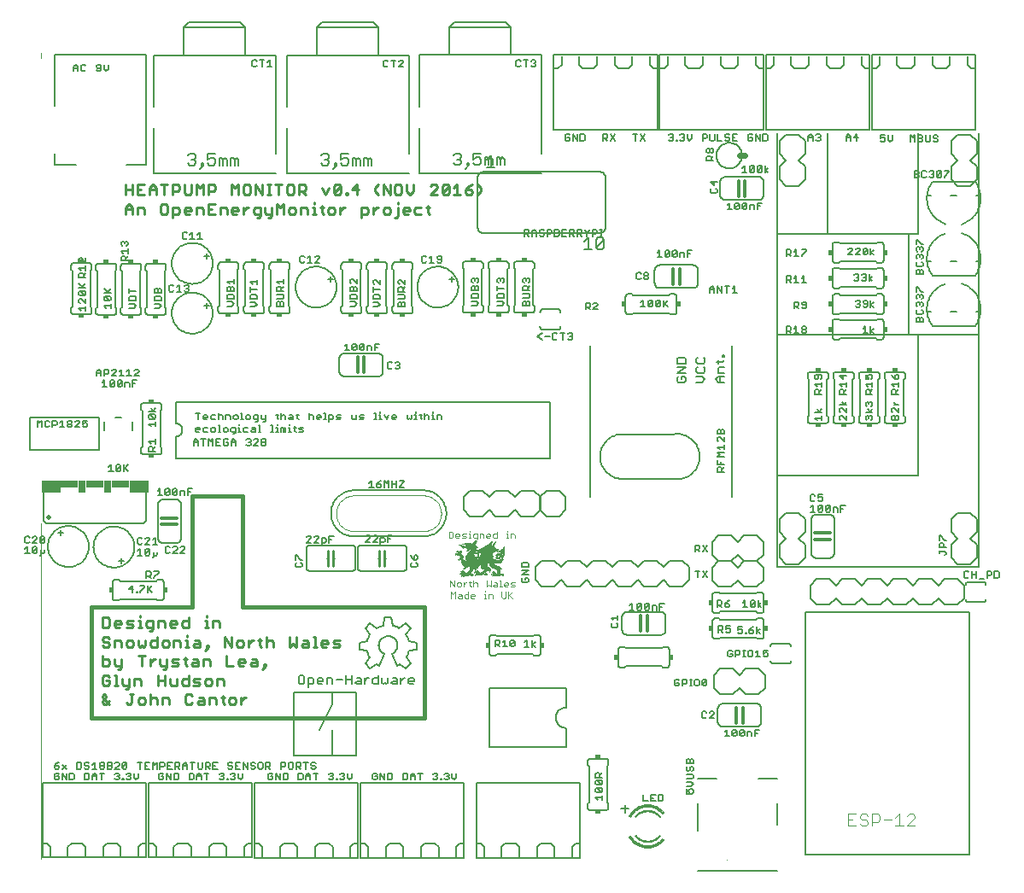
<source format=gto>
G75*
%MOIN*%
%OFA0B0*%
%FSLAX24Y24*%
%IPPOS*%
%LPD*%
%AMOC8*
5,1,8,0,0,1.08239X$1,22.5*
%
%ADD10C,0.0000*%
%ADD11C,0.0080*%
%ADD12C,0.0160*%
%ADD13C,0.0060*%
%ADD14C,0.0100*%
%ADD15C,0.0040*%
%ADD16R,0.0002X0.0003*%
%ADD17R,0.0005X0.0002*%
%ADD18R,0.0008X0.0003*%
%ADD19R,0.0010X0.0002*%
%ADD20R,0.0023X0.0002*%
%ADD21R,0.0010X0.0003*%
%ADD22R,0.0035X0.0003*%
%ADD23R,0.0015X0.0002*%
%ADD24R,0.0042X0.0002*%
%ADD25R,0.0018X0.0003*%
%ADD26R,0.0050X0.0003*%
%ADD27R,0.0020X0.0002*%
%ADD28R,0.0055X0.0002*%
%ADD29R,0.0002X0.0002*%
%ADD30R,0.0020X0.0003*%
%ADD31R,0.0060X0.0003*%
%ADD32R,0.0025X0.0002*%
%ADD33R,0.0068X0.0002*%
%ADD34R,0.0027X0.0003*%
%ADD35R,0.0072X0.0003*%
%ADD36R,0.0005X0.0003*%
%ADD37R,0.0032X0.0002*%
%ADD38R,0.0077X0.0002*%
%ADD39R,0.0007X0.0002*%
%ADD40R,0.0033X0.0002*%
%ADD41R,0.0083X0.0003*%
%ADD42R,0.0007X0.0003*%
%ADD43R,0.0045X0.0003*%
%ADD44R,0.0120X0.0002*%
%ADD45R,0.0027X0.0002*%
%ADD46R,0.0013X0.0002*%
%ADD47R,0.0012X0.0002*%
%ADD48R,0.0057X0.0002*%
%ADD49R,0.0060X0.0002*%
%ADD50R,0.0003X0.0002*%
%ADD51R,0.0122X0.0003*%
%ADD52R,0.0033X0.0003*%
%ADD53R,0.0015X0.0003*%
%ADD54R,0.0017X0.0003*%
%ADD55R,0.0065X0.0003*%
%ADD56R,0.0082X0.0003*%
%ADD57R,0.0123X0.0002*%
%ADD58R,0.0065X0.0002*%
%ADD59R,0.0035X0.0002*%
%ADD60R,0.0018X0.0002*%
%ADD61R,0.0097X0.0002*%
%ADD62R,0.0105X0.0002*%
%ADD63R,0.0125X0.0003*%
%ADD64R,0.0100X0.0003*%
%ADD65R,0.0040X0.0003*%
%ADD66R,0.0022X0.0003*%
%ADD67R,0.0118X0.0003*%
%ADD68R,0.0013X0.0003*%
%ADD69R,0.0133X0.0002*%
%ADD70R,0.0048X0.0002*%
%ADD71R,0.0103X0.0002*%
%ADD72R,0.0128X0.0002*%
%ADD73R,0.0037X0.0002*%
%ADD74R,0.0275X0.0003*%
%ADD75R,0.0090X0.0003*%
%ADD76R,0.0110X0.0003*%
%ADD77R,0.0140X0.0003*%
%ADD78R,0.0070X0.0003*%
%ADD79R,0.0277X0.0002*%
%ADD80R,0.0095X0.0002*%
%ADD81R,0.0118X0.0002*%
%ADD82R,0.0160X0.0002*%
%ADD83R,0.0073X0.0002*%
%ADD84R,0.0285X0.0003*%
%ADD85R,0.0282X0.0003*%
%ADD86R,0.0075X0.0003*%
%ADD87R,0.0290X0.0002*%
%ADD88R,0.0008X0.0002*%
%ADD89R,0.0285X0.0002*%
%ADD90R,0.0080X0.0002*%
%ADD91R,0.0300X0.0003*%
%ADD92R,0.0025X0.0003*%
%ADD93R,0.0085X0.0003*%
%ADD94R,0.0460X0.0002*%
%ADD95R,0.0088X0.0002*%
%ADD96R,0.0458X0.0003*%
%ADD97R,0.0087X0.0003*%
%ADD98R,0.0455X0.0002*%
%ADD99R,0.0078X0.0002*%
%ADD100R,0.0090X0.0002*%
%ADD101R,0.0447X0.0003*%
%ADD102R,0.0080X0.0003*%
%ADD103R,0.0443X0.0002*%
%ADD104R,0.0083X0.0002*%
%ADD105R,0.0017X0.0002*%
%ADD106R,0.0283X0.0002*%
%ADD107R,0.0093X0.0002*%
%ADD108R,0.0440X0.0003*%
%ADD109R,0.0280X0.0003*%
%ADD110R,0.0095X0.0003*%
%ADD111R,0.0435X0.0002*%
%ADD112R,0.0085X0.0002*%
%ADD113R,0.0075X0.0002*%
%ADD114R,0.0045X0.0002*%
%ADD115R,0.0400X0.0002*%
%ADD116R,0.0425X0.0003*%
%ADD117R,0.0102X0.0003*%
%ADD118R,0.0355X0.0003*%
%ADD119R,0.0415X0.0002*%
%ADD120R,0.0115X0.0002*%
%ADD121R,0.0108X0.0002*%
%ADD122R,0.0352X0.0002*%
%ADD123R,0.0398X0.0003*%
%ADD124R,0.0093X0.0003*%
%ADD125R,0.0128X0.0003*%
%ADD126R,0.0113X0.0003*%
%ADD127R,0.0353X0.0003*%
%ADD128R,0.0380X0.0002*%
%ADD129R,0.0242X0.0002*%
%ADD130R,0.0348X0.0002*%
%ADD131R,0.0253X0.0003*%
%ADD132R,0.0248X0.0003*%
%ADD133R,0.0133X0.0003*%
%ADD134R,0.0347X0.0003*%
%ADD135R,0.0227X0.0002*%
%ADD136R,0.0262X0.0002*%
%ADD137R,0.0157X0.0002*%
%ADD138R,0.0030X0.0002*%
%ADD139R,0.0275X0.0002*%
%ADD140R,0.0063X0.0002*%
%ADD141R,0.0195X0.0003*%
%ADD142R,0.0435X0.0003*%
%ADD143R,0.0305X0.0003*%
%ADD144R,0.0193X0.0002*%
%ADD145R,0.0432X0.0002*%
%ADD146R,0.0293X0.0002*%
%ADD147R,0.0198X0.0003*%
%ADD148R,0.0428X0.0003*%
%ADD149R,0.0293X0.0003*%
%ADD150R,0.0022X0.0002*%
%ADD151R,0.0210X0.0002*%
%ADD152R,0.0420X0.0002*%
%ADD153R,0.0325X0.0002*%
%ADD154R,0.0220X0.0003*%
%ADD155R,0.0415X0.0003*%
%ADD156R,0.0320X0.0003*%
%ADD157R,0.0245X0.0002*%
%ADD158R,0.0410X0.0002*%
%ADD159R,0.0320X0.0002*%
%ADD160R,0.0313X0.0003*%
%ADD161R,0.0317X0.0003*%
%ADD162R,0.0317X0.0002*%
%ADD163R,0.0375X0.0002*%
%ADD164R,0.0315X0.0002*%
%ADD165R,0.0323X0.0003*%
%ADD166R,0.0375X0.0003*%
%ADD167R,0.0315X0.0003*%
%ADD168R,0.0273X0.0002*%
%ADD169R,0.0328X0.0003*%
%ADD170R,0.0270X0.0003*%
%ADD171R,0.0182X0.0003*%
%ADD172R,0.0123X0.0003*%
%ADD173R,0.0330X0.0002*%
%ADD174R,0.0267X0.0002*%
%ADD175R,0.0373X0.0003*%
%ADD176R,0.0267X0.0003*%
%ADD177R,0.0108X0.0003*%
%ADD178R,0.0100X0.0002*%
%ADD179R,0.0277X0.0003*%
%ADD180R,0.0053X0.0003*%
%ADD181R,0.0378X0.0003*%
%ADD182R,0.0292X0.0003*%
%ADD183R,0.0030X0.0003*%
%ADD184R,0.0042X0.0003*%
%ADD185R,0.0377X0.0002*%
%ADD186R,0.0297X0.0002*%
%ADD187R,0.0043X0.0002*%
%ADD188R,0.0058X0.0003*%
%ADD189R,0.0310X0.0002*%
%ADD190R,0.0102X0.0002*%
%ADD191R,0.0067X0.0003*%
%ADD192R,0.0280X0.0002*%
%ADD193R,0.0322X0.0002*%
%ADD194R,0.0175X0.0003*%
%ADD195R,0.0327X0.0003*%
%ADD196R,0.0072X0.0002*%
%ADD197R,0.0158X0.0002*%
%ADD198R,0.0335X0.0002*%
%ADD199R,0.0070X0.0002*%
%ADD200R,0.0155X0.0003*%
%ADD201R,0.0157X0.0003*%
%ADD202R,0.0160X0.0003*%
%ADD203R,0.0150X0.0002*%
%ADD204R,0.0148X0.0002*%
%ADD205R,0.0155X0.0002*%
%ADD206R,0.0062X0.0003*%
%ADD207R,0.0148X0.0003*%
%ADD208R,0.0142X0.0003*%
%ADD209R,0.0145X0.0003*%
%ADD210R,0.0147X0.0002*%
%ADD211R,0.0142X0.0002*%
%ADD212R,0.0143X0.0002*%
%ADD213R,0.0067X0.0002*%
%ADD214R,0.0170X0.0003*%
%ADD215R,0.0143X0.0003*%
%ADD216R,0.0068X0.0003*%
%ADD217R,0.0145X0.0002*%
%ADD218R,0.0165X0.0002*%
%ADD219R,0.0140X0.0002*%
%ADD220R,0.0163X0.0003*%
%ADD221R,0.0150X0.0003*%
%ADD222R,0.0003X0.0003*%
%ADD223R,0.0063X0.0003*%
%ADD224R,0.0137X0.0003*%
%ADD225R,0.0082X0.0002*%
%ADD226R,0.0138X0.0003*%
%ADD227R,0.0062X0.0002*%
%ADD228R,0.0137X0.0002*%
%ADD229R,0.0077X0.0003*%
%ADD230R,0.0135X0.0002*%
%ADD231R,0.0135X0.0003*%
%ADD232R,0.0103X0.0003*%
%ADD233R,0.0058X0.0002*%
%ADD234R,0.0055X0.0003*%
%ADD235R,0.0047X0.0003*%
%ADD236R,0.0105X0.0003*%
%ADD237R,0.0053X0.0002*%
%ADD238R,0.0050X0.0002*%
%ADD239R,0.0132X0.0002*%
%ADD240R,0.0152X0.0002*%
%ADD241R,0.0130X0.0003*%
%ADD242R,0.0130X0.0002*%
%ADD243R,0.0028X0.0002*%
%ADD244R,0.0107X0.0002*%
%ADD245R,0.0028X0.0003*%
%ADD246R,0.0107X0.0003*%
%ADD247R,0.0167X0.0003*%
%ADD248R,0.0172X0.0002*%
%ADD249R,0.0023X0.0003*%
%ADD250R,0.0180X0.0002*%
%ADD251R,0.0110X0.0002*%
%ADD252R,0.0187X0.0002*%
%ADD253R,0.0132X0.0003*%
%ADD254R,0.0190X0.0003*%
%ADD255R,0.0200X0.0002*%
%ADD256R,0.0052X0.0002*%
%ADD257R,0.0112X0.0002*%
%ADD258R,0.0012X0.0003*%
%ADD259R,0.0272X0.0003*%
%ADD260R,0.0112X0.0003*%
%ADD261R,0.0272X0.0002*%
%ADD262R,0.0115X0.0003*%
%ADD263R,0.0268X0.0002*%
%ADD264R,0.0265X0.0003*%
%ADD265R,0.0265X0.0002*%
%ADD266R,0.0117X0.0003*%
%ADD267R,0.0260X0.0002*%
%ADD268R,0.0260X0.0003*%
%ADD269R,0.0120X0.0003*%
%ADD270R,0.0122X0.0002*%
%ADD271R,0.0038X0.0002*%
%ADD272R,0.0255X0.0002*%
%ADD273R,0.0127X0.0002*%
%ADD274R,0.0255X0.0003*%
%ADD275R,0.0040X0.0002*%
%ADD276R,0.0252X0.0002*%
%ADD277R,0.0043X0.0003*%
%ADD278R,0.0250X0.0003*%
%ADD279R,0.0248X0.0002*%
%ADD280R,0.0152X0.0003*%
%ADD281R,0.0245X0.0003*%
%ADD282R,0.0153X0.0002*%
%ADD283R,0.0243X0.0003*%
%ADD284R,0.0162X0.0002*%
%ADD285R,0.0243X0.0002*%
%ADD286R,0.0240X0.0003*%
%ADD287R,0.0147X0.0003*%
%ADD288R,0.0240X0.0002*%
%ADD289R,0.0158X0.0003*%
%ADD290R,0.0250X0.0002*%
%ADD291R,0.0305X0.0002*%
%ADD292R,0.0308X0.0003*%
%ADD293R,0.0228X0.0003*%
%ADD294R,0.0308X0.0002*%
%ADD295R,0.0307X0.0003*%
%ADD296R,0.0232X0.0003*%
%ADD297R,0.0253X0.0002*%
%ADD298R,0.0235X0.0002*%
%ADD299R,0.0310X0.0003*%
%ADD300R,0.0047X0.0002*%
%ADD301R,0.0313X0.0002*%
%ADD302R,0.0312X0.0003*%
%ADD303R,0.0287X0.0002*%
%ADD304R,0.0263X0.0003*%
%ADD305R,0.0288X0.0003*%
%ADD306R,0.0302X0.0002*%
%ADD307R,0.0057X0.0003*%
%ADD308R,0.0322X0.0003*%
%ADD309R,0.0307X0.0002*%
%ADD310R,0.0330X0.0003*%
%ADD311R,0.0312X0.0002*%
%ADD312R,0.0333X0.0002*%
%ADD313R,0.0337X0.0003*%
%ADD314R,0.0300X0.0002*%
%ADD315R,0.0340X0.0002*%
%ADD316R,0.0340X0.0003*%
%ADD317R,0.0342X0.0002*%
%ADD318R,0.0325X0.0003*%
%ADD319R,0.0295X0.0003*%
%ADD320R,0.0343X0.0003*%
%ADD321R,0.0328X0.0002*%
%ADD322R,0.0345X0.0002*%
%ADD323R,0.0290X0.0003*%
%ADD324R,0.0342X0.0003*%
%ADD325R,0.0333X0.0003*%
%ADD326R,0.0335X0.0003*%
%ADD327R,0.0338X0.0002*%
%ADD328R,0.0350X0.0003*%
%ADD329R,0.0332X0.0003*%
%ADD330R,0.0355X0.0002*%
%ADD331R,0.0362X0.0003*%
%ADD332R,0.0273X0.0003*%
%ADD333R,0.0365X0.0002*%
%ADD334R,0.0270X0.0002*%
%ADD335R,0.0162X0.0003*%
%ADD336R,0.0268X0.0003*%
%ADD337R,0.0168X0.0002*%
%ADD338R,0.0378X0.0002*%
%ADD339R,0.0172X0.0003*%
%ADD340R,0.0382X0.0003*%
%ADD341R,0.0178X0.0002*%
%ADD342R,0.0388X0.0002*%
%ADD343R,0.0292X0.0002*%
%ADD344R,0.0185X0.0003*%
%ADD345R,0.0392X0.0003*%
%ADD346R,0.0587X0.0002*%
%ADD347R,0.0258X0.0002*%
%ADD348R,0.0593X0.0003*%
%ADD349R,0.0257X0.0003*%
%ADD350R,0.0600X0.0002*%
%ADD351R,0.0257X0.0002*%
%ADD352R,0.0602X0.0003*%
%ADD353R,0.0608X0.0002*%
%ADD354R,0.0612X0.0003*%
%ADD355R,0.0620X0.0002*%
%ADD356R,0.0625X0.0003*%
%ADD357R,0.0630X0.0002*%
%ADD358R,0.0635X0.0003*%
%ADD359R,0.0258X0.0003*%
%ADD360R,0.0642X0.0002*%
%ADD361R,0.0645X0.0003*%
%ADD362R,0.0247X0.0003*%
%ADD363R,0.0650X0.0002*%
%ADD364R,0.0655X0.0003*%
%ADD365R,0.0663X0.0002*%
%ADD366R,0.0670X0.0003*%
%ADD367R,0.0678X0.0002*%
%ADD368R,0.0237X0.0002*%
%ADD369R,0.0685X0.0003*%
%ADD370R,0.0237X0.0003*%
%ADD371R,0.0690X0.0002*%
%ADD372R,0.0700X0.0003*%
%ADD373R,0.0235X0.0003*%
%ADD374R,0.0233X0.0003*%
%ADD375R,0.0712X0.0002*%
%ADD376R,0.0230X0.0002*%
%ADD377R,0.0952X0.0003*%
%ADD378R,0.0955X0.0002*%
%ADD379R,0.0225X0.0002*%
%ADD380R,0.0955X0.0003*%
%ADD381R,0.0222X0.0003*%
%ADD382R,0.0960X0.0002*%
%ADD383R,0.0222X0.0002*%
%ADD384R,0.0960X0.0003*%
%ADD385R,0.0963X0.0002*%
%ADD386R,0.0217X0.0002*%
%ADD387R,0.0963X0.0003*%
%ADD388R,0.0215X0.0003*%
%ADD389R,0.0967X0.0002*%
%ADD390R,0.0215X0.0002*%
%ADD391R,0.0967X0.0003*%
%ADD392R,0.0213X0.0003*%
%ADD393R,0.0970X0.0003*%
%ADD394R,0.0210X0.0003*%
%ADD395R,0.0973X0.0002*%
%ADD396R,0.0208X0.0002*%
%ADD397R,0.0975X0.0003*%
%ADD398R,0.0205X0.0003*%
%ADD399R,0.0977X0.0002*%
%ADD400R,0.0205X0.0002*%
%ADD401R,0.0977X0.0003*%
%ADD402R,0.0983X0.0002*%
%ADD403R,0.0983X0.0003*%
%ADD404R,0.0987X0.0002*%
%ADD405R,0.0990X0.0003*%
%ADD406R,0.0990X0.0002*%
%ADD407R,0.0995X0.0003*%
%ADD408R,0.0998X0.0002*%
%ADD409R,0.1003X0.0003*%
%ADD410R,0.1007X0.0002*%
%ADD411R,0.1010X0.0003*%
%ADD412R,0.0212X0.0003*%
%ADD413R,0.1012X0.0002*%
%ADD414R,0.0212X0.0002*%
%ADD415R,0.1018X0.0003*%
%ADD416R,0.1020X0.0002*%
%ADD417R,0.0218X0.0002*%
%ADD418R,0.1027X0.0003*%
%ADD419R,0.1032X0.0002*%
%ADD420R,0.1040X0.0003*%
%ADD421R,0.0230X0.0003*%
%ADD422R,0.1273X0.0002*%
%ADD423R,0.1273X0.0003*%
%ADD424R,0.0180X0.0003*%
%ADD425R,0.0203X0.0002*%
%ADD426R,0.1272X0.0002*%
%ADD427R,0.1522X0.0003*%
%ADD428R,0.1527X0.0002*%
%ADD429R,0.1532X0.0003*%
%ADD430R,0.1540X0.0002*%
%ADD431R,0.1543X0.0003*%
%ADD432R,0.1548X0.0002*%
%ADD433R,0.1550X0.0003*%
%ADD434R,0.1555X0.0002*%
%ADD435R,0.1560X0.0003*%
%ADD436R,0.1562X0.0002*%
%ADD437R,0.1565X0.0003*%
%ADD438R,0.1567X0.0002*%
%ADD439R,0.1575X0.0003*%
%ADD440R,0.1578X0.0002*%
%ADD441R,0.1580X0.0003*%
%ADD442R,0.1580X0.0002*%
%ADD443R,0.1583X0.0003*%
%ADD444R,0.1587X0.0002*%
%ADD445R,0.1590X0.0003*%
%ADD446R,0.1592X0.0002*%
%ADD447R,0.1592X0.0003*%
%ADD448R,0.0370X0.0002*%
%ADD449R,0.1225X0.0002*%
%ADD450R,0.1225X0.0003*%
%ADD451R,0.0373X0.0002*%
%ADD452R,0.1222X0.0002*%
%ADD453R,0.0377X0.0003*%
%ADD454R,0.0203X0.0003*%
%ADD455R,0.0207X0.0002*%
%ADD456R,0.0207X0.0003*%
%ADD457R,0.1223X0.0003*%
%ADD458R,0.1220X0.0002*%
%ADD459R,0.1222X0.0003*%
%ADD460R,0.1217X0.0003*%
%ADD461R,0.1218X0.0002*%
%ADD462R,0.0218X0.0003*%
%ADD463R,0.0968X0.0003*%
%ADD464R,0.0220X0.0002*%
%ADD465R,0.0032X0.0003*%
%ADD466R,0.0223X0.0003*%
%ADD467R,0.0937X0.0003*%
%ADD468R,0.0918X0.0002*%
%ADD469R,0.0052X0.0003*%
%ADD470R,0.0097X0.0003*%
%ADD471R,0.0898X0.0003*%
%ADD472R,0.0878X0.0002*%
%ADD473R,0.0823X0.0003*%
%ADD474R,0.0127X0.0003*%
%ADD475R,0.0092X0.0002*%
%ADD476R,0.0700X0.0002*%
%ADD477R,0.0670X0.0002*%
%ADD478R,0.0640X0.0002*%
%ADD479R,0.0627X0.0003*%
%ADD480R,0.0615X0.0002*%
%ADD481R,0.0605X0.0003*%
%ADD482R,0.0595X0.0002*%
%ADD483R,0.0588X0.0003*%
%ADD484R,0.0098X0.0003*%
%ADD485R,0.0362X0.0002*%
%ADD486R,0.0578X0.0002*%
%ADD487R,0.0395X0.0003*%
%ADD488R,0.0567X0.0003*%
%ADD489R,0.0422X0.0002*%
%ADD490R,0.0560X0.0002*%
%ADD491R,0.0432X0.0003*%
%ADD492R,0.0555X0.0003*%
%ADD493R,0.0442X0.0002*%
%ADD494R,0.0548X0.0002*%
%ADD495R,0.0450X0.0003*%
%ADD496R,0.0540X0.0003*%
%ADD497R,0.0092X0.0003*%
%ADD498R,0.0530X0.0002*%
%ADD499R,0.0462X0.0003*%
%ADD500R,0.0523X0.0003*%
%ADD501R,0.0467X0.0002*%
%ADD502R,0.0517X0.0002*%
%ADD503R,0.0472X0.0003*%
%ADD504R,0.0510X0.0003*%
%ADD505R,0.0475X0.0002*%
%ADD506R,0.0502X0.0002*%
%ADD507R,0.0480X0.0003*%
%ADD508R,0.0497X0.0003*%
%ADD509R,0.0482X0.0002*%
%ADD510R,0.0490X0.0002*%
%ADD511R,0.0485X0.0003*%
%ADD512R,0.0487X0.0002*%
%ADD513R,0.0488X0.0003*%
%ADD514R,0.0468X0.0003*%
%ADD515R,0.0153X0.0003*%
%ADD516R,0.0493X0.0003*%
%ADD517R,0.0453X0.0003*%
%ADD518R,0.0495X0.0002*%
%ADD519R,0.0448X0.0002*%
%ADD520R,0.0037X0.0003*%
%ADD521R,0.0495X0.0003*%
%ADD522R,0.0442X0.0003*%
%ADD523R,0.0498X0.0002*%
%ADD524R,0.0450X0.0002*%
%ADD525R,0.0038X0.0003*%
%ADD526R,0.0500X0.0003*%
%ADD527R,0.0165X0.0003*%
%ADD528R,0.0500X0.0002*%
%ADD529R,0.0512X0.0002*%
%ADD530R,0.0073X0.0003*%
%ADD531R,0.0502X0.0003*%
%ADD532R,0.0113X0.0002*%
%ADD533R,0.0505X0.0002*%
%ADD534R,0.0493X0.0002*%
%ADD535R,0.0505X0.0003*%
%ADD536R,0.0483X0.0003*%
%ADD537R,0.0358X0.0003*%
%ADD538R,0.0465X0.0003*%
%ADD539R,0.0457X0.0002*%
%ADD540R,0.0445X0.0003*%
%ADD541R,0.0438X0.0002*%
%ADD542R,0.0098X0.0002*%
%ADD543R,0.0417X0.0002*%
%ADD544R,0.0410X0.0003*%
%ADD545R,0.0402X0.0002*%
%ADD546R,0.0318X0.0002*%
%ADD547R,0.0318X0.0003*%
%ADD548R,0.0370X0.0003*%
%ADD549R,0.0363X0.0002*%
%ADD550R,0.0088X0.0003*%
%ADD551R,0.0283X0.0003*%
%ADD552R,0.0357X0.0002*%
%ADD553R,0.0087X0.0002*%
%ADD554R,0.0117X0.0002*%
%ADD555R,0.0350X0.0002*%
%ADD556R,0.0188X0.0003*%
%ADD557R,0.0195X0.0002*%
%ADD558R,0.0178X0.0003*%
%ADD559R,0.0327X0.0002*%
%ADD560R,0.0213X0.0002*%
%ADD561R,0.0233X0.0002*%
%ADD562R,0.0298X0.0002*%
%ADD563R,0.0138X0.0002*%
%ADD564R,0.0238X0.0003*%
%ADD565R,0.0202X0.0003*%
%ADD566R,0.0282X0.0002*%
%ADD567R,0.0358X0.0002*%
%ADD568R,0.0202X0.0002*%
%ADD569R,0.0420X0.0003*%
%ADD570R,0.0440X0.0002*%
%ADD571R,0.0225X0.0003*%
%ADD572R,0.0192X0.0002*%
%ADD573R,0.0217X0.0003*%
%ADD574R,0.0278X0.0003*%
%ADD575R,0.0457X0.0003*%
%ADD576R,0.0182X0.0002*%
%ADD577R,0.0452X0.0003*%
%ADD578R,0.0177X0.0003*%
%ADD579R,0.0438X0.0003*%
%ADD580R,0.0433X0.0002*%
%ADD581R,0.0405X0.0003*%
%ADD582R,0.0278X0.0002*%
%ADD583R,0.0393X0.0003*%
%ADD584R,0.0387X0.0002*%
%ADD585R,0.0380X0.0003*%
%ADD586R,0.0367X0.0002*%
%ADD587R,0.0363X0.0003*%
%ADD588R,0.0360X0.0002*%
%ADD589R,0.0288X0.0002*%
%ADD590R,0.0348X0.0003*%
%ADD591R,0.0338X0.0003*%
%ADD592R,0.0302X0.0003*%
%ADD593R,0.0295X0.0002*%
%ADD594R,0.0232X0.0002*%
%ADD595R,0.0188X0.0002*%
%ADD596R,0.0193X0.0003*%
%ADD597R,0.0125X0.0002*%
%ADD598R,0.0190X0.0002*%
%ADD599R,0.0187X0.0003*%
%ADD600R,0.0208X0.0003*%
%ADD601R,0.0170X0.0002*%
%ADD602R,0.0167X0.0002*%
%ADD603R,0.0173X0.0003*%
%ADD604R,0.0175X0.0002*%
%ADD605R,0.0393X0.0002*%
%ADD606R,0.0185X0.0002*%
%ADD607R,0.0477X0.0002*%
%ADD608R,0.0252X0.0003*%
%ADD609R,0.0197X0.0003*%
%ADD610R,0.0247X0.0002*%
%ADD611R,0.0503X0.0003*%
%ADD612R,0.0510X0.0002*%
%ADD613R,0.0518X0.0003*%
%ADD614R,0.0527X0.0002*%
%ADD615R,0.0535X0.0003*%
%ADD616R,0.0537X0.0002*%
%ADD617R,0.0508X0.0003*%
%ADD618R,0.0472X0.0002*%
%ADD619R,0.0200X0.0003*%
%ADD620R,0.0433X0.0003*%
%ADD621R,0.0197X0.0002*%
%ADD622R,0.0423X0.0002*%
%ADD623R,0.0413X0.0003*%
%ADD624R,0.0405X0.0002*%
%ADD625R,0.0397X0.0003*%
%ADD626R,0.0332X0.0002*%
%ADD627R,0.0287X0.0003*%
%ADD628R,0.0183X0.0002*%
%ADD629R,0.0183X0.0003*%
%ADD630R,0.0227X0.0003*%
%ADD631R,0.0048X0.0003*%
%ADD632R,0.0518X0.0002*%
%ADD633R,0.0533X0.0003*%
%ADD634R,0.0598X0.0002*%
%ADD635R,0.0173X0.0002*%
%ADD636R,0.0600X0.0003*%
%ADD637R,0.0412X0.0003*%
%ADD638R,0.0168X0.0003*%
%ADD639R,0.0003X0.0003*%
%ADD640R,0.0163X0.0002*%
%ADD641R,0.0177X0.0002*%
%ADD642R,0.0418X0.0003*%
%ADD643R,0.0200X0.0150*%
%ADD644C,0.0120*%
%ADD645C,0.0020*%
%ADD646C,0.0050*%
%ADD647R,0.0150X0.0200*%
%ADD648C,0.0240*%
%ADD649C,0.0006*%
%ADD650C,0.0010*%
%ADD651C,0.0200*%
%ADD652R,0.0750X0.0500*%
%ADD653R,0.0700X0.0300*%
%ADD654R,0.0300X0.0500*%
%ADD655C,0.0080*%
D10*
X001361Y000984D02*
X001361Y014081D01*
X001361Y032244D02*
X001361Y032441D01*
D11*
X001908Y032385D02*
X005452Y032385D01*
X005452Y028094D01*
X004704Y028094D01*
X002735Y028094D02*
X001908Y028094D01*
X001908Y028527D01*
X001908Y030377D02*
X001908Y032385D01*
X004274Y018203D02*
X004486Y018203D01*
X004940Y018053D02*
X004940Y017715D01*
X003820Y017715D02*
X003820Y018053D01*
X017857Y015112D02*
X017857Y014612D01*
X018107Y014362D01*
X018607Y014362D01*
X018857Y014612D01*
X019107Y014362D01*
X019607Y014362D01*
X019857Y014612D01*
X020107Y014362D01*
X020607Y014362D01*
X020857Y014612D01*
X020857Y015112D01*
X020607Y015362D01*
X020107Y015362D01*
X019857Y015112D01*
X019607Y015362D01*
X019107Y015362D01*
X018857Y015112D01*
X018607Y015362D01*
X018107Y015362D01*
X017857Y015112D01*
X020841Y015112D02*
X020841Y014612D01*
X021091Y014362D01*
X021591Y014362D01*
X021841Y014612D01*
X021841Y015112D01*
X021591Y015362D01*
X021091Y015362D01*
X020841Y015112D01*
X027555Y013359D02*
X027555Y012859D01*
X027805Y012609D01*
X028305Y012609D01*
X028555Y012359D01*
X028805Y012609D01*
X029305Y012609D01*
X029555Y012359D01*
X029555Y011859D01*
X029305Y011609D01*
X028805Y011609D01*
X028555Y011859D01*
X028305Y011609D01*
X027805Y011609D01*
X027555Y011859D01*
X027555Y012359D01*
X027805Y012609D01*
X028305Y012609D01*
X028555Y012859D01*
X028805Y012609D01*
X029305Y012609D01*
X029555Y012859D01*
X029555Y013359D01*
X029305Y013609D01*
X028805Y013609D01*
X028555Y013359D01*
X028305Y013609D01*
X027805Y013609D01*
X027555Y013359D01*
X030101Y012402D02*
X030101Y015945D01*
X035613Y015945D01*
X035613Y021457D01*
X035219Y021457D01*
X035219Y025394D01*
X032070Y025394D01*
X030101Y025394D01*
X030101Y029331D01*
X030192Y029006D02*
X030442Y029256D01*
X030942Y029256D01*
X031192Y029006D01*
X031192Y028506D01*
X030942Y028256D01*
X031192Y028006D01*
X031192Y027506D01*
X030942Y027256D01*
X030442Y027256D01*
X030192Y027506D01*
X030192Y028006D01*
X030442Y028256D01*
X030192Y028506D01*
X030192Y029006D01*
X029649Y029469D02*
X029649Y032382D01*
X033704Y032382D01*
X033704Y029469D01*
X029649Y029469D01*
X029570Y029469D02*
X029570Y032382D01*
X025515Y032382D01*
X025515Y029469D01*
X029570Y029469D01*
X032070Y029331D02*
X032070Y025394D01*
X030101Y025394D02*
X030101Y021457D01*
X035219Y021457D01*
X035613Y021457D02*
X037975Y021457D01*
X037975Y012402D01*
X030101Y012402D01*
X030192Y012742D02*
X030442Y012492D01*
X030942Y012492D01*
X031192Y012742D01*
X031192Y013242D01*
X030942Y013492D01*
X031192Y013742D01*
X031192Y014242D01*
X030942Y014492D01*
X030442Y014492D01*
X030192Y014242D01*
X030192Y013742D01*
X030442Y013492D01*
X030192Y013242D01*
X030192Y012742D01*
X030101Y015945D02*
X030101Y021457D01*
X035219Y025394D02*
X035613Y025394D01*
X035613Y029331D01*
X036885Y029006D02*
X036885Y028506D01*
X037135Y028256D01*
X036885Y028006D01*
X036885Y027506D01*
X037135Y027256D01*
X037635Y027256D01*
X037885Y027506D01*
X037885Y028006D01*
X037635Y028256D01*
X037885Y028506D01*
X037885Y029006D01*
X037635Y029256D01*
X037135Y029256D01*
X036885Y029006D01*
X037837Y029469D02*
X037837Y032382D01*
X033782Y032382D01*
X033782Y029469D01*
X037837Y029469D01*
X037975Y029331D02*
X037975Y021457D01*
X037635Y014492D02*
X037135Y014492D01*
X036885Y014242D01*
X036885Y013742D01*
X037135Y013492D01*
X036885Y013242D01*
X036885Y012742D01*
X037135Y012492D01*
X037635Y012492D01*
X037885Y012742D01*
X037885Y013242D01*
X037635Y013492D01*
X037885Y013742D01*
X037885Y014242D01*
X037635Y014492D01*
X037537Y011801D02*
X038167Y011801D01*
X038167Y011800D02*
X038183Y011795D01*
X038199Y011787D01*
X038213Y011777D01*
X038225Y011765D01*
X038235Y011750D01*
X038242Y011734D01*
X038246Y011717D01*
X038247Y011700D01*
X038245Y011682D01*
X038245Y011132D02*
X038247Y011114D01*
X038246Y011097D01*
X038242Y011080D01*
X038235Y011064D01*
X038225Y011049D01*
X038213Y011037D01*
X038199Y011027D01*
X038183Y011019D01*
X038167Y011014D01*
X038167Y011013D02*
X037537Y011013D01*
X037536Y011014D02*
X037520Y011019D01*
X037504Y011027D01*
X037490Y011037D01*
X037478Y011049D01*
X037468Y011064D01*
X037461Y011080D01*
X037457Y011097D01*
X037456Y011114D01*
X037458Y011132D01*
X037458Y011682D02*
X037456Y011700D01*
X037457Y011717D01*
X037461Y011734D01*
X037468Y011750D01*
X037478Y011765D01*
X037490Y011777D01*
X037504Y011787D01*
X037520Y011795D01*
X037536Y011800D01*
X030549Y009401D02*
X029919Y009401D01*
X029919Y009400D02*
X029903Y009395D01*
X029887Y009387D01*
X029873Y009377D01*
X029861Y009365D01*
X029851Y009350D01*
X029844Y009334D01*
X029840Y009317D01*
X029839Y009300D01*
X029841Y009282D01*
X030550Y009400D02*
X030566Y009395D01*
X030582Y009387D01*
X030596Y009377D01*
X030608Y009365D01*
X030618Y009350D01*
X030625Y009334D01*
X030629Y009317D01*
X030630Y009300D01*
X030628Y009282D01*
X030628Y008732D02*
X030630Y008714D01*
X030629Y008697D01*
X030625Y008680D01*
X030618Y008664D01*
X030608Y008649D01*
X030596Y008637D01*
X030582Y008627D01*
X030566Y008619D01*
X030550Y008614D01*
X030549Y008613D02*
X029919Y008613D01*
X029919Y008614D02*
X029903Y008619D01*
X029887Y008627D01*
X029873Y008637D01*
X029861Y008649D01*
X029851Y008664D01*
X029844Y008680D01*
X029840Y008697D01*
X029839Y008714D01*
X029841Y008732D01*
X029369Y008405D02*
X029619Y008155D01*
X029619Y007655D01*
X029369Y007405D01*
X028869Y007405D01*
X028619Y007655D01*
X028369Y007405D01*
X027869Y007405D01*
X027619Y007655D01*
X027619Y008155D01*
X027869Y008405D01*
X028369Y008405D01*
X028619Y008155D01*
X028869Y008405D01*
X029369Y008405D01*
X022404Y003949D02*
X022404Y001035D01*
X018349Y001035D01*
X018349Y003949D01*
X022404Y003949D01*
X022375Y001577D02*
X022237Y001577D01*
X022099Y001439D01*
X022099Y001094D01*
X021410Y001094D02*
X021410Y001439D01*
X021273Y001577D01*
X020859Y001577D01*
X020721Y001439D01*
X020721Y001094D01*
X020032Y001094D02*
X020032Y001439D01*
X019895Y001577D01*
X019481Y001577D01*
X019343Y001439D01*
X019343Y001094D01*
X018654Y001094D02*
X018654Y001439D01*
X018517Y001577D01*
X018379Y001577D01*
X017847Y001577D02*
X017710Y001577D01*
X017572Y001439D01*
X017572Y001094D01*
X017877Y001035D02*
X013822Y001035D01*
X013822Y003949D01*
X017877Y003949D01*
X017877Y001035D01*
X016883Y001094D02*
X016883Y001439D01*
X016745Y001577D01*
X016332Y001577D01*
X016194Y001439D01*
X016194Y001094D01*
X015505Y001094D02*
X015505Y001439D01*
X015367Y001577D01*
X014954Y001577D01*
X014816Y001439D01*
X014816Y001094D01*
X014127Y001094D02*
X014127Y001439D01*
X013989Y001577D01*
X013851Y001577D01*
X013713Y001577D02*
X013576Y001577D01*
X013438Y001439D01*
X013438Y001094D01*
X013743Y001035D02*
X009688Y001035D01*
X009688Y003949D01*
X013743Y003949D01*
X013743Y001035D01*
X012749Y001094D02*
X012749Y001439D01*
X012611Y001577D01*
X012198Y001577D01*
X012060Y001439D01*
X012060Y001094D01*
X011371Y001094D02*
X011371Y001439D01*
X011233Y001577D01*
X010820Y001577D01*
X010682Y001439D01*
X010682Y001094D01*
X009993Y001094D02*
X009993Y001439D01*
X009855Y001577D01*
X009717Y001577D01*
X009580Y001585D02*
X009442Y001585D01*
X009304Y001447D01*
X009304Y001102D01*
X009609Y001043D02*
X005554Y001043D01*
X005554Y003957D01*
X009609Y003957D01*
X009609Y001043D01*
X008615Y001102D02*
X008615Y001447D01*
X008477Y001585D01*
X008064Y001585D01*
X007926Y001447D01*
X007926Y001102D01*
X007237Y001102D02*
X007237Y001447D01*
X007099Y001585D01*
X006686Y001585D01*
X006548Y001447D01*
X006548Y001102D01*
X005859Y001102D02*
X005859Y001447D01*
X005721Y001585D01*
X005584Y001585D01*
X005446Y001585D02*
X005308Y001585D01*
X005170Y001447D01*
X005170Y001102D01*
X005475Y001043D02*
X001420Y001043D01*
X001420Y003957D01*
X005475Y003957D01*
X005475Y001043D01*
X004481Y001102D02*
X004481Y001447D01*
X004343Y001585D01*
X003930Y001585D01*
X003792Y001447D01*
X003792Y001102D01*
X003103Y001102D02*
X003103Y001447D01*
X002965Y001585D01*
X002552Y001585D01*
X002414Y001447D01*
X002414Y001102D01*
X001725Y001102D02*
X001725Y001447D01*
X001587Y001585D01*
X001450Y001585D01*
X020928Y021654D02*
X021558Y021654D01*
X021574Y021659D01*
X021590Y021667D01*
X021604Y021677D01*
X021616Y021689D01*
X021626Y021704D01*
X021633Y021720D01*
X021637Y021737D01*
X021638Y021754D01*
X021636Y021772D01*
X021636Y022323D02*
X021638Y022341D01*
X021637Y022358D01*
X021633Y022375D01*
X021626Y022391D01*
X021616Y022406D01*
X021604Y022418D01*
X021590Y022428D01*
X021574Y022436D01*
X021558Y022441D01*
X020928Y022441D01*
X020912Y022436D01*
X020896Y022428D01*
X020882Y022418D01*
X020870Y022406D01*
X020860Y022391D01*
X020853Y022375D01*
X020849Y022358D01*
X020848Y022341D01*
X020850Y022323D01*
X020850Y021772D02*
X020848Y021754D01*
X020849Y021737D01*
X020853Y021720D01*
X020860Y021704D01*
X020870Y021689D01*
X020882Y021677D01*
X020896Y021667D01*
X020912Y021659D01*
X020928Y021654D01*
X021381Y029469D02*
X021381Y032382D01*
X025436Y032382D01*
X025436Y029469D01*
X021381Y029469D01*
X021410Y031841D02*
X021548Y031841D01*
X021686Y031978D01*
X021686Y032323D01*
X022375Y032323D02*
X022375Y031978D01*
X022513Y031841D01*
X022926Y031841D01*
X023064Y031978D01*
X023064Y032323D01*
X023753Y032323D02*
X023753Y031978D01*
X023891Y031841D01*
X024304Y031841D01*
X024442Y031978D01*
X024442Y032323D01*
X025131Y032323D02*
X025131Y031978D01*
X025269Y031841D01*
X025406Y031841D01*
X025544Y031841D02*
X025682Y031841D01*
X025820Y031978D01*
X025820Y032323D01*
X026509Y032323D02*
X026509Y031978D01*
X026647Y031841D01*
X027060Y031841D01*
X027198Y031978D01*
X027198Y032323D01*
X027887Y032323D02*
X027887Y031978D01*
X028024Y031841D01*
X028438Y031841D01*
X028576Y031978D01*
X028576Y032323D01*
X029265Y032323D02*
X029265Y031978D01*
X029402Y031841D01*
X029540Y031841D01*
X029678Y031841D02*
X029816Y031841D01*
X029954Y031978D01*
X029954Y032323D01*
X030643Y032323D02*
X030643Y031978D01*
X030780Y031841D01*
X031194Y031841D01*
X031332Y031978D01*
X031332Y032323D01*
X032021Y032323D02*
X032021Y031978D01*
X032158Y031841D01*
X032572Y031841D01*
X032710Y031978D01*
X032710Y032323D01*
X033399Y032323D02*
X033399Y031978D01*
X033536Y031841D01*
X033674Y031841D01*
X033812Y031841D02*
X033950Y031841D01*
X034087Y031978D01*
X034087Y032323D01*
X034776Y032323D02*
X034776Y031978D01*
X034914Y031841D01*
X035328Y031841D01*
X035465Y031978D01*
X035465Y032323D01*
X036154Y032323D02*
X036154Y031978D01*
X036292Y031841D01*
X036706Y031841D01*
X036843Y031978D01*
X036843Y032323D01*
X037532Y032323D02*
X037532Y031978D01*
X037670Y031841D01*
X037808Y031841D01*
D12*
X016322Y010827D02*
X016322Y006496D01*
X003330Y006496D01*
X003330Y010827D01*
X007267Y010827D01*
X007267Y015157D01*
X009235Y015157D01*
X009235Y010827D01*
X016322Y010827D01*
D13*
X015604Y010178D02*
X015794Y009998D01*
X015614Y009738D01*
X015724Y009488D02*
X016024Y009428D01*
X016024Y009168D01*
X015724Y009118D01*
X015624Y008848D02*
X015794Y008608D01*
X015604Y008418D01*
X015364Y008588D01*
X015264Y008528D01*
X015074Y008978D01*
X015625Y008848D02*
X015648Y008889D01*
X015669Y008932D01*
X015687Y008977D01*
X015702Y009022D01*
X015715Y009068D01*
X015725Y009115D01*
X015723Y009488D02*
X015708Y009540D01*
X015689Y009591D01*
X015667Y009641D01*
X015642Y009689D01*
X015613Y009736D01*
X015344Y009998D02*
X015604Y010178D01*
X015094Y010098D02*
X015044Y010418D01*
X014774Y010418D01*
X014724Y010098D01*
X014474Y009998D02*
X014214Y010178D01*
X014024Y009998D01*
X014204Y009738D01*
X014094Y009488D02*
X013794Y009428D01*
X013794Y009168D01*
X014094Y009118D01*
X014194Y008848D02*
X014034Y008608D01*
X014214Y008418D01*
X014454Y008588D01*
X014554Y008528D01*
X014754Y008978D01*
X014198Y008851D02*
X014170Y008901D01*
X014146Y008953D01*
X014125Y009006D01*
X014108Y009061D01*
X014095Y009117D01*
X014478Y010001D02*
X014523Y010026D01*
X014570Y010049D01*
X014618Y010068D01*
X014667Y010085D01*
X014717Y010098D01*
X014754Y008988D02*
X014721Y009006D01*
X014691Y009027D01*
X014662Y009051D01*
X014636Y009078D01*
X014614Y009107D01*
X014594Y009139D01*
X014577Y009172D01*
X014564Y009207D01*
X014555Y009243D01*
X014549Y009280D01*
X014547Y009317D01*
X014549Y009354D01*
X014554Y009391D01*
X014564Y009427D01*
X014576Y009462D01*
X014593Y009496D01*
X014612Y009527D01*
X014635Y009557D01*
X014661Y009584D01*
X014689Y009608D01*
X014720Y009629D01*
X014752Y009647D01*
X014786Y009662D01*
X014822Y009673D01*
X014858Y009681D01*
X014895Y009685D01*
X014933Y009685D01*
X014970Y009681D01*
X015006Y009673D01*
X015042Y009662D01*
X015076Y009647D01*
X015108Y009629D01*
X015139Y009608D01*
X015167Y009584D01*
X015193Y009557D01*
X015216Y009527D01*
X015235Y009496D01*
X015252Y009462D01*
X015264Y009427D01*
X015274Y009391D01*
X015279Y009354D01*
X015281Y009317D01*
X015279Y009280D01*
X015273Y009243D01*
X015264Y009207D01*
X015251Y009172D01*
X015234Y009139D01*
X015214Y009107D01*
X015192Y009078D01*
X015166Y009051D01*
X015137Y009027D01*
X015107Y009006D01*
X015074Y008988D01*
X015348Y009999D02*
X015301Y010026D01*
X015252Y010049D01*
X015202Y010069D01*
X015151Y010086D01*
X015099Y010100D01*
X014205Y009733D02*
X014178Y009686D01*
X014154Y009639D01*
X014133Y009590D01*
X014115Y009539D01*
X014101Y009488D01*
X014528Y008151D02*
X014528Y007810D01*
X014358Y007810D01*
X014301Y007867D01*
X014301Y007980D01*
X014358Y008037D01*
X014528Y008037D01*
X014669Y008037D02*
X014669Y007867D01*
X014726Y007810D01*
X014783Y007867D01*
X014839Y007810D01*
X014896Y007867D01*
X014896Y008037D01*
X015094Y008037D02*
X015208Y008037D01*
X015265Y007980D01*
X015265Y007810D01*
X015094Y007810D01*
X015038Y007867D01*
X015094Y007924D01*
X015265Y007924D01*
X015406Y007924D02*
X015519Y008037D01*
X015576Y008037D01*
X015713Y007980D02*
X015770Y008037D01*
X015883Y008037D01*
X015940Y007980D01*
X015940Y007924D01*
X015713Y007924D01*
X015713Y007980D02*
X015713Y007867D01*
X015770Y007810D01*
X015883Y007810D01*
X015406Y007810D02*
X015406Y008037D01*
X014164Y008037D02*
X014108Y008037D01*
X013994Y007924D01*
X013994Y008037D02*
X013994Y007810D01*
X013853Y007810D02*
X013853Y007980D01*
X013796Y008037D01*
X013683Y008037D01*
X013683Y007924D02*
X013853Y007924D01*
X013853Y007810D02*
X013683Y007810D01*
X013626Y007867D01*
X013683Y007924D01*
X013484Y007980D02*
X013257Y007980D01*
X013116Y007980D02*
X012889Y007980D01*
X012748Y007980D02*
X012748Y007810D01*
X012748Y007980D02*
X012691Y008037D01*
X012521Y008037D01*
X012521Y007810D01*
X012379Y007924D02*
X012153Y007924D01*
X012153Y007980D02*
X012209Y008037D01*
X012323Y008037D01*
X012379Y007980D01*
X012379Y007924D01*
X012323Y007810D02*
X012209Y007810D01*
X012153Y007867D01*
X012153Y007980D01*
X012011Y007980D02*
X012011Y007867D01*
X011954Y007810D01*
X011784Y007810D01*
X011784Y007697D02*
X011784Y008037D01*
X011954Y008037D01*
X012011Y007980D01*
X011643Y007867D02*
X011586Y007810D01*
X011473Y007810D01*
X011416Y007867D01*
X011416Y008094D01*
X011473Y008151D01*
X011586Y008151D01*
X011643Y008094D01*
X011643Y007867D01*
X013257Y007810D02*
X013257Y008151D01*
X013484Y008151D02*
X013484Y007810D01*
X012038Y004754D02*
X011952Y004754D01*
X011908Y004711D01*
X011908Y004668D01*
X011952Y004624D01*
X012038Y004624D01*
X012082Y004581D01*
X012082Y004538D01*
X012038Y004494D01*
X011952Y004494D01*
X011908Y004538D01*
X011700Y004494D02*
X011700Y004754D01*
X011614Y004754D02*
X011787Y004754D01*
X012038Y004754D02*
X012082Y004711D01*
X012085Y004334D02*
X012085Y004074D01*
X011877Y004074D02*
X011877Y004248D01*
X011790Y004334D01*
X011703Y004248D01*
X011703Y004074D01*
X011582Y004118D02*
X011539Y004074D01*
X011409Y004074D01*
X011409Y004334D01*
X011539Y004334D01*
X011582Y004291D01*
X011582Y004118D01*
X011703Y004204D02*
X011877Y004204D01*
X011998Y004334D02*
X012171Y004334D01*
X012587Y004291D02*
X012631Y004334D01*
X012717Y004334D01*
X012761Y004291D01*
X012761Y004248D01*
X012717Y004204D01*
X012761Y004161D01*
X012761Y004118D01*
X012717Y004074D01*
X012631Y004074D01*
X012587Y004118D01*
X012674Y004204D02*
X012717Y004204D01*
X012882Y004118D02*
X012925Y004118D01*
X012925Y004074D01*
X012882Y004074D01*
X012882Y004118D01*
X013029Y004118D02*
X013073Y004074D01*
X013159Y004074D01*
X013203Y004118D01*
X013203Y004161D01*
X013159Y004204D01*
X013116Y004204D01*
X013159Y004204D02*
X013203Y004248D01*
X013203Y004291D01*
X013159Y004334D01*
X013073Y004334D01*
X013029Y004291D01*
X013324Y004334D02*
X013324Y004161D01*
X013411Y004074D01*
X013497Y004161D01*
X013497Y004334D01*
X014310Y004291D02*
X014310Y004118D01*
X014353Y004074D01*
X014440Y004074D01*
X014483Y004118D01*
X014483Y004204D01*
X014397Y004204D01*
X014483Y004291D02*
X014440Y004334D01*
X014353Y004334D01*
X014310Y004291D01*
X014605Y004334D02*
X014778Y004074D01*
X014778Y004334D01*
X014899Y004334D02*
X015029Y004334D01*
X015073Y004291D01*
X015073Y004118D01*
X015029Y004074D01*
X014899Y004074D01*
X014899Y004334D01*
X014605Y004334D02*
X014605Y004074D01*
X015489Y004074D02*
X015619Y004074D01*
X015662Y004118D01*
X015662Y004291D01*
X015619Y004334D01*
X015489Y004334D01*
X015489Y004074D01*
X015783Y004074D02*
X015783Y004248D01*
X015870Y004334D01*
X015957Y004248D01*
X015957Y004074D01*
X015957Y004204D02*
X015783Y004204D01*
X016078Y004334D02*
X016251Y004334D01*
X016165Y004334D02*
X016165Y004074D01*
X016667Y004118D02*
X016711Y004074D01*
X016797Y004074D01*
X016841Y004118D01*
X016841Y004161D01*
X016797Y004204D01*
X016754Y004204D01*
X016797Y004204D02*
X016841Y004248D01*
X016841Y004291D01*
X016797Y004334D01*
X016711Y004334D01*
X016667Y004291D01*
X016962Y004118D02*
X017005Y004118D01*
X017005Y004074D01*
X016962Y004074D01*
X016962Y004118D01*
X017109Y004118D02*
X017153Y004074D01*
X017239Y004074D01*
X017283Y004118D01*
X017283Y004161D01*
X017239Y004204D01*
X017196Y004204D01*
X017239Y004204D02*
X017283Y004248D01*
X017283Y004291D01*
X017239Y004334D01*
X017153Y004334D01*
X017109Y004291D01*
X017404Y004334D02*
X017404Y004161D01*
X017491Y004074D01*
X017577Y004161D01*
X017577Y004334D01*
X018857Y005346D02*
X018857Y007646D01*
X021857Y007646D01*
X021857Y006896D01*
X021818Y006894D01*
X021779Y006888D01*
X021741Y006879D01*
X021704Y006866D01*
X021668Y006849D01*
X021635Y006829D01*
X021603Y006805D01*
X021574Y006779D01*
X021548Y006750D01*
X021524Y006718D01*
X021504Y006685D01*
X021487Y006649D01*
X021474Y006612D01*
X021465Y006574D01*
X021459Y006535D01*
X021457Y006496D01*
X021459Y006457D01*
X021465Y006418D01*
X021474Y006380D01*
X021487Y006343D01*
X021504Y006307D01*
X021524Y006274D01*
X021548Y006242D01*
X021574Y006213D01*
X021603Y006187D01*
X021635Y006163D01*
X021668Y006143D01*
X021704Y006126D01*
X021741Y006113D01*
X021779Y006104D01*
X021818Y006098D01*
X021857Y006096D01*
X021857Y005346D01*
X018857Y005346D01*
X022707Y004795D02*
X022707Y004645D01*
X022757Y004595D01*
X022757Y003195D01*
X022707Y003145D01*
X022707Y002995D01*
X022709Y002978D01*
X022713Y002961D01*
X022720Y002945D01*
X022730Y002931D01*
X022743Y002918D01*
X022757Y002908D01*
X022773Y002901D01*
X022790Y002897D01*
X022807Y002895D01*
X023407Y002895D01*
X023424Y002897D01*
X023441Y002901D01*
X023457Y002908D01*
X023471Y002918D01*
X023484Y002931D01*
X023494Y002945D01*
X023501Y002961D01*
X023505Y002978D01*
X023507Y002995D01*
X023507Y003145D01*
X023457Y003195D01*
X023457Y004595D01*
X023507Y004645D01*
X023507Y004795D01*
X023505Y004812D01*
X023501Y004829D01*
X023494Y004845D01*
X023484Y004859D01*
X023471Y004872D01*
X023457Y004882D01*
X023441Y004889D01*
X023424Y004893D01*
X023407Y004895D01*
X022807Y004895D01*
X022790Y004893D01*
X022773Y004889D01*
X022757Y004882D01*
X022743Y004872D01*
X022730Y004859D01*
X022720Y004845D01*
X022713Y004829D01*
X022709Y004812D01*
X022707Y004795D01*
X023050Y004342D02*
X023137Y004342D01*
X023180Y004299D01*
X023180Y004169D01*
X023180Y004256D02*
X023267Y004342D01*
X023267Y004169D02*
X023007Y004169D01*
X023007Y004299D01*
X023050Y004342D01*
X023050Y004048D02*
X023223Y003874D01*
X023267Y003918D01*
X023267Y004004D01*
X023223Y004048D01*
X023050Y004048D01*
X023007Y004004D01*
X023007Y003918D01*
X023050Y003874D01*
X023223Y003874D01*
X023223Y003753D02*
X023267Y003710D01*
X023267Y003623D01*
X023223Y003580D01*
X023050Y003753D01*
X023223Y003753D01*
X023050Y003753D02*
X023007Y003710D01*
X023007Y003623D01*
X023050Y003580D01*
X023223Y003580D01*
X023267Y003458D02*
X023267Y003285D01*
X023267Y003372D02*
X023007Y003372D01*
X023093Y003285D01*
X024880Y003236D02*
X025054Y003236D01*
X025175Y003236D02*
X025349Y003236D01*
X025470Y003236D02*
X025470Y003496D01*
X025600Y003496D01*
X025643Y003453D01*
X025643Y003279D01*
X025600Y003236D01*
X025470Y003236D01*
X025262Y003366D02*
X025175Y003366D01*
X025175Y003496D02*
X025175Y003236D01*
X025175Y003496D02*
X025349Y003496D01*
X024880Y003496D02*
X024880Y003236D01*
X026556Y003533D02*
X026686Y003533D01*
X026643Y003620D01*
X026643Y003663D01*
X026686Y003706D01*
X026773Y003706D01*
X026816Y003663D01*
X026816Y003576D01*
X026773Y003533D01*
X026556Y003533D02*
X026556Y003706D01*
X026556Y003828D02*
X026730Y003828D01*
X026816Y003914D01*
X026730Y004001D01*
X026556Y004001D01*
X026556Y004122D02*
X026773Y004122D01*
X026816Y004166D01*
X026816Y004252D01*
X026773Y004296D01*
X026556Y004296D01*
X026599Y004417D02*
X026556Y004460D01*
X026556Y004547D01*
X026599Y004590D01*
X026686Y004547D02*
X026730Y004590D01*
X026773Y004590D01*
X026816Y004547D01*
X026816Y004460D01*
X026773Y004417D01*
X026686Y004460D02*
X026643Y004417D01*
X026599Y004417D01*
X026686Y004460D02*
X026686Y004547D01*
X026686Y004712D02*
X026686Y004842D01*
X026730Y004885D01*
X026773Y004885D01*
X026816Y004842D01*
X026816Y004712D01*
X026556Y004712D01*
X026556Y004842D01*
X026599Y004885D01*
X026643Y004885D01*
X026686Y004842D01*
X028053Y005771D02*
X028227Y005771D01*
X028140Y005771D02*
X028140Y006032D01*
X028053Y005945D01*
X027975Y006144D02*
X029275Y006144D01*
X029232Y006032D02*
X029405Y006032D01*
X029319Y005901D02*
X029232Y005901D01*
X029111Y005901D02*
X029111Y005771D01*
X029232Y005771D02*
X029232Y006032D01*
X029111Y005901D02*
X029067Y005945D01*
X028937Y005945D01*
X028937Y005771D01*
X028816Y005815D02*
X028773Y005771D01*
X028686Y005771D01*
X028643Y005815D01*
X028816Y005988D01*
X028816Y005815D01*
X028816Y005988D02*
X028773Y006032D01*
X028686Y006032D01*
X028643Y005988D01*
X028643Y005815D01*
X028521Y005815D02*
X028478Y005771D01*
X028391Y005771D01*
X028348Y005815D01*
X028521Y005988D01*
X028521Y005815D01*
X028348Y005815D02*
X028348Y005988D01*
X028391Y006032D01*
X028478Y006032D01*
X028521Y005988D01*
X027975Y006144D02*
X027949Y006146D01*
X027923Y006151D01*
X027898Y006159D01*
X027875Y006171D01*
X027853Y006185D01*
X027834Y006203D01*
X027816Y006222D01*
X027802Y006244D01*
X027790Y006267D01*
X027782Y006292D01*
X027777Y006318D01*
X027775Y006344D01*
X027775Y006844D01*
X027636Y006702D02*
X027592Y006746D01*
X027506Y006746D01*
X027462Y006702D01*
X027341Y006702D02*
X027298Y006746D01*
X027211Y006746D01*
X027167Y006702D01*
X027167Y006529D01*
X027211Y006486D01*
X027298Y006486D01*
X027341Y006529D01*
X027462Y006486D02*
X027636Y006659D01*
X027636Y006702D01*
X027636Y006486D02*
X027462Y006486D01*
X027775Y006844D02*
X027777Y006870D01*
X027782Y006896D01*
X027790Y006921D01*
X027802Y006944D01*
X027816Y006966D01*
X027834Y006985D01*
X027853Y007003D01*
X027875Y007017D01*
X027898Y007029D01*
X027923Y007037D01*
X027949Y007042D01*
X027975Y007044D01*
X029275Y007044D01*
X029301Y007042D01*
X029327Y007037D01*
X029352Y007029D01*
X029375Y007017D01*
X029397Y007003D01*
X029416Y006985D01*
X029434Y006966D01*
X029448Y006944D01*
X029460Y006921D01*
X029468Y006896D01*
X029473Y006870D01*
X029475Y006844D01*
X029475Y006344D01*
X029473Y006318D01*
X029468Y006292D01*
X029460Y006267D01*
X029448Y006244D01*
X029434Y006222D01*
X029416Y006203D01*
X029397Y006185D01*
X029375Y006171D01*
X029352Y006159D01*
X029327Y006151D01*
X029301Y006146D01*
X029275Y006144D01*
X027348Y007782D02*
X027305Y007738D01*
X027218Y007738D01*
X027175Y007782D01*
X027348Y007955D01*
X027348Y007782D01*
X027348Y007955D02*
X027305Y007998D01*
X027218Y007998D01*
X027175Y007955D01*
X027175Y007782D01*
X027053Y007782D02*
X027053Y007955D01*
X027010Y007998D01*
X026923Y007998D01*
X026880Y007955D01*
X026880Y007782D01*
X026923Y007738D01*
X027010Y007738D01*
X027053Y007782D01*
X026770Y007738D02*
X026684Y007738D01*
X026727Y007738D02*
X026727Y007998D01*
X026684Y007998D02*
X026770Y007998D01*
X026562Y007955D02*
X026562Y007868D01*
X026519Y007825D01*
X026389Y007825D01*
X026389Y007738D02*
X026389Y007998D01*
X026519Y007998D01*
X026562Y007955D01*
X026268Y007955D02*
X026224Y007998D01*
X026138Y007998D01*
X026094Y007955D01*
X026094Y007782D01*
X026138Y007738D01*
X026224Y007738D01*
X026268Y007782D01*
X026268Y007868D01*
X026181Y007868D01*
X025785Y008458D02*
X025635Y008458D01*
X025585Y008508D01*
X024185Y008508D01*
X024135Y008458D01*
X023985Y008458D01*
X023968Y008460D01*
X023951Y008464D01*
X023935Y008471D01*
X023921Y008481D01*
X023908Y008494D01*
X023898Y008508D01*
X023891Y008524D01*
X023887Y008541D01*
X023885Y008558D01*
X023885Y009158D01*
X023887Y009175D01*
X023891Y009192D01*
X023898Y009208D01*
X023908Y009222D01*
X023921Y009235D01*
X023935Y009245D01*
X023951Y009252D01*
X023968Y009256D01*
X023985Y009258D01*
X024135Y009258D01*
X024185Y009208D01*
X025585Y009208D01*
X025635Y009258D01*
X025785Y009258D01*
X025802Y009256D01*
X025819Y009252D01*
X025835Y009245D01*
X025849Y009235D01*
X025862Y009222D01*
X025872Y009208D01*
X025879Y009192D01*
X025883Y009175D01*
X025885Y009158D01*
X025885Y008558D01*
X025883Y008541D01*
X025879Y008524D01*
X025872Y008508D01*
X025862Y008494D01*
X025849Y008481D01*
X025835Y008471D01*
X025819Y008464D01*
X025802Y008460D01*
X025785Y008458D01*
X025546Y009730D02*
X024246Y009730D01*
X024220Y009732D01*
X024194Y009737D01*
X024169Y009745D01*
X024146Y009757D01*
X024124Y009771D01*
X024105Y009789D01*
X024087Y009808D01*
X024073Y009830D01*
X024061Y009853D01*
X024053Y009878D01*
X024048Y009904D01*
X024046Y009930D01*
X024046Y010430D01*
X023881Y010395D02*
X023621Y010395D01*
X023708Y010308D01*
X023664Y010187D02*
X023621Y010143D01*
X023621Y010057D01*
X023664Y010013D01*
X023838Y010013D01*
X023881Y010057D01*
X023881Y010143D01*
X023838Y010187D01*
X023881Y010308D02*
X023881Y010481D01*
X024046Y010430D02*
X024048Y010456D01*
X024053Y010482D01*
X024061Y010507D01*
X024073Y010530D01*
X024087Y010552D01*
X024105Y010571D01*
X024124Y010589D01*
X024146Y010603D01*
X024169Y010615D01*
X024194Y010623D01*
X024220Y010628D01*
X024246Y010630D01*
X025546Y010630D01*
X025514Y010702D02*
X025514Y010962D01*
X025687Y010962D01*
X025600Y010832D02*
X025514Y010832D01*
X025392Y010832D02*
X025392Y010702D01*
X025392Y010832D02*
X025349Y010876D01*
X025219Y010876D01*
X025219Y010702D01*
X025098Y010746D02*
X025054Y010702D01*
X024968Y010702D01*
X024924Y010746D01*
X025098Y010919D01*
X025098Y010746D01*
X025098Y010919D02*
X025054Y010962D01*
X024968Y010962D01*
X024924Y010919D01*
X024924Y010746D01*
X024803Y010746D02*
X024760Y010702D01*
X024673Y010702D01*
X024630Y010746D01*
X024803Y010919D01*
X024803Y010746D01*
X024803Y010919D02*
X024760Y010962D01*
X024673Y010962D01*
X024630Y010919D01*
X024630Y010746D01*
X024508Y010702D02*
X024335Y010702D01*
X024422Y010702D02*
X024422Y010962D01*
X024335Y010876D01*
X024399Y011627D02*
X023899Y011627D01*
X023649Y011877D01*
X023399Y011627D01*
X022899Y011627D01*
X022649Y011877D01*
X022399Y011627D01*
X021899Y011627D01*
X021649Y011877D01*
X021399Y011627D01*
X020899Y011627D01*
X020649Y011877D01*
X020649Y012377D01*
X020899Y012627D01*
X021399Y012627D01*
X021649Y012377D01*
X021899Y012627D01*
X022399Y012627D01*
X022649Y012377D01*
X022899Y012627D01*
X023399Y012627D01*
X023649Y012377D01*
X023899Y012627D01*
X024399Y012627D01*
X024649Y012377D01*
X024899Y012627D01*
X025399Y012627D01*
X025649Y012377D01*
X025899Y012627D01*
X026399Y012627D01*
X026649Y012377D01*
X026649Y011877D01*
X026399Y011627D01*
X025899Y011627D01*
X025649Y011877D01*
X025399Y011627D01*
X024899Y011627D01*
X024649Y011877D01*
X024399Y011627D01*
X025546Y010630D02*
X025572Y010628D01*
X025598Y010623D01*
X025623Y010615D01*
X025646Y010603D01*
X025668Y010589D01*
X025687Y010571D01*
X025705Y010552D01*
X025719Y010530D01*
X025731Y010507D01*
X025739Y010482D01*
X025744Y010456D01*
X025746Y010430D01*
X025746Y009930D01*
X025744Y009904D01*
X025739Y009878D01*
X025731Y009853D01*
X025719Y009830D01*
X025705Y009808D01*
X025687Y009789D01*
X025668Y009771D01*
X025646Y009757D01*
X025623Y009745D01*
X025598Y009737D01*
X025572Y009732D01*
X025546Y009730D01*
X027575Y009682D02*
X027575Y010282D01*
X027577Y010299D01*
X027581Y010316D01*
X027588Y010332D01*
X027598Y010346D01*
X027611Y010359D01*
X027625Y010369D01*
X027641Y010376D01*
X027658Y010380D01*
X027675Y010382D01*
X027825Y010382D01*
X027875Y010332D01*
X029275Y010332D01*
X029325Y010382D01*
X029475Y010382D01*
X029492Y010380D01*
X029509Y010376D01*
X029525Y010369D01*
X029539Y010359D01*
X029552Y010346D01*
X029562Y010332D01*
X029569Y010316D01*
X029573Y010299D01*
X029575Y010282D01*
X029575Y009682D01*
X029573Y009665D01*
X029569Y009648D01*
X029562Y009632D01*
X029552Y009618D01*
X029539Y009605D01*
X029525Y009595D01*
X029509Y009588D01*
X029492Y009584D01*
X029475Y009582D01*
X029325Y009582D01*
X029275Y009632D01*
X027875Y009632D01*
X027825Y009582D01*
X027675Y009582D01*
X027658Y009584D01*
X027641Y009588D01*
X027625Y009595D01*
X027611Y009605D01*
X027598Y009618D01*
X027588Y009632D01*
X027581Y009648D01*
X027577Y009665D01*
X027575Y009682D01*
X027799Y009822D02*
X027799Y010082D01*
X027929Y010082D01*
X027972Y010039D01*
X027972Y009952D01*
X027929Y009909D01*
X027799Y009909D01*
X027885Y009909D02*
X027972Y009822D01*
X028093Y009865D02*
X028137Y009822D01*
X028223Y009822D01*
X028267Y009865D01*
X028267Y009952D01*
X028223Y009996D01*
X028180Y009996D01*
X028093Y009952D01*
X028093Y010082D01*
X028267Y010082D01*
X028560Y010049D02*
X028560Y009919D01*
X028647Y009963D01*
X028690Y009963D01*
X028733Y009919D01*
X028733Y009833D01*
X028690Y009789D01*
X028603Y009789D01*
X028560Y009833D01*
X028560Y010049D02*
X028733Y010049D01*
X028855Y009833D02*
X028898Y009833D01*
X028898Y009789D01*
X028855Y009789D01*
X028855Y009833D01*
X029002Y009833D02*
X029002Y009919D01*
X029132Y009919D01*
X029175Y009876D01*
X029175Y009833D01*
X029132Y009789D01*
X029045Y009789D01*
X029002Y009833D01*
X029002Y009919D02*
X029089Y010006D01*
X029175Y010049D01*
X029297Y010049D02*
X029297Y009789D01*
X029297Y009876D02*
X029427Y009963D01*
X029297Y009876D02*
X029427Y009789D01*
X029346Y009131D02*
X029346Y008871D01*
X029259Y008871D02*
X029433Y008871D01*
X029554Y008914D02*
X029597Y008871D01*
X029684Y008871D01*
X029727Y008914D01*
X029727Y009001D01*
X029684Y009044D01*
X029640Y009044D01*
X029554Y009001D01*
X029554Y009131D01*
X029727Y009131D01*
X029346Y009131D02*
X029259Y009044D01*
X029138Y009088D02*
X029095Y009131D01*
X029008Y009131D01*
X028964Y009088D01*
X028964Y008914D01*
X029008Y008871D01*
X029095Y008871D01*
X029138Y008914D01*
X029138Y009088D01*
X028855Y009131D02*
X028768Y009131D01*
X028811Y009131D02*
X028811Y008871D01*
X028768Y008871D02*
X028855Y008871D01*
X028647Y009001D02*
X028603Y008958D01*
X028473Y008958D01*
X028473Y008871D02*
X028473Y009131D01*
X028603Y009131D01*
X028647Y009088D01*
X028647Y009001D01*
X028352Y009001D02*
X028265Y009001D01*
X028352Y009001D02*
X028352Y008914D01*
X028309Y008871D01*
X028222Y008871D01*
X028179Y008914D01*
X028179Y009088D01*
X028222Y009131D01*
X028309Y009131D01*
X028352Y009088D01*
X027825Y010591D02*
X027675Y010591D01*
X027658Y010593D01*
X027641Y010597D01*
X027625Y010604D01*
X027611Y010614D01*
X027598Y010627D01*
X027588Y010641D01*
X027581Y010657D01*
X027577Y010674D01*
X027575Y010691D01*
X027575Y011291D01*
X027577Y011308D01*
X027581Y011325D01*
X027588Y011341D01*
X027598Y011355D01*
X027611Y011368D01*
X027625Y011378D01*
X027641Y011385D01*
X027658Y011389D01*
X027675Y011391D01*
X027825Y011391D01*
X027875Y011341D01*
X029275Y011341D01*
X029325Y011391D01*
X029475Y011391D01*
X029492Y011389D01*
X029509Y011385D01*
X029525Y011378D01*
X029539Y011368D01*
X029552Y011355D01*
X029562Y011341D01*
X029569Y011325D01*
X029573Y011308D01*
X029575Y011291D01*
X029575Y010691D01*
X029573Y010674D01*
X029569Y010657D01*
X029562Y010641D01*
X029552Y010627D01*
X029539Y010614D01*
X029525Y010604D01*
X029509Y010597D01*
X029492Y010593D01*
X029475Y010591D01*
X029325Y010591D01*
X029275Y010641D01*
X027875Y010641D01*
X027825Y010591D01*
X027760Y010814D02*
X027760Y011074D01*
X027890Y011074D01*
X027933Y011031D01*
X027933Y010944D01*
X027890Y010901D01*
X027760Y010901D01*
X027847Y010901D02*
X027933Y010814D01*
X028055Y010858D02*
X028098Y010814D01*
X028185Y010814D01*
X028228Y010858D01*
X028228Y010901D01*
X028185Y010944D01*
X028055Y010944D01*
X028055Y010858D01*
X028055Y010944D02*
X028141Y011031D01*
X028228Y011074D01*
X028760Y010988D02*
X028847Y011074D01*
X028847Y010814D01*
X028933Y010814D02*
X028760Y010814D01*
X029055Y010858D02*
X029228Y011031D01*
X029228Y010858D01*
X029185Y010814D01*
X029098Y010814D01*
X029055Y010858D01*
X029055Y011031D01*
X029098Y011074D01*
X029185Y011074D01*
X029228Y011031D01*
X029349Y011074D02*
X029349Y010814D01*
X029349Y010901D02*
X029479Y010988D01*
X029349Y010901D02*
X029479Y010814D01*
X031393Y011167D02*
X031643Y010917D01*
X032143Y010917D01*
X032393Y011167D01*
X032643Y010917D01*
X033143Y010917D01*
X033393Y011167D01*
X033643Y010917D01*
X034143Y010917D01*
X034393Y011167D01*
X034643Y010917D01*
X035143Y010917D01*
X035393Y011167D01*
X035643Y010917D01*
X036143Y010917D01*
X036393Y011167D01*
X036643Y010917D01*
X037143Y010917D01*
X037393Y011167D01*
X037393Y011667D01*
X037143Y011917D01*
X036643Y011917D01*
X036393Y011667D01*
X036143Y011917D01*
X035643Y011917D01*
X035393Y011667D01*
X035143Y011917D01*
X034643Y011917D01*
X034393Y011667D01*
X034143Y011917D01*
X033643Y011917D01*
X033393Y011667D01*
X033143Y011917D01*
X032643Y011917D01*
X032393Y011667D01*
X032143Y011917D01*
X031643Y011917D01*
X031393Y011667D01*
X031393Y011167D01*
X031623Y012733D02*
X032123Y012733D01*
X032149Y012735D01*
X032175Y012740D01*
X032200Y012748D01*
X032223Y012760D01*
X032245Y012774D01*
X032264Y012792D01*
X032282Y012811D01*
X032296Y012833D01*
X032308Y012856D01*
X032316Y012881D01*
X032321Y012907D01*
X032323Y012933D01*
X032323Y014233D01*
X032321Y014259D01*
X032316Y014285D01*
X032308Y014310D01*
X032296Y014333D01*
X032282Y014355D01*
X032264Y014374D01*
X032245Y014392D01*
X032223Y014406D01*
X032200Y014418D01*
X032175Y014426D01*
X032149Y014431D01*
X032123Y014433D01*
X031623Y014433D01*
X031573Y014531D02*
X031400Y014531D01*
X031487Y014531D02*
X031487Y014791D01*
X031400Y014705D01*
X031443Y014950D02*
X031530Y014950D01*
X031573Y014993D01*
X031694Y014993D02*
X031738Y014950D01*
X031825Y014950D01*
X031868Y014993D01*
X031868Y015080D01*
X031825Y015124D01*
X031781Y015124D01*
X031694Y015080D01*
X031694Y015210D01*
X031868Y015210D01*
X031573Y015167D02*
X031530Y015210D01*
X031443Y015210D01*
X031400Y015167D01*
X031400Y014993D01*
X031443Y014950D01*
X031694Y014748D02*
X031738Y014791D01*
X031825Y014791D01*
X031868Y014748D01*
X031694Y014575D01*
X031738Y014531D01*
X031825Y014531D01*
X031868Y014575D01*
X031868Y014748D01*
X031989Y014748D02*
X032032Y014791D01*
X032119Y014791D01*
X032163Y014748D01*
X031989Y014575D01*
X032032Y014531D01*
X032119Y014531D01*
X032163Y014575D01*
X032163Y014748D01*
X032284Y014705D02*
X032414Y014705D01*
X032457Y014661D01*
X032457Y014531D01*
X032578Y014531D02*
X032578Y014791D01*
X032752Y014791D01*
X032665Y014661D02*
X032578Y014661D01*
X032284Y014705D02*
X032284Y014531D01*
X031989Y014575D02*
X031989Y014748D01*
X031694Y014748D02*
X031694Y014575D01*
X031623Y014433D02*
X031597Y014431D01*
X031571Y014426D01*
X031546Y014418D01*
X031523Y014406D01*
X031501Y014392D01*
X031482Y014374D01*
X031464Y014355D01*
X031450Y014333D01*
X031438Y014310D01*
X031430Y014285D01*
X031425Y014259D01*
X031423Y014233D01*
X031423Y012933D01*
X031425Y012907D01*
X031430Y012881D01*
X031438Y012856D01*
X031450Y012833D01*
X031464Y012811D01*
X031482Y012792D01*
X031501Y012774D01*
X031523Y012760D01*
X031546Y012748D01*
X031571Y012740D01*
X031597Y012735D01*
X031623Y012733D01*
X027369Y012974D02*
X027195Y013234D01*
X027074Y013191D02*
X027074Y013104D01*
X027031Y013061D01*
X026901Y013061D01*
X026987Y013061D02*
X027074Y012974D01*
X027195Y012974D02*
X027369Y013234D01*
X027074Y013191D02*
X027031Y013234D01*
X026901Y013234D01*
X026901Y012974D01*
X026901Y012234D02*
X027074Y012234D01*
X026987Y012234D02*
X026987Y011974D01*
X027195Y011974D02*
X027369Y012234D01*
X027195Y012234D02*
X027369Y011974D01*
X027770Y016098D02*
X027770Y016228D01*
X027813Y016271D01*
X027900Y016271D01*
X027943Y016228D01*
X027943Y016098D01*
X027943Y016185D02*
X028030Y016271D01*
X028030Y016393D02*
X027770Y016393D01*
X027770Y016566D01*
X027770Y016687D02*
X027856Y016774D01*
X027770Y016861D01*
X028030Y016861D01*
X028030Y016982D02*
X028030Y017155D01*
X028030Y017069D02*
X027770Y017069D01*
X027856Y016982D01*
X027813Y017277D02*
X027770Y017320D01*
X027770Y017407D01*
X027813Y017450D01*
X027856Y017450D01*
X028030Y017277D01*
X028030Y017450D01*
X028030Y017571D02*
X028030Y017701D01*
X027987Y017745D01*
X027943Y017745D01*
X027900Y017701D01*
X027900Y017571D01*
X028030Y017571D02*
X027770Y017571D01*
X027770Y017701D01*
X027813Y017745D01*
X027856Y017745D01*
X027900Y017701D01*
X028030Y016687D02*
X027770Y016687D01*
X027900Y016479D02*
X027900Y016393D01*
X028030Y016098D02*
X027770Y016098D01*
X031290Y018098D02*
X031290Y018248D01*
X031340Y018298D01*
X031340Y019698D01*
X031290Y019748D01*
X031290Y019898D01*
X031292Y019915D01*
X031296Y019932D01*
X031303Y019948D01*
X031313Y019962D01*
X031326Y019975D01*
X031340Y019985D01*
X031356Y019992D01*
X031373Y019996D01*
X031390Y019998D01*
X031990Y019998D01*
X032007Y019996D01*
X032024Y019992D01*
X032040Y019985D01*
X032054Y019975D01*
X032067Y019962D01*
X032077Y019948D01*
X032084Y019932D01*
X032088Y019915D01*
X032090Y019898D01*
X032090Y019748D01*
X032040Y019698D01*
X032040Y018298D01*
X032090Y018248D01*
X032090Y018098D01*
X032088Y018081D01*
X032084Y018064D01*
X032077Y018048D01*
X032067Y018034D01*
X032054Y018021D01*
X032040Y018011D01*
X032024Y018004D01*
X032007Y018000D01*
X031990Y017998D01*
X031390Y017998D01*
X031373Y018000D01*
X031356Y018004D01*
X031340Y018011D01*
X031326Y018021D01*
X031313Y018034D01*
X031303Y018048D01*
X031296Y018064D01*
X031292Y018081D01*
X031290Y018098D01*
X031570Y018201D02*
X031830Y018201D01*
X031830Y018114D02*
X031830Y018288D01*
X031830Y018409D02*
X031570Y018409D01*
X031657Y018539D02*
X031743Y018409D01*
X031830Y018539D01*
X031570Y018201D02*
X031657Y018114D01*
X032290Y018098D02*
X032290Y018248D01*
X032340Y018298D01*
X032340Y019698D01*
X032290Y019748D01*
X032290Y019898D01*
X032292Y019915D01*
X032296Y019932D01*
X032303Y019948D01*
X032313Y019962D01*
X032326Y019975D01*
X032340Y019985D01*
X032356Y019992D01*
X032373Y019996D01*
X032390Y019998D01*
X032990Y019998D01*
X033007Y019996D01*
X033024Y019992D01*
X033040Y019985D01*
X033054Y019975D01*
X033067Y019962D01*
X033077Y019948D01*
X033084Y019932D01*
X033088Y019915D01*
X033090Y019898D01*
X033090Y019748D01*
X033040Y019698D01*
X033040Y018298D01*
X033090Y018248D01*
X033090Y018098D01*
X033088Y018081D01*
X033084Y018064D01*
X033077Y018048D01*
X033067Y018034D01*
X033054Y018021D01*
X033040Y018011D01*
X033024Y018004D01*
X033007Y018000D01*
X032990Y017998D01*
X032390Y017998D01*
X032373Y018000D01*
X032356Y018004D01*
X032340Y018011D01*
X032326Y018021D01*
X032313Y018034D01*
X032303Y018048D01*
X032296Y018064D01*
X032292Y018081D01*
X032290Y018098D01*
X032530Y018158D02*
X032573Y018114D01*
X032530Y018158D02*
X032530Y018244D01*
X032573Y018288D01*
X032617Y018288D01*
X032790Y018114D01*
X032790Y018288D01*
X032790Y018409D02*
X032617Y018582D01*
X032573Y018582D01*
X032530Y018539D01*
X032530Y018452D01*
X032573Y018409D01*
X032790Y018409D02*
X032790Y018582D01*
X032790Y018704D02*
X032530Y018704D01*
X032617Y018834D02*
X032703Y018704D01*
X032790Y018834D01*
X032790Y019134D02*
X032530Y019134D01*
X032530Y019264D01*
X032573Y019308D01*
X032660Y019308D01*
X032703Y019264D01*
X032703Y019134D01*
X032703Y019221D02*
X032790Y019308D01*
X032790Y019429D02*
X032790Y019602D01*
X032790Y019516D02*
X032530Y019516D01*
X032617Y019429D01*
X032660Y019724D02*
X032660Y019897D01*
X032790Y019854D02*
X032530Y019854D01*
X032660Y019724D01*
X033290Y019748D02*
X033290Y019898D01*
X033292Y019915D01*
X033296Y019932D01*
X033303Y019948D01*
X033313Y019962D01*
X033326Y019975D01*
X033340Y019985D01*
X033356Y019992D01*
X033373Y019996D01*
X033390Y019998D01*
X033990Y019998D01*
X034007Y019996D01*
X034024Y019992D01*
X034040Y019985D01*
X034054Y019975D01*
X034067Y019962D01*
X034077Y019948D01*
X034084Y019932D01*
X034088Y019915D01*
X034090Y019898D01*
X034090Y019748D01*
X034040Y019698D01*
X034040Y018298D01*
X034090Y018248D01*
X034090Y018098D01*
X034088Y018081D01*
X034084Y018064D01*
X034077Y018048D01*
X034067Y018034D01*
X034054Y018021D01*
X034040Y018011D01*
X034024Y018004D01*
X034007Y018000D01*
X033990Y017998D01*
X033390Y017998D01*
X033373Y018000D01*
X033356Y018004D01*
X033340Y018011D01*
X033326Y018021D01*
X033313Y018034D01*
X033303Y018048D01*
X033296Y018064D01*
X033292Y018081D01*
X033290Y018098D01*
X033290Y018248D01*
X033340Y018298D01*
X033340Y019698D01*
X033290Y019748D01*
X033550Y019724D02*
X033550Y019897D01*
X033637Y019854D02*
X033680Y019897D01*
X033767Y019897D01*
X033810Y019854D01*
X033810Y019767D01*
X033767Y019724D01*
X033680Y019724D02*
X033637Y019810D01*
X033637Y019854D01*
X033680Y019724D02*
X033550Y019724D01*
X033550Y019516D02*
X033810Y019516D01*
X033810Y019602D02*
X033810Y019429D01*
X033810Y019308D02*
X033723Y019221D01*
X033723Y019264D02*
X033723Y019134D01*
X033810Y019134D02*
X033550Y019134D01*
X033550Y019264D01*
X033593Y019308D01*
X033680Y019308D01*
X033723Y019264D01*
X033637Y019429D02*
X033550Y019516D01*
X033593Y018828D02*
X033637Y018828D01*
X033680Y018785D01*
X033723Y018828D01*
X033767Y018828D01*
X033810Y018785D01*
X033810Y018698D01*
X033767Y018654D01*
X033810Y018539D02*
X033723Y018409D01*
X033637Y018539D01*
X033593Y018654D02*
X033550Y018698D01*
X033550Y018785D01*
X033593Y018828D01*
X033680Y018785D02*
X033680Y018741D01*
X033810Y018409D02*
X033550Y018409D01*
X033593Y018288D02*
X033637Y018288D01*
X033680Y018244D01*
X033723Y018288D01*
X033767Y018288D01*
X033810Y018244D01*
X033810Y018158D01*
X033767Y018114D01*
X033680Y018201D02*
X033680Y018244D01*
X033593Y018288D02*
X033550Y018244D01*
X033550Y018158D01*
X033593Y018114D01*
X034290Y018098D02*
X034290Y018248D01*
X034340Y018298D01*
X034340Y019698D01*
X034290Y019748D01*
X034290Y019898D01*
X034292Y019915D01*
X034296Y019932D01*
X034303Y019948D01*
X034313Y019962D01*
X034326Y019975D01*
X034340Y019985D01*
X034356Y019992D01*
X034373Y019996D01*
X034390Y019998D01*
X034990Y019998D01*
X035007Y019996D01*
X035024Y019992D01*
X035040Y019985D01*
X035054Y019975D01*
X035067Y019962D01*
X035077Y019948D01*
X035084Y019932D01*
X035088Y019915D01*
X035090Y019898D01*
X035090Y019748D01*
X035040Y019698D01*
X035040Y018298D01*
X035090Y018248D01*
X035090Y018098D01*
X035088Y018081D01*
X035084Y018064D01*
X035077Y018048D01*
X035067Y018034D01*
X035054Y018021D01*
X035040Y018011D01*
X035024Y018004D01*
X035007Y018000D01*
X034990Y017998D01*
X034390Y017998D01*
X034373Y018000D01*
X034356Y018004D01*
X034340Y018011D01*
X034326Y018021D01*
X034313Y018034D01*
X034303Y018048D01*
X034296Y018064D01*
X034292Y018081D01*
X034290Y018098D01*
X034570Y018158D02*
X034570Y018244D01*
X034613Y018288D01*
X034657Y018288D01*
X034700Y018244D01*
X034700Y018158D01*
X034657Y018114D01*
X034613Y018114D01*
X034570Y018158D01*
X034700Y018158D02*
X034743Y018114D01*
X034787Y018114D01*
X034830Y018158D01*
X034830Y018244D01*
X034787Y018288D01*
X034743Y018288D01*
X034700Y018244D01*
X034613Y018409D02*
X034570Y018452D01*
X034570Y018539D01*
X034613Y018582D01*
X034657Y018582D01*
X034830Y018409D01*
X034830Y018582D01*
X034830Y018704D02*
X034657Y018704D01*
X034743Y018704D02*
X034657Y018790D01*
X034657Y018834D01*
X034743Y019134D02*
X034743Y019264D01*
X034700Y019308D01*
X034613Y019308D01*
X034570Y019264D01*
X034570Y019134D01*
X034830Y019134D01*
X034743Y019221D02*
X034830Y019308D01*
X034830Y019429D02*
X034830Y019602D01*
X034830Y019516D02*
X034570Y019516D01*
X034657Y019429D01*
X034700Y019724D02*
X034700Y019854D01*
X034743Y019897D01*
X034787Y019897D01*
X034830Y019854D01*
X034830Y019767D01*
X034787Y019724D01*
X034700Y019724D01*
X034613Y019810D01*
X034570Y019897D01*
X034153Y021267D02*
X034003Y021267D01*
X033953Y021317D01*
X032553Y021317D01*
X032503Y021267D01*
X032353Y021267D01*
X032336Y021269D01*
X032319Y021273D01*
X032303Y021280D01*
X032289Y021290D01*
X032276Y021303D01*
X032266Y021317D01*
X032259Y021333D01*
X032255Y021350D01*
X032253Y021367D01*
X032253Y021967D01*
X032255Y021984D01*
X032259Y022001D01*
X032266Y022017D01*
X032276Y022031D01*
X032289Y022044D01*
X032303Y022054D01*
X032319Y022061D01*
X032336Y022065D01*
X032353Y022067D01*
X032503Y022067D01*
X032553Y022017D01*
X033953Y022017D01*
X034003Y022067D01*
X034153Y022067D01*
X034170Y022065D01*
X034187Y022061D01*
X034203Y022054D01*
X034217Y022044D01*
X034230Y022031D01*
X034240Y022017D01*
X034247Y022001D01*
X034251Y021984D01*
X034253Y021967D01*
X034253Y021367D01*
X034251Y021350D01*
X034247Y021333D01*
X034240Y021317D01*
X034230Y021303D01*
X034217Y021290D01*
X034203Y021280D01*
X034187Y021273D01*
X034170Y021269D01*
X034153Y021267D01*
X033875Y021514D02*
X033744Y021601D01*
X033875Y021688D01*
X033744Y021774D02*
X033744Y021514D01*
X033623Y021514D02*
X033450Y021514D01*
X033537Y021514D02*
X033537Y021774D01*
X033450Y021688D01*
X034001Y022238D02*
X033951Y022288D01*
X032551Y022288D01*
X032501Y022238D01*
X032351Y022238D01*
X032334Y022240D01*
X032317Y022244D01*
X032301Y022251D01*
X032287Y022261D01*
X032274Y022274D01*
X032264Y022288D01*
X032257Y022304D01*
X032253Y022321D01*
X032251Y022338D01*
X032251Y022938D01*
X032253Y022955D01*
X032257Y022972D01*
X032264Y022988D01*
X032274Y023002D01*
X032287Y023015D01*
X032301Y023025D01*
X032317Y023032D01*
X032334Y023036D01*
X032351Y023038D01*
X032501Y023038D01*
X032551Y022988D01*
X033951Y022988D01*
X034001Y023038D01*
X034151Y023038D01*
X034168Y023036D01*
X034185Y023032D01*
X034201Y023025D01*
X034215Y023015D01*
X034228Y023002D01*
X034238Y022988D01*
X034245Y022972D01*
X034249Y022955D01*
X034251Y022938D01*
X034251Y022338D01*
X034249Y022321D01*
X034245Y022304D01*
X034238Y022288D01*
X034228Y022274D01*
X034215Y022261D01*
X034201Y022251D01*
X034185Y022244D01*
X034168Y022240D01*
X034151Y022238D01*
X034001Y022238D01*
X033875Y022534D02*
X033744Y022621D01*
X033875Y022708D01*
X033744Y022794D02*
X033744Y022534D01*
X033623Y022578D02*
X033623Y022751D01*
X033580Y022794D01*
X033493Y022794D01*
X033450Y022751D01*
X033450Y022708D01*
X033493Y022664D01*
X033623Y022664D01*
X033623Y022578D02*
X033580Y022534D01*
X033493Y022534D01*
X033450Y022578D01*
X033329Y022578D02*
X033285Y022534D01*
X033199Y022534D01*
X033155Y022578D01*
X033242Y022664D02*
X033285Y022664D01*
X033329Y022621D01*
X033329Y022578D01*
X033285Y022664D02*
X033329Y022708D01*
X033329Y022751D01*
X033285Y022794D01*
X033199Y022794D01*
X033155Y022751D01*
X033139Y023554D02*
X033095Y023598D01*
X033139Y023554D02*
X033225Y023554D01*
X033269Y023598D01*
X033269Y023641D01*
X033225Y023684D01*
X033182Y023684D01*
X033225Y023684D02*
X033269Y023728D01*
X033269Y023771D01*
X033225Y023814D01*
X033139Y023814D01*
X033095Y023771D01*
X033390Y023771D02*
X033433Y023814D01*
X033520Y023814D01*
X033563Y023771D01*
X033563Y023728D01*
X033520Y023684D01*
X033563Y023641D01*
X033563Y023598D01*
X033520Y023554D01*
X033433Y023554D01*
X033390Y023598D01*
X033477Y023684D02*
X033520Y023684D01*
X033684Y023641D02*
X033815Y023728D01*
X033684Y023814D02*
X033684Y023554D01*
X033684Y023641D02*
X033815Y023554D01*
X033953Y023317D02*
X032553Y023317D01*
X032503Y023267D01*
X032353Y023267D01*
X032336Y023269D01*
X032319Y023273D01*
X032303Y023280D01*
X032289Y023290D01*
X032276Y023303D01*
X032266Y023317D01*
X032259Y023333D01*
X032255Y023350D01*
X032253Y023367D01*
X032253Y023967D01*
X032255Y023984D01*
X032259Y024001D01*
X032266Y024017D01*
X032276Y024031D01*
X032289Y024044D01*
X032303Y024054D01*
X032319Y024061D01*
X032336Y024065D01*
X032353Y024067D01*
X032503Y024067D01*
X032553Y024017D01*
X033953Y024017D01*
X034003Y024067D01*
X034153Y024067D01*
X034170Y024065D01*
X034187Y024061D01*
X034203Y024054D01*
X034217Y024044D01*
X034230Y024031D01*
X034240Y024017D01*
X034247Y024001D01*
X034251Y023984D01*
X034253Y023967D01*
X034253Y023367D01*
X034251Y023350D01*
X034247Y023333D01*
X034240Y023317D01*
X034230Y023303D01*
X034217Y023290D01*
X034203Y023280D01*
X034187Y023273D01*
X034170Y023269D01*
X034153Y023267D01*
X034003Y023267D01*
X033953Y023317D01*
X034003Y024267D02*
X033953Y024317D01*
X032553Y024317D01*
X032503Y024267D01*
X032353Y024267D01*
X032336Y024269D01*
X032319Y024273D01*
X032303Y024280D01*
X032289Y024290D01*
X032276Y024303D01*
X032266Y024317D01*
X032259Y024333D01*
X032255Y024350D01*
X032253Y024367D01*
X032253Y024967D01*
X032255Y024984D01*
X032259Y025001D01*
X032266Y025017D01*
X032276Y025031D01*
X032289Y025044D01*
X032303Y025054D01*
X032319Y025061D01*
X032336Y025065D01*
X032353Y025067D01*
X032503Y025067D01*
X032553Y025017D01*
X033953Y025017D01*
X034003Y025067D01*
X034153Y025067D01*
X034170Y025065D01*
X034187Y025061D01*
X034203Y025054D01*
X034217Y025044D01*
X034230Y025031D01*
X034240Y025017D01*
X034247Y025001D01*
X034251Y024984D01*
X034253Y024967D01*
X034253Y024367D01*
X034251Y024350D01*
X034247Y024333D01*
X034240Y024317D01*
X034230Y024303D01*
X034217Y024290D01*
X034203Y024280D01*
X034187Y024273D01*
X034170Y024269D01*
X034153Y024267D01*
X034003Y024267D01*
X033875Y024574D02*
X033744Y024661D01*
X033875Y024748D01*
X033744Y024834D02*
X033744Y024574D01*
X033623Y024618D02*
X033580Y024574D01*
X033493Y024574D01*
X033450Y024618D01*
X033623Y024791D01*
X033623Y024618D01*
X033623Y024791D02*
X033580Y024834D01*
X033493Y024834D01*
X033450Y024791D01*
X033450Y024618D01*
X033329Y024574D02*
X033155Y024574D01*
X033329Y024748D01*
X033329Y024791D01*
X033285Y024834D01*
X033199Y024834D01*
X033155Y024791D01*
X033034Y024791D02*
X032991Y024834D01*
X032904Y024834D01*
X032861Y024791D01*
X033034Y024791D02*
X033034Y024748D01*
X032861Y024574D01*
X033034Y024574D01*
X031229Y024731D02*
X031055Y024558D01*
X031055Y024514D01*
X030934Y024514D02*
X030761Y024514D01*
X030847Y024514D02*
X030847Y024774D01*
X030761Y024688D01*
X030640Y024731D02*
X030640Y024644D01*
X030596Y024601D01*
X030466Y024601D01*
X030466Y024514D02*
X030466Y024774D01*
X030596Y024774D01*
X030640Y024731D01*
X030553Y024601D02*
X030640Y024514D01*
X031055Y024774D02*
X031229Y024774D01*
X031229Y024731D01*
X031142Y023754D02*
X031142Y023494D01*
X031055Y023494D02*
X031229Y023494D01*
X031055Y023668D02*
X031142Y023754D01*
X030847Y023754D02*
X030847Y023494D01*
X030761Y023494D02*
X030934Y023494D01*
X030761Y023668D02*
X030847Y023754D01*
X030640Y023711D02*
X030640Y023624D01*
X030596Y023581D01*
X030466Y023581D01*
X030466Y023494D02*
X030466Y023754D01*
X030596Y023754D01*
X030640Y023711D01*
X030553Y023581D02*
X030640Y023494D01*
X030761Y022734D02*
X030891Y022734D01*
X030934Y022691D01*
X030934Y022604D01*
X030891Y022561D01*
X030761Y022561D01*
X030847Y022561D02*
X030934Y022474D01*
X031055Y022518D02*
X031099Y022474D01*
X031185Y022474D01*
X031229Y022518D01*
X031229Y022691D01*
X031185Y022734D01*
X031099Y022734D01*
X031055Y022691D01*
X031055Y022648D01*
X031099Y022604D01*
X031229Y022604D01*
X030761Y022474D02*
X030761Y022734D01*
X030847Y021774D02*
X030847Y021514D01*
X030761Y021514D02*
X030934Y021514D01*
X031055Y021558D02*
X031055Y021601D01*
X031099Y021644D01*
X031185Y021644D01*
X031229Y021601D01*
X031229Y021558D01*
X031185Y021514D01*
X031099Y021514D01*
X031055Y021558D01*
X031099Y021644D02*
X031055Y021688D01*
X031055Y021731D01*
X031099Y021774D01*
X031185Y021774D01*
X031229Y021731D01*
X031229Y021688D01*
X031185Y021644D01*
X030847Y021774D02*
X030761Y021688D01*
X030640Y021731D02*
X030640Y021644D01*
X030596Y021601D01*
X030466Y021601D01*
X030466Y021514D02*
X030466Y021774D01*
X030596Y021774D01*
X030640Y021731D01*
X030553Y021601D02*
X030640Y021514D01*
X031613Y019897D02*
X031570Y019854D01*
X031570Y019767D01*
X031613Y019724D01*
X031657Y019724D01*
X031700Y019767D01*
X031700Y019897D01*
X031787Y019897D02*
X031613Y019897D01*
X031787Y019897D02*
X031830Y019854D01*
X031830Y019767D01*
X031787Y019724D01*
X031830Y019602D02*
X031830Y019429D01*
X031830Y019516D02*
X031570Y019516D01*
X031657Y019429D01*
X031700Y019308D02*
X031743Y019264D01*
X031743Y019134D01*
X031743Y019221D02*
X031830Y019308D01*
X031700Y019308D02*
X031613Y019308D01*
X031570Y019264D01*
X031570Y019134D01*
X031830Y019134D01*
X035530Y021954D02*
X035530Y022084D01*
X035573Y022128D01*
X035617Y022128D01*
X035660Y022084D01*
X035660Y021954D01*
X035790Y021954D02*
X035530Y021954D01*
X035660Y022084D02*
X035703Y022128D01*
X035747Y022128D01*
X035790Y022084D01*
X035790Y021954D01*
X035747Y022249D02*
X035573Y022249D01*
X035530Y022292D01*
X035530Y022379D01*
X035573Y022422D01*
X035573Y022544D02*
X035530Y022587D01*
X035530Y022674D01*
X035573Y022717D01*
X035617Y022717D01*
X035660Y022674D01*
X035703Y022717D01*
X035747Y022717D01*
X035790Y022674D01*
X035790Y022587D01*
X035747Y022544D01*
X035747Y022422D02*
X035790Y022379D01*
X035790Y022292D01*
X035747Y022249D01*
X035660Y022630D02*
X035660Y022674D01*
X035747Y022838D02*
X035790Y022882D01*
X035790Y022968D01*
X035747Y023012D01*
X035703Y023012D01*
X035660Y022968D01*
X035660Y022925D01*
X035660Y022968D02*
X035617Y023012D01*
X035573Y023012D01*
X035530Y022968D01*
X035530Y022882D01*
X035573Y022838D01*
X035530Y023133D02*
X035530Y023306D01*
X035573Y023306D01*
X035747Y023133D01*
X035790Y023133D01*
X035790Y023814D02*
X035530Y023814D01*
X035530Y023944D01*
X035573Y023988D01*
X035617Y023988D01*
X035660Y023944D01*
X035660Y023814D01*
X035790Y023814D02*
X035790Y023944D01*
X035747Y023988D01*
X035703Y023988D01*
X035660Y023944D01*
X035573Y024109D02*
X035747Y024109D01*
X035790Y024152D01*
X035790Y024239D01*
X035747Y024282D01*
X035747Y024404D02*
X035790Y024447D01*
X035790Y024534D01*
X035747Y024577D01*
X035703Y024577D01*
X035660Y024534D01*
X035660Y024490D01*
X035660Y024534D02*
X035617Y024577D01*
X035573Y024577D01*
X035530Y024534D01*
X035530Y024447D01*
X035573Y024404D01*
X035573Y024282D02*
X035530Y024239D01*
X035530Y024152D01*
X035573Y024109D01*
X035573Y024698D02*
X035530Y024742D01*
X035530Y024828D01*
X035573Y024872D01*
X035617Y024872D01*
X035660Y024828D01*
X035703Y024872D01*
X035747Y024872D01*
X035790Y024828D01*
X035790Y024742D01*
X035747Y024698D01*
X035660Y024785D02*
X035660Y024828D01*
X035747Y024993D02*
X035573Y025166D01*
X035530Y025166D01*
X035530Y024993D01*
X035747Y024993D02*
X035790Y024993D01*
X035946Y026872D02*
X036104Y026872D01*
X036878Y026872D02*
X037104Y026872D01*
X037816Y027422D02*
X037853Y027371D01*
X037888Y027318D01*
X037920Y027262D01*
X037948Y027205D01*
X037972Y027146D01*
X037993Y027086D01*
X038010Y027025D01*
X038024Y026963D01*
X038033Y026900D01*
X038039Y026837D01*
X038041Y026773D01*
X038039Y026709D01*
X038033Y026646D01*
X038024Y026583D01*
X038011Y026521D01*
X037993Y026460D01*
X037973Y026400D01*
X037948Y026341D01*
X037920Y026284D01*
X037889Y026228D01*
X037855Y026175D01*
X037817Y026124D01*
X037776Y026075D01*
X037732Y026029D01*
X037686Y025985D01*
X037637Y025944D01*
X037586Y025907D01*
X037532Y025872D01*
X037477Y025841D01*
X037420Y025813D01*
X037361Y025789D01*
X037301Y025769D01*
X036681Y025769D02*
X036621Y025789D01*
X036562Y025813D01*
X036505Y025841D01*
X036450Y025872D01*
X036396Y025907D01*
X036345Y025944D01*
X036296Y025985D01*
X036250Y026029D01*
X036206Y026075D01*
X036165Y026124D01*
X036127Y026175D01*
X036093Y026228D01*
X036061Y026284D01*
X036034Y026341D01*
X036009Y026400D01*
X035989Y026460D01*
X035971Y026521D01*
X035958Y026583D01*
X035949Y026646D01*
X035943Y026709D01*
X035941Y026773D01*
X035943Y026837D01*
X035949Y026900D01*
X035958Y026963D01*
X035972Y027025D01*
X035989Y027086D01*
X036010Y027146D01*
X036034Y027205D01*
X036062Y027262D01*
X036094Y027318D01*
X036129Y027371D01*
X036166Y027422D01*
X037816Y027422D01*
X037878Y026872D02*
X038036Y026872D01*
X036801Y027804D02*
X036628Y027630D01*
X036628Y027587D01*
X036506Y027630D02*
X036463Y027587D01*
X036376Y027587D01*
X036333Y027630D01*
X036506Y027804D01*
X036506Y027630D01*
X036333Y027630D02*
X036333Y027804D01*
X036376Y027847D01*
X036463Y027847D01*
X036506Y027804D01*
X036628Y027847D02*
X036801Y027847D01*
X036801Y027804D01*
X036212Y027804D02*
X036212Y027760D01*
X036168Y027717D01*
X036212Y027674D01*
X036212Y027630D01*
X036168Y027587D01*
X036082Y027587D01*
X036038Y027630D01*
X035917Y027630D02*
X035874Y027587D01*
X035787Y027587D01*
X035744Y027630D01*
X035744Y027804D01*
X035787Y027847D01*
X035874Y027847D01*
X035917Y027804D01*
X036038Y027804D02*
X036082Y027847D01*
X036168Y027847D01*
X036212Y027804D01*
X036168Y027717D02*
X036125Y027717D01*
X035622Y027760D02*
X035579Y027717D01*
X035449Y027717D01*
X035449Y027847D02*
X035579Y027847D01*
X035622Y027804D01*
X035622Y027760D01*
X035579Y027717D02*
X035622Y027674D01*
X035622Y027630D01*
X035579Y027587D01*
X035449Y027587D01*
X035449Y027847D01*
X035476Y028976D02*
X035476Y029236D01*
X035390Y029149D01*
X035303Y029236D01*
X035303Y028976D01*
X035598Y028976D02*
X035728Y028976D01*
X035771Y029019D01*
X035771Y029063D01*
X035728Y029106D01*
X035598Y029106D01*
X035728Y029106D02*
X035771Y029149D01*
X035771Y029193D01*
X035728Y029236D01*
X035598Y029236D01*
X035598Y028976D01*
X035892Y029019D02*
X035892Y029236D01*
X036066Y029236D02*
X036066Y029019D01*
X036022Y028976D01*
X035936Y028976D01*
X035892Y029019D01*
X036187Y029019D02*
X036230Y028976D01*
X036317Y028976D01*
X036360Y029019D01*
X036360Y029063D01*
X036317Y029106D01*
X036230Y029106D01*
X036187Y029149D01*
X036187Y029193D01*
X036230Y029236D01*
X036317Y029236D01*
X036360Y029193D01*
X034592Y029236D02*
X034592Y029063D01*
X034506Y028976D01*
X034419Y029063D01*
X034419Y029236D01*
X034298Y029236D02*
X034124Y029236D01*
X034124Y029106D01*
X034211Y029149D01*
X034254Y029149D01*
X034298Y029106D01*
X034298Y029019D01*
X034254Y028976D01*
X034168Y028976D01*
X034124Y029019D01*
X033256Y029155D02*
X033082Y029155D01*
X033212Y029285D01*
X033212Y029025D01*
X032961Y029025D02*
X032961Y029199D01*
X032874Y029285D01*
X032787Y029199D01*
X032787Y029025D01*
X032787Y029155D02*
X032961Y029155D01*
X031782Y029112D02*
X031782Y029068D01*
X031739Y029025D01*
X031652Y029025D01*
X031609Y029068D01*
X031696Y029155D02*
X031739Y029155D01*
X031782Y029112D01*
X031739Y029155D02*
X031782Y029199D01*
X031782Y029242D01*
X031739Y029285D01*
X031652Y029285D01*
X031609Y029242D01*
X031488Y029199D02*
X031488Y029025D01*
X031488Y029155D02*
X031314Y029155D01*
X031314Y029199D02*
X031401Y029285D01*
X031488Y029199D01*
X031314Y029199D02*
X031314Y029025D01*
X029747Y027965D02*
X029617Y027878D01*
X029747Y027792D01*
X029617Y027792D02*
X029617Y028052D01*
X029496Y028009D02*
X029453Y028052D01*
X029366Y028052D01*
X029323Y028009D01*
X029323Y027835D01*
X029496Y028009D01*
X029496Y027835D01*
X029453Y027792D01*
X029366Y027792D01*
X029323Y027835D01*
X029201Y027835D02*
X029158Y027792D01*
X029071Y027792D01*
X029028Y027835D01*
X029201Y028009D01*
X029201Y027835D01*
X029028Y027835D02*
X029028Y028009D01*
X029071Y028052D01*
X029158Y028052D01*
X029201Y028009D01*
X028907Y027792D02*
X028733Y027792D01*
X028820Y027792D02*
X028820Y028052D01*
X028733Y027965D01*
X027723Y028445D02*
X027725Y028489D01*
X027731Y028533D01*
X027741Y028576D01*
X027754Y028618D01*
X027771Y028659D01*
X027792Y028698D01*
X027816Y028735D01*
X027843Y028770D01*
X027873Y028802D01*
X027906Y028832D01*
X027942Y028858D01*
X027979Y028882D01*
X028019Y028901D01*
X028060Y028918D01*
X028103Y028930D01*
X028146Y028939D01*
X028190Y028944D01*
X028234Y028945D01*
X028278Y028942D01*
X028322Y028935D01*
X028365Y028924D01*
X028407Y028910D01*
X028447Y028892D01*
X028486Y028870D01*
X028522Y028846D01*
X028556Y028818D01*
X028588Y028787D01*
X028617Y028753D01*
X028643Y028717D01*
X028665Y028679D01*
X028684Y028639D01*
X028699Y028597D01*
X028711Y028555D01*
X028719Y028511D01*
X028723Y028467D01*
X028723Y028423D01*
X028719Y028379D01*
X028711Y028335D01*
X028699Y028293D01*
X028684Y028251D01*
X028665Y028211D01*
X028643Y028173D01*
X028617Y028137D01*
X028588Y028103D01*
X028556Y028072D01*
X028522Y028044D01*
X028486Y028020D01*
X028447Y027998D01*
X028407Y027980D01*
X028365Y027966D01*
X028322Y027955D01*
X028278Y027948D01*
X028234Y027945D01*
X028190Y027946D01*
X028146Y027951D01*
X028103Y027960D01*
X028060Y027972D01*
X028019Y027989D01*
X027979Y028008D01*
X027942Y028032D01*
X027906Y028058D01*
X027873Y028088D01*
X027843Y028120D01*
X027816Y028155D01*
X027792Y028192D01*
X027771Y028231D01*
X027754Y028272D01*
X027741Y028314D01*
X027731Y028357D01*
X027725Y028401D01*
X027723Y028445D01*
X027604Y028432D02*
X027518Y028345D01*
X027518Y028388D02*
X027518Y028258D01*
X027604Y028258D02*
X027344Y028258D01*
X027344Y028388D01*
X027387Y028432D01*
X027474Y028432D01*
X027518Y028388D01*
X027518Y028553D02*
X027474Y028596D01*
X027474Y028683D01*
X027518Y028726D01*
X027561Y028726D01*
X027604Y028683D01*
X027604Y028596D01*
X027561Y028553D01*
X027518Y028553D01*
X027474Y028596D02*
X027431Y028553D01*
X027387Y028553D01*
X027344Y028596D01*
X027344Y028683D01*
X027387Y028726D01*
X027431Y028726D01*
X027474Y028683D01*
X027520Y029025D02*
X027607Y029025D01*
X027651Y029068D01*
X027651Y029285D01*
X027772Y029285D02*
X027772Y029025D01*
X027945Y029025D01*
X028066Y029068D02*
X028110Y029025D01*
X028197Y029025D01*
X028240Y029068D01*
X028240Y029112D01*
X028197Y029155D01*
X028110Y029155D01*
X028066Y029199D01*
X028066Y029242D01*
X028110Y029285D01*
X028197Y029285D01*
X028240Y029242D01*
X028361Y029285D02*
X028361Y029025D01*
X028535Y029025D01*
X028448Y029155D02*
X028361Y029155D01*
X028361Y029285D02*
X028535Y029285D01*
X028957Y029242D02*
X028957Y029068D01*
X029000Y029025D01*
X029087Y029025D01*
X029130Y029068D01*
X029130Y029155D01*
X029044Y029155D01*
X029130Y029242D02*
X029087Y029285D01*
X029000Y029285D01*
X028957Y029242D01*
X029252Y029285D02*
X029425Y029025D01*
X029425Y029285D01*
X029546Y029285D02*
X029676Y029285D01*
X029720Y029242D01*
X029720Y029068D01*
X029676Y029025D01*
X029546Y029025D01*
X029546Y029285D01*
X029252Y029285D02*
X029252Y029025D01*
X029373Y027615D02*
X028073Y027615D01*
X028047Y027613D01*
X028021Y027608D01*
X027996Y027600D01*
X027973Y027588D01*
X027951Y027574D01*
X027932Y027556D01*
X027914Y027537D01*
X027900Y027515D01*
X027888Y027492D01*
X027880Y027467D01*
X027875Y027441D01*
X027873Y027415D01*
X027873Y026915D01*
X027750Y027031D02*
X027750Y027118D01*
X027706Y027161D01*
X027750Y027031D02*
X027706Y026987D01*
X027533Y026987D01*
X027489Y027031D01*
X027489Y027118D01*
X027533Y027161D01*
X027619Y027282D02*
X027619Y027456D01*
X027489Y027412D02*
X027619Y027282D01*
X027489Y027412D02*
X027750Y027412D01*
X027873Y026915D02*
X027875Y026889D01*
X027880Y026863D01*
X027888Y026838D01*
X027900Y026815D01*
X027914Y026793D01*
X027932Y026774D01*
X027951Y026756D01*
X027973Y026742D01*
X027996Y026730D01*
X028021Y026722D01*
X028047Y026717D01*
X028073Y026715D01*
X029373Y026715D01*
X029330Y026602D02*
X029504Y026602D01*
X029417Y026472D02*
X029330Y026472D01*
X029209Y026472D02*
X029209Y026342D01*
X029330Y026342D02*
X029330Y026602D01*
X029209Y026472D02*
X029166Y026516D01*
X029036Y026516D01*
X029036Y026342D01*
X028915Y026386D02*
X028871Y026342D01*
X028784Y026342D01*
X028741Y026386D01*
X028915Y026559D01*
X028915Y026386D01*
X028915Y026559D02*
X028871Y026602D01*
X028784Y026602D01*
X028741Y026559D01*
X028741Y026386D01*
X028620Y026386D02*
X028576Y026342D01*
X028490Y026342D01*
X028446Y026386D01*
X028620Y026559D01*
X028620Y026386D01*
X028620Y026559D02*
X028576Y026602D01*
X028490Y026602D01*
X028446Y026559D01*
X028446Y026386D01*
X028325Y026342D02*
X028152Y026342D01*
X028238Y026342D02*
X028238Y026602D01*
X028152Y026516D01*
X029373Y026715D02*
X029399Y026717D01*
X029425Y026722D01*
X029450Y026730D01*
X029473Y026742D01*
X029495Y026756D01*
X029514Y026774D01*
X029532Y026793D01*
X029546Y026815D01*
X029558Y026838D01*
X029566Y026863D01*
X029571Y026889D01*
X029573Y026915D01*
X029573Y027415D01*
X029571Y027441D01*
X029566Y027467D01*
X029558Y027492D01*
X029546Y027515D01*
X029532Y027537D01*
X029514Y027556D01*
X029495Y027574D01*
X029473Y027588D01*
X029450Y027600D01*
X029425Y027608D01*
X029399Y027613D01*
X029373Y027615D01*
X027520Y029025D02*
X027477Y029068D01*
X027477Y029285D01*
X027356Y029242D02*
X027356Y029155D01*
X027313Y029112D01*
X027182Y029112D01*
X027182Y029025D02*
X027182Y029285D01*
X027313Y029285D01*
X027356Y029242D01*
X026767Y029285D02*
X026767Y029112D01*
X026680Y029025D01*
X026593Y029112D01*
X026593Y029285D01*
X026472Y029242D02*
X026472Y029199D01*
X026429Y029155D01*
X026472Y029112D01*
X026472Y029068D01*
X026429Y029025D01*
X026342Y029025D01*
X026299Y029068D01*
X026195Y029068D02*
X026195Y029025D01*
X026151Y029025D01*
X026151Y029068D01*
X026195Y029068D01*
X026030Y029068D02*
X025987Y029025D01*
X025900Y029025D01*
X025857Y029068D01*
X025943Y029155D02*
X025987Y029155D01*
X026030Y029112D01*
X026030Y029068D01*
X025987Y029155D02*
X026030Y029199D01*
X026030Y029242D01*
X025987Y029285D01*
X025900Y029285D01*
X025857Y029242D01*
X026299Y029242D02*
X026342Y029285D01*
X026429Y029285D01*
X026472Y029242D01*
X026429Y029155D02*
X026385Y029155D01*
X024941Y029025D02*
X024768Y029285D01*
X024646Y029285D02*
X024473Y029285D01*
X024560Y029285D02*
X024560Y029025D01*
X024768Y029025D02*
X024941Y029285D01*
X023762Y029285D02*
X023589Y029025D01*
X023468Y029025D02*
X023381Y029112D01*
X023424Y029112D02*
X023294Y029112D01*
X023294Y029025D02*
X023294Y029285D01*
X023424Y029285D01*
X023468Y029242D01*
X023468Y029155D01*
X023424Y029112D01*
X023589Y029285D02*
X023762Y029025D01*
X022584Y029068D02*
X022541Y029025D01*
X022410Y029025D01*
X022410Y029285D01*
X022541Y029285D01*
X022584Y029242D01*
X022584Y029068D01*
X022289Y029025D02*
X022289Y029285D01*
X022116Y029285D02*
X022116Y029025D01*
X021995Y029068D02*
X021951Y029025D01*
X021864Y029025D01*
X021821Y029068D01*
X021821Y029242D01*
X021864Y029285D01*
X021951Y029285D01*
X021995Y029242D01*
X021995Y029155D02*
X021908Y029155D01*
X021995Y029155D02*
X021995Y029068D01*
X022116Y029285D02*
X022289Y029025D01*
X023152Y027818D02*
X018652Y027818D01*
X018622Y027816D01*
X018592Y027811D01*
X018563Y027802D01*
X018536Y027789D01*
X018510Y027774D01*
X018486Y027755D01*
X018465Y027734D01*
X018446Y027710D01*
X018431Y027684D01*
X018418Y027657D01*
X018409Y027628D01*
X018404Y027598D01*
X018402Y027568D01*
X018402Y025668D01*
X018404Y025638D01*
X018409Y025608D01*
X018418Y025579D01*
X018431Y025552D01*
X018446Y025526D01*
X018465Y025502D01*
X018486Y025481D01*
X018510Y025462D01*
X018536Y025447D01*
X018563Y025434D01*
X018592Y025425D01*
X018622Y025420D01*
X018652Y025418D01*
X023152Y025418D01*
X023058Y025428D02*
X023014Y025385D01*
X022884Y025385D01*
X022884Y025298D02*
X022884Y025558D01*
X023014Y025558D01*
X023058Y025515D01*
X023058Y025428D01*
X023179Y025298D02*
X023266Y025298D01*
X023222Y025298D02*
X023222Y025558D01*
X023179Y025558D02*
X023266Y025558D01*
X023402Y025668D02*
X023400Y025638D01*
X023395Y025608D01*
X023386Y025579D01*
X023373Y025552D01*
X023358Y025526D01*
X023339Y025502D01*
X023318Y025481D01*
X023294Y025462D01*
X023268Y025447D01*
X023241Y025434D01*
X023212Y025425D01*
X023182Y025420D01*
X023152Y025418D01*
X023402Y025668D02*
X023402Y027568D01*
X023400Y027598D01*
X023395Y027628D01*
X023386Y027657D01*
X023373Y027684D01*
X023358Y027710D01*
X023339Y027734D01*
X023318Y027755D01*
X023294Y027774D01*
X023268Y027789D01*
X023241Y027802D01*
X023212Y027811D01*
X023182Y027816D01*
X023152Y027818D01*
X020891Y027761D02*
X020891Y027762D01*
X020891Y027761D02*
X016133Y027761D01*
X016133Y029512D01*
X016133Y030362D02*
X016133Y032377D01*
X017312Y032377D01*
X019712Y032377D01*
X020891Y032377D01*
X020891Y028512D01*
X020865Y025558D02*
X020822Y025515D01*
X020822Y025472D01*
X020865Y025428D01*
X020952Y025428D01*
X020995Y025385D01*
X020995Y025341D01*
X020952Y025298D01*
X020865Y025298D01*
X020822Y025341D01*
X020701Y025298D02*
X020701Y025472D01*
X020614Y025558D01*
X020527Y025472D01*
X020527Y025298D01*
X020406Y025298D02*
X020319Y025385D01*
X020363Y025385D02*
X020232Y025385D01*
X020232Y025298D02*
X020232Y025558D01*
X020363Y025558D01*
X020406Y025515D01*
X020406Y025428D01*
X020363Y025385D01*
X020527Y025428D02*
X020701Y025428D01*
X020865Y025558D02*
X020952Y025558D01*
X020995Y025515D01*
X021116Y025558D02*
X021247Y025558D01*
X021290Y025515D01*
X021290Y025428D01*
X021247Y025385D01*
X021116Y025385D01*
X021116Y025298D02*
X021116Y025558D01*
X021411Y025558D02*
X021541Y025558D01*
X021585Y025515D01*
X021585Y025472D01*
X021541Y025428D01*
X021411Y025428D01*
X021411Y025298D02*
X021541Y025298D01*
X021585Y025341D01*
X021585Y025385D01*
X021541Y025428D01*
X021706Y025428D02*
X021792Y025428D01*
X021706Y025298D02*
X021879Y025298D01*
X022000Y025298D02*
X022000Y025558D01*
X022130Y025558D01*
X022174Y025515D01*
X022174Y025428D01*
X022130Y025385D01*
X022000Y025385D01*
X022087Y025385D02*
X022174Y025298D01*
X022295Y025298D02*
X022295Y025558D01*
X022425Y025558D01*
X022468Y025515D01*
X022468Y025428D01*
X022425Y025385D01*
X022295Y025385D01*
X022382Y025385D02*
X022468Y025298D01*
X022676Y025298D02*
X022676Y025428D01*
X022763Y025515D01*
X022763Y025558D01*
X022676Y025428D02*
X022590Y025515D01*
X022590Y025558D01*
X021879Y025558D02*
X021706Y025558D01*
X021706Y025298D01*
X021411Y025298D02*
X021411Y025558D01*
X020525Y024309D02*
X019925Y024309D01*
X019908Y024307D01*
X019891Y024303D01*
X019875Y024296D01*
X019861Y024286D01*
X019848Y024273D01*
X019838Y024259D01*
X019831Y024243D01*
X019827Y024226D01*
X019825Y024209D01*
X019825Y024059D01*
X019875Y024009D01*
X019875Y022609D01*
X019825Y022559D01*
X019825Y022409D01*
X019827Y022392D01*
X019831Y022375D01*
X019838Y022359D01*
X019848Y022345D01*
X019861Y022332D01*
X019875Y022322D01*
X019891Y022315D01*
X019908Y022311D01*
X019925Y022309D01*
X020525Y022309D01*
X020542Y022311D01*
X020559Y022315D01*
X020575Y022322D01*
X020589Y022332D01*
X020602Y022345D01*
X020612Y022359D01*
X020619Y022375D01*
X020623Y022392D01*
X020625Y022409D01*
X020625Y022559D01*
X020575Y022609D01*
X020575Y024009D01*
X020625Y024059D01*
X020625Y024209D01*
X020623Y024226D01*
X020619Y024243D01*
X020612Y024259D01*
X020602Y024273D01*
X020589Y024286D01*
X020575Y024296D01*
X020559Y024303D01*
X020542Y024307D01*
X020525Y024309D01*
X020392Y023646D02*
X020435Y023603D01*
X020435Y023516D01*
X020392Y023473D01*
X020305Y023560D02*
X020305Y023603D01*
X020349Y023646D01*
X020392Y023646D01*
X020305Y023603D02*
X020262Y023646D01*
X020218Y023646D01*
X020175Y023603D01*
X020175Y023516D01*
X020218Y023473D01*
X020218Y023352D02*
X020305Y023352D01*
X020349Y023308D01*
X020349Y023178D01*
X020435Y023178D02*
X020175Y023178D01*
X020175Y023308D01*
X020218Y023352D01*
X020349Y023265D02*
X020435Y023352D01*
X020392Y023057D02*
X020175Y023057D01*
X020175Y022884D02*
X020392Y022884D01*
X020435Y022927D01*
X020435Y023014D01*
X020392Y023057D01*
X020392Y022763D02*
X020435Y022719D01*
X020435Y022589D01*
X020175Y022589D01*
X020175Y022719D01*
X020218Y022763D01*
X020262Y022763D01*
X020305Y022719D01*
X020305Y022589D01*
X020305Y022719D02*
X020349Y022763D01*
X020392Y022763D01*
X019625Y022559D02*
X019625Y022409D01*
X019623Y022392D01*
X019619Y022375D01*
X019612Y022359D01*
X019602Y022345D01*
X019589Y022332D01*
X019575Y022322D01*
X019559Y022315D01*
X019542Y022311D01*
X019525Y022309D01*
X018925Y022309D01*
X018908Y022311D01*
X018891Y022315D01*
X018875Y022322D01*
X018861Y022332D01*
X018848Y022345D01*
X018838Y022359D01*
X018831Y022375D01*
X018827Y022392D01*
X018825Y022409D01*
X018825Y022559D01*
X018875Y022609D01*
X018875Y024009D01*
X018825Y024059D01*
X018825Y024209D01*
X018827Y024226D01*
X018831Y024243D01*
X018838Y024259D01*
X018848Y024273D01*
X018861Y024286D01*
X018875Y024296D01*
X018891Y024303D01*
X018908Y024307D01*
X018925Y024309D01*
X019525Y024309D01*
X019542Y024307D01*
X019559Y024303D01*
X019575Y024296D01*
X019589Y024286D01*
X019602Y024273D01*
X019612Y024259D01*
X019619Y024243D01*
X019623Y024226D01*
X019625Y024209D01*
X019625Y024059D01*
X019575Y024009D01*
X019575Y022609D01*
X019625Y022559D01*
X019435Y022676D02*
X019349Y022763D01*
X019175Y022763D01*
X019175Y022884D02*
X019175Y023014D01*
X019218Y023057D01*
X019392Y023057D01*
X019435Y023014D01*
X019435Y022884D01*
X019175Y022884D01*
X019175Y023178D02*
X019175Y023352D01*
X019175Y023265D02*
X019435Y023265D01*
X019392Y023473D02*
X019435Y023516D01*
X019435Y023603D01*
X019392Y023646D01*
X019349Y023646D01*
X019305Y023603D01*
X019305Y023560D01*
X019305Y023603D02*
X019262Y023646D01*
X019218Y023646D01*
X019175Y023603D01*
X019175Y023516D01*
X019218Y023473D01*
X018435Y023516D02*
X018392Y023473D01*
X018435Y023516D02*
X018435Y023603D01*
X018392Y023646D01*
X018349Y023646D01*
X018305Y023603D01*
X018305Y023560D01*
X018305Y023603D02*
X018262Y023646D01*
X018218Y023646D01*
X018175Y023603D01*
X018175Y023516D01*
X018218Y023473D01*
X018218Y023352D02*
X018262Y023352D01*
X018305Y023308D01*
X018305Y023178D01*
X018435Y023178D02*
X018175Y023178D01*
X018175Y023308D01*
X018218Y023352D01*
X018305Y023308D02*
X018349Y023352D01*
X018392Y023352D01*
X018435Y023308D01*
X018435Y023178D01*
X018392Y023057D02*
X018218Y023057D01*
X018175Y023014D01*
X018175Y022884D01*
X018435Y022884D01*
X018435Y023014D01*
X018392Y023057D01*
X018349Y022763D02*
X018175Y022763D01*
X018349Y022763D02*
X018435Y022676D01*
X018349Y022589D01*
X018175Y022589D01*
X017875Y022609D02*
X017875Y024009D01*
X017825Y024059D01*
X017825Y024209D01*
X017827Y024226D01*
X017831Y024243D01*
X017838Y024259D01*
X017848Y024273D01*
X017861Y024286D01*
X017875Y024296D01*
X017891Y024303D01*
X017908Y024307D01*
X017925Y024309D01*
X018525Y024309D01*
X018542Y024307D01*
X018559Y024303D01*
X018575Y024296D01*
X018589Y024286D01*
X018602Y024273D01*
X018612Y024259D01*
X018619Y024243D01*
X018623Y024226D01*
X018625Y024209D01*
X018625Y024059D01*
X018575Y024009D01*
X018575Y022609D01*
X018625Y022559D01*
X018625Y022409D01*
X018623Y022392D01*
X018619Y022375D01*
X018612Y022359D01*
X018602Y022345D01*
X018589Y022332D01*
X018575Y022322D01*
X018559Y022315D01*
X018542Y022311D01*
X018525Y022309D01*
X017925Y022309D01*
X017908Y022311D01*
X017891Y022315D01*
X017875Y022322D01*
X017861Y022332D01*
X017848Y022345D01*
X017838Y022359D01*
X017831Y022375D01*
X017827Y022392D01*
X017825Y022409D01*
X017825Y022559D01*
X017875Y022609D01*
X017400Y023509D02*
X017400Y023709D01*
X017300Y023609D02*
X017500Y023609D01*
X016050Y023309D02*
X016052Y023365D01*
X016058Y023422D01*
X016068Y023477D01*
X016082Y023532D01*
X016099Y023586D01*
X016121Y023638D01*
X016146Y023688D01*
X016174Y023737D01*
X016206Y023784D01*
X016241Y023828D01*
X016279Y023870D01*
X016320Y023909D01*
X016364Y023944D01*
X016410Y023977D01*
X016458Y024006D01*
X016508Y024032D01*
X016560Y024055D01*
X016614Y024073D01*
X016668Y024088D01*
X016723Y024099D01*
X016779Y024106D01*
X016836Y024109D01*
X016892Y024108D01*
X016949Y024103D01*
X017004Y024094D01*
X017059Y024081D01*
X017113Y024064D01*
X017166Y024044D01*
X017217Y024020D01*
X017266Y023992D01*
X017313Y023961D01*
X017358Y023927D01*
X017401Y023889D01*
X017440Y023849D01*
X017477Y023806D01*
X017510Y023761D01*
X017540Y023713D01*
X017567Y023663D01*
X017590Y023612D01*
X017610Y023559D01*
X017626Y023505D01*
X017638Y023449D01*
X017646Y023394D01*
X017650Y023337D01*
X017650Y023281D01*
X017646Y023224D01*
X017638Y023169D01*
X017626Y023113D01*
X017610Y023059D01*
X017590Y023006D01*
X017567Y022955D01*
X017540Y022905D01*
X017510Y022857D01*
X017477Y022812D01*
X017440Y022769D01*
X017401Y022729D01*
X017358Y022691D01*
X017313Y022657D01*
X017266Y022626D01*
X017217Y022598D01*
X017166Y022574D01*
X017113Y022554D01*
X017059Y022537D01*
X017004Y022524D01*
X016949Y022515D01*
X016892Y022510D01*
X016836Y022509D01*
X016779Y022512D01*
X016723Y022519D01*
X016668Y022530D01*
X016614Y022545D01*
X016560Y022563D01*
X016508Y022586D01*
X016458Y022612D01*
X016410Y022641D01*
X016364Y022674D01*
X016320Y022709D01*
X016279Y022748D01*
X016241Y022790D01*
X016206Y022834D01*
X016174Y022881D01*
X016146Y022930D01*
X016121Y022980D01*
X016099Y023032D01*
X016082Y023086D01*
X016068Y023141D01*
X016058Y023196D01*
X016052Y023253D01*
X016050Y023309D01*
X015570Y023307D02*
X015483Y023220D01*
X015483Y023264D02*
X015483Y023134D01*
X015570Y023134D02*
X015310Y023134D01*
X015310Y023264D01*
X015353Y023307D01*
X015440Y023307D01*
X015483Y023264D01*
X015570Y023428D02*
X015397Y023602D01*
X015353Y023602D01*
X015310Y023558D01*
X015310Y023472D01*
X015353Y023428D01*
X015570Y023428D02*
X015570Y023602D01*
X015830Y023984D02*
X015830Y022584D01*
X015880Y022534D01*
X015880Y022384D01*
X015878Y022367D01*
X015874Y022350D01*
X015867Y022334D01*
X015857Y022320D01*
X015844Y022307D01*
X015830Y022297D01*
X015814Y022290D01*
X015797Y022286D01*
X015780Y022284D01*
X015180Y022284D01*
X015163Y022286D01*
X015146Y022290D01*
X015130Y022297D01*
X015116Y022307D01*
X015103Y022320D01*
X015093Y022334D01*
X015086Y022350D01*
X015082Y022367D01*
X015080Y022384D01*
X015080Y022534D01*
X015130Y022584D01*
X015130Y023984D01*
X015080Y024034D01*
X015080Y024184D01*
X015082Y024201D01*
X015086Y024218D01*
X015093Y024234D01*
X015103Y024248D01*
X015116Y024261D01*
X015130Y024271D01*
X015146Y024278D01*
X015163Y024282D01*
X015180Y024284D01*
X015780Y024284D01*
X015797Y024282D01*
X015814Y024278D01*
X015830Y024271D01*
X015844Y024261D01*
X015857Y024248D01*
X015867Y024234D01*
X015874Y024218D01*
X015878Y024201D01*
X015880Y024184D01*
X015880Y024034D01*
X015830Y023984D01*
X016230Y024307D02*
X016274Y024264D01*
X016360Y024264D01*
X016404Y024307D01*
X016525Y024264D02*
X016698Y024264D01*
X016612Y024264D02*
X016612Y024524D01*
X016525Y024438D01*
X016404Y024481D02*
X016360Y024524D01*
X016274Y024524D01*
X016230Y024481D01*
X016230Y024307D01*
X016820Y024307D02*
X016863Y024264D01*
X016950Y024264D01*
X016993Y024307D01*
X016993Y024481D01*
X016950Y024524D01*
X016863Y024524D01*
X016820Y024481D01*
X016820Y024438D01*
X016863Y024394D01*
X016993Y024394D01*
X015570Y022969D02*
X015527Y023012D01*
X015310Y023012D01*
X015310Y022839D02*
X015527Y022839D01*
X015570Y022882D01*
X015570Y022969D01*
X015527Y022718D02*
X015570Y022674D01*
X015570Y022544D01*
X015310Y022544D01*
X015310Y022674D01*
X015353Y022718D01*
X015397Y022718D01*
X015440Y022674D01*
X015440Y022544D01*
X015440Y022674D02*
X015483Y022718D01*
X015527Y022718D01*
X014880Y022534D02*
X014880Y022384D01*
X014878Y022367D01*
X014874Y022350D01*
X014867Y022334D01*
X014857Y022320D01*
X014844Y022307D01*
X014830Y022297D01*
X014814Y022290D01*
X014797Y022286D01*
X014780Y022284D01*
X014180Y022284D01*
X014163Y022286D01*
X014146Y022290D01*
X014130Y022297D01*
X014116Y022307D01*
X014103Y022320D01*
X014093Y022334D01*
X014086Y022350D01*
X014082Y022367D01*
X014080Y022384D01*
X014080Y022534D01*
X014130Y022584D01*
X014130Y023984D01*
X014080Y024034D01*
X014080Y024184D01*
X014082Y024201D01*
X014086Y024218D01*
X014093Y024234D01*
X014103Y024248D01*
X014116Y024261D01*
X014130Y024271D01*
X014146Y024278D01*
X014163Y024282D01*
X014180Y024284D01*
X014780Y024284D01*
X014797Y024282D01*
X014814Y024278D01*
X014830Y024271D01*
X014844Y024261D01*
X014857Y024248D01*
X014867Y024234D01*
X014874Y024218D01*
X014878Y024201D01*
X014880Y024184D01*
X014880Y024034D01*
X014830Y023984D01*
X014830Y022584D01*
X014880Y022534D01*
X014590Y022631D02*
X014503Y022718D01*
X014330Y022718D01*
X014330Y022839D02*
X014330Y022969D01*
X014373Y023012D01*
X014547Y023012D01*
X014590Y022969D01*
X014590Y022839D01*
X014330Y022839D01*
X014330Y023134D02*
X014330Y023307D01*
X014330Y023220D02*
X014590Y023220D01*
X014590Y023428D02*
X014417Y023602D01*
X014373Y023602D01*
X014330Y023558D01*
X014330Y023472D01*
X014373Y023428D01*
X014590Y023428D02*
X014590Y023602D01*
X013880Y024034D02*
X013880Y024184D01*
X013878Y024201D01*
X013874Y024218D01*
X013867Y024234D01*
X013857Y024248D01*
X013844Y024261D01*
X013830Y024271D01*
X013814Y024278D01*
X013797Y024282D01*
X013780Y024284D01*
X013180Y024284D01*
X013163Y024282D01*
X013146Y024278D01*
X013130Y024271D01*
X013116Y024261D01*
X013103Y024248D01*
X013093Y024234D01*
X013086Y024218D01*
X013082Y024201D01*
X013080Y024184D01*
X013080Y024034D01*
X013130Y023984D01*
X013130Y022584D01*
X013080Y022534D01*
X013080Y022384D01*
X013082Y022367D01*
X013086Y022350D01*
X013093Y022334D01*
X013103Y022320D01*
X013116Y022307D01*
X013130Y022297D01*
X013146Y022290D01*
X013163Y022286D01*
X013180Y022284D01*
X013780Y022284D01*
X013797Y022286D01*
X013814Y022290D01*
X013830Y022297D01*
X013844Y022307D01*
X013857Y022320D01*
X013867Y022334D01*
X013874Y022350D01*
X013878Y022367D01*
X013880Y022384D01*
X013880Y022534D01*
X013830Y022584D01*
X013830Y023984D01*
X013880Y024034D01*
X013690Y023622D02*
X013690Y023448D01*
X013517Y023622D01*
X013473Y023622D01*
X013430Y023578D01*
X013430Y023492D01*
X013473Y023448D01*
X013473Y023327D02*
X013517Y023327D01*
X013560Y023284D01*
X013560Y023154D01*
X013560Y023284D02*
X013603Y023327D01*
X013647Y023327D01*
X013690Y023284D01*
X013690Y023154D01*
X013430Y023154D01*
X013430Y023284D01*
X013473Y023327D01*
X013473Y023032D02*
X013430Y022989D01*
X013430Y022859D01*
X013690Y022859D01*
X013690Y022989D01*
X013647Y023032D01*
X013473Y023032D01*
X013430Y022738D02*
X013603Y022738D01*
X013690Y022651D01*
X013603Y022564D01*
X013430Y022564D01*
X012650Y023509D02*
X012650Y023709D01*
X012550Y023609D02*
X012750Y023609D01*
X011300Y023309D02*
X011302Y023365D01*
X011308Y023422D01*
X011318Y023477D01*
X011332Y023532D01*
X011349Y023586D01*
X011371Y023638D01*
X011396Y023688D01*
X011424Y023737D01*
X011456Y023784D01*
X011491Y023828D01*
X011529Y023870D01*
X011570Y023909D01*
X011614Y023944D01*
X011660Y023977D01*
X011708Y024006D01*
X011758Y024032D01*
X011810Y024055D01*
X011864Y024073D01*
X011918Y024088D01*
X011973Y024099D01*
X012029Y024106D01*
X012086Y024109D01*
X012142Y024108D01*
X012199Y024103D01*
X012254Y024094D01*
X012309Y024081D01*
X012363Y024064D01*
X012416Y024044D01*
X012467Y024020D01*
X012516Y023992D01*
X012563Y023961D01*
X012608Y023927D01*
X012651Y023889D01*
X012690Y023849D01*
X012727Y023806D01*
X012760Y023761D01*
X012790Y023713D01*
X012817Y023663D01*
X012840Y023612D01*
X012860Y023559D01*
X012876Y023505D01*
X012888Y023449D01*
X012896Y023394D01*
X012900Y023337D01*
X012900Y023281D01*
X012896Y023224D01*
X012888Y023169D01*
X012876Y023113D01*
X012860Y023059D01*
X012840Y023006D01*
X012817Y022955D01*
X012790Y022905D01*
X012760Y022857D01*
X012727Y022812D01*
X012690Y022769D01*
X012651Y022729D01*
X012608Y022691D01*
X012563Y022657D01*
X012516Y022626D01*
X012467Y022598D01*
X012416Y022574D01*
X012363Y022554D01*
X012309Y022537D01*
X012254Y022524D01*
X012199Y022515D01*
X012142Y022510D01*
X012086Y022509D01*
X012029Y022512D01*
X011973Y022519D01*
X011918Y022530D01*
X011864Y022545D01*
X011810Y022563D01*
X011758Y022586D01*
X011708Y022612D01*
X011660Y022641D01*
X011614Y022674D01*
X011570Y022709D01*
X011529Y022748D01*
X011491Y022790D01*
X011456Y022834D01*
X011424Y022881D01*
X011396Y022930D01*
X011371Y022980D01*
X011349Y023032D01*
X011332Y023086D01*
X011318Y023141D01*
X011308Y023196D01*
X011302Y023253D01*
X011300Y023309D01*
X010830Y023327D02*
X010743Y023240D01*
X010743Y023284D02*
X010743Y023154D01*
X010830Y023154D02*
X010570Y023154D01*
X010570Y023284D01*
X010613Y023327D01*
X010700Y023327D01*
X010743Y023284D01*
X010657Y023448D02*
X010570Y023535D01*
X010830Y023535D01*
X010830Y023448D02*
X010830Y023622D01*
X011030Y023984D02*
X011030Y022584D01*
X011080Y022534D01*
X011080Y022384D01*
X011078Y022367D01*
X011074Y022350D01*
X011067Y022334D01*
X011057Y022320D01*
X011044Y022307D01*
X011030Y022297D01*
X011014Y022290D01*
X010997Y022286D01*
X010980Y022284D01*
X010380Y022284D01*
X010363Y022286D01*
X010346Y022290D01*
X010330Y022297D01*
X010316Y022307D01*
X010303Y022320D01*
X010293Y022334D01*
X010286Y022350D01*
X010282Y022367D01*
X010280Y022384D01*
X010280Y022534D01*
X010330Y022584D01*
X010330Y023984D01*
X010280Y024034D01*
X010280Y024184D01*
X010282Y024201D01*
X010286Y024218D01*
X010293Y024234D01*
X010303Y024248D01*
X010316Y024261D01*
X010330Y024271D01*
X010346Y024278D01*
X010363Y024282D01*
X010380Y024284D01*
X010980Y024284D01*
X010997Y024282D01*
X011014Y024278D01*
X011030Y024271D01*
X011044Y024261D01*
X011057Y024248D01*
X011067Y024234D01*
X011074Y024218D01*
X011078Y024201D01*
X011080Y024184D01*
X011080Y024034D01*
X011030Y023984D01*
X011480Y024307D02*
X011524Y024264D01*
X011610Y024264D01*
X011654Y024307D01*
X011775Y024264D02*
X011948Y024264D01*
X011862Y024264D02*
X011862Y024524D01*
X011775Y024438D01*
X011654Y024481D02*
X011610Y024524D01*
X011524Y024524D01*
X011480Y024481D01*
X011480Y024307D01*
X012070Y024264D02*
X012243Y024438D01*
X012243Y024481D01*
X012200Y024524D01*
X012113Y024524D01*
X012070Y024481D01*
X012070Y024264D02*
X012243Y024264D01*
X010830Y022989D02*
X010787Y023032D01*
X010570Y023032D01*
X010570Y022859D02*
X010787Y022859D01*
X010830Y022902D01*
X010830Y022989D01*
X010787Y022738D02*
X010830Y022694D01*
X010830Y022564D01*
X010570Y022564D01*
X010570Y022694D01*
X010613Y022738D01*
X010657Y022738D01*
X010700Y022694D01*
X010700Y022564D01*
X010700Y022694D02*
X010743Y022738D01*
X010787Y022738D01*
X010080Y022534D02*
X010080Y022384D01*
X010078Y022367D01*
X010074Y022350D01*
X010067Y022334D01*
X010057Y022320D01*
X010044Y022307D01*
X010030Y022297D01*
X010014Y022290D01*
X009997Y022286D01*
X009980Y022284D01*
X009380Y022284D01*
X009363Y022286D01*
X009346Y022290D01*
X009330Y022297D01*
X009316Y022307D01*
X009303Y022320D01*
X009293Y022334D01*
X009286Y022350D01*
X009282Y022367D01*
X009280Y022384D01*
X009280Y022534D01*
X009330Y022584D01*
X009330Y023984D01*
X009280Y024034D01*
X009280Y024184D01*
X009282Y024201D01*
X009286Y024218D01*
X009293Y024234D01*
X009303Y024248D01*
X009316Y024261D01*
X009330Y024271D01*
X009346Y024278D01*
X009363Y024282D01*
X009380Y024284D01*
X009980Y024284D01*
X009997Y024282D01*
X010014Y024278D01*
X010030Y024271D01*
X010044Y024261D01*
X010057Y024248D01*
X010067Y024234D01*
X010074Y024218D01*
X010078Y024201D01*
X010080Y024184D01*
X010080Y024034D01*
X010030Y023984D01*
X010030Y022584D01*
X010080Y022534D01*
X009790Y022631D02*
X009703Y022718D01*
X009530Y022718D01*
X009530Y022839D02*
X009530Y022969D01*
X009573Y023012D01*
X009747Y023012D01*
X009790Y022969D01*
X009790Y022839D01*
X009530Y022839D01*
X009530Y023134D02*
X009530Y023307D01*
X009530Y023220D02*
X009790Y023220D01*
X009790Y023428D02*
X009790Y023602D01*
X009790Y023515D02*
X009530Y023515D01*
X009617Y023428D01*
X008890Y023448D02*
X008890Y023622D01*
X008890Y023535D02*
X008630Y023535D01*
X008717Y023448D01*
X008717Y023327D02*
X008760Y023284D01*
X008760Y023154D01*
X008760Y023284D02*
X008803Y023327D01*
X008847Y023327D01*
X008890Y023284D01*
X008890Y023154D01*
X008630Y023154D01*
X008630Y023284D01*
X008673Y023327D01*
X008717Y023327D01*
X008673Y023032D02*
X008630Y022989D01*
X008630Y022859D01*
X008890Y022859D01*
X008890Y022989D01*
X008847Y023032D01*
X008673Y023032D01*
X008630Y022738D02*
X008803Y022738D01*
X008890Y022651D01*
X008803Y022564D01*
X008630Y022564D01*
X008330Y022584D02*
X008330Y023984D01*
X008280Y024034D01*
X008280Y024184D01*
X008282Y024201D01*
X008286Y024218D01*
X008293Y024234D01*
X008303Y024248D01*
X008316Y024261D01*
X008330Y024271D01*
X008346Y024278D01*
X008363Y024282D01*
X008380Y024284D01*
X008980Y024284D01*
X008997Y024282D01*
X009014Y024278D01*
X009030Y024271D01*
X009044Y024261D01*
X009057Y024248D01*
X009067Y024234D01*
X009074Y024218D01*
X009078Y024201D01*
X009080Y024184D01*
X009080Y024034D01*
X009030Y023984D01*
X009030Y022584D01*
X009080Y022534D01*
X009080Y022384D01*
X009078Y022367D01*
X009074Y022350D01*
X009067Y022334D01*
X009057Y022320D01*
X009044Y022307D01*
X009030Y022297D01*
X009014Y022290D01*
X008997Y022286D01*
X008980Y022284D01*
X008380Y022284D01*
X008363Y022286D01*
X008346Y022290D01*
X008330Y022297D01*
X008316Y022307D01*
X008303Y022320D01*
X008293Y022334D01*
X008286Y022350D01*
X008282Y022367D01*
X008280Y022384D01*
X008280Y022534D01*
X008330Y022584D01*
X007917Y022593D02*
X007717Y022593D01*
X007817Y022693D02*
X007817Y022493D01*
X006467Y022293D02*
X006469Y022349D01*
X006475Y022406D01*
X006485Y022461D01*
X006499Y022516D01*
X006516Y022570D01*
X006538Y022622D01*
X006563Y022672D01*
X006591Y022721D01*
X006623Y022768D01*
X006658Y022812D01*
X006696Y022854D01*
X006737Y022893D01*
X006781Y022928D01*
X006827Y022961D01*
X006875Y022990D01*
X006925Y023016D01*
X006977Y023039D01*
X007031Y023057D01*
X007085Y023072D01*
X007140Y023083D01*
X007196Y023090D01*
X007253Y023093D01*
X007309Y023092D01*
X007366Y023087D01*
X007421Y023078D01*
X007476Y023065D01*
X007530Y023048D01*
X007583Y023028D01*
X007634Y023004D01*
X007683Y022976D01*
X007730Y022945D01*
X007775Y022911D01*
X007818Y022873D01*
X007857Y022833D01*
X007894Y022790D01*
X007927Y022745D01*
X007957Y022697D01*
X007984Y022647D01*
X008007Y022596D01*
X008027Y022543D01*
X008043Y022489D01*
X008055Y022433D01*
X008063Y022378D01*
X008067Y022321D01*
X008067Y022265D01*
X008063Y022208D01*
X008055Y022153D01*
X008043Y022097D01*
X008027Y022043D01*
X008007Y021990D01*
X007984Y021939D01*
X007957Y021889D01*
X007927Y021841D01*
X007894Y021796D01*
X007857Y021753D01*
X007818Y021713D01*
X007775Y021675D01*
X007730Y021641D01*
X007683Y021610D01*
X007634Y021582D01*
X007583Y021558D01*
X007530Y021538D01*
X007476Y021521D01*
X007421Y021508D01*
X007366Y021499D01*
X007309Y021494D01*
X007253Y021493D01*
X007196Y021496D01*
X007140Y021503D01*
X007085Y021514D01*
X007031Y021529D01*
X006977Y021547D01*
X006925Y021570D01*
X006875Y021596D01*
X006827Y021625D01*
X006781Y021658D01*
X006737Y021693D01*
X006696Y021732D01*
X006658Y021774D01*
X006623Y021818D01*
X006591Y021865D01*
X006563Y021914D01*
X006538Y021964D01*
X006516Y022016D01*
X006499Y022070D01*
X006485Y022125D01*
X006475Y022180D01*
X006469Y022237D01*
X006467Y022293D01*
X006245Y022333D02*
X006245Y022483D01*
X006195Y022533D01*
X006195Y023933D01*
X006245Y023983D01*
X006245Y024133D01*
X006243Y024150D01*
X006239Y024167D01*
X006232Y024183D01*
X006222Y024197D01*
X006209Y024210D01*
X006195Y024220D01*
X006179Y024227D01*
X006162Y024231D01*
X006145Y024233D01*
X005545Y024233D01*
X005528Y024231D01*
X005511Y024227D01*
X005495Y024220D01*
X005481Y024210D01*
X005468Y024197D01*
X005458Y024183D01*
X005451Y024167D01*
X005447Y024150D01*
X005445Y024133D01*
X005445Y023983D01*
X005495Y023933D01*
X005495Y022533D01*
X005445Y022483D01*
X005445Y022333D01*
X005447Y022316D01*
X005451Y022299D01*
X005458Y022283D01*
X005468Y022269D01*
X005481Y022256D01*
X005495Y022246D01*
X005511Y022239D01*
X005528Y022235D01*
X005545Y022233D01*
X006145Y022233D01*
X006162Y022235D01*
X006179Y022239D01*
X006195Y022246D01*
X006209Y022256D01*
X006222Y022269D01*
X006232Y022283D01*
X006239Y022299D01*
X006243Y022316D01*
X006245Y022333D01*
X006056Y022580D02*
X005969Y022493D01*
X005795Y022493D01*
X005795Y022666D02*
X005969Y022666D01*
X006056Y022580D01*
X006056Y022788D02*
X006056Y022918D01*
X006012Y022961D01*
X005839Y022961D01*
X005795Y022918D01*
X005795Y022788D01*
X006056Y022788D01*
X006056Y023082D02*
X005795Y023082D01*
X005795Y023212D01*
X005839Y023256D01*
X005882Y023256D01*
X005925Y023212D01*
X005925Y023082D01*
X005925Y023212D02*
X005969Y023256D01*
X006012Y023256D01*
X006056Y023212D01*
X006056Y023082D01*
X006372Y023176D02*
X006372Y023350D01*
X006415Y023393D01*
X006502Y023393D01*
X006545Y023350D01*
X006666Y023306D02*
X006753Y023393D01*
X006753Y023133D01*
X006666Y023133D02*
X006840Y023133D01*
X006961Y023176D02*
X007004Y023133D01*
X007091Y023133D01*
X007134Y023176D01*
X007134Y023219D01*
X007091Y023263D01*
X007048Y023263D01*
X007091Y023263D02*
X007134Y023306D01*
X007134Y023350D01*
X007091Y023393D01*
X007004Y023393D01*
X006961Y023350D01*
X006545Y023176D02*
X006502Y023133D01*
X006415Y023133D01*
X006372Y023176D01*
X005277Y022483D02*
X005277Y022333D01*
X005275Y022316D01*
X005271Y022299D01*
X005264Y022283D01*
X005254Y022269D01*
X005241Y022256D01*
X005227Y022246D01*
X005211Y022239D01*
X005194Y022235D01*
X005177Y022233D01*
X004577Y022233D01*
X004560Y022235D01*
X004543Y022239D01*
X004527Y022246D01*
X004513Y022256D01*
X004500Y022269D01*
X004490Y022283D01*
X004483Y022299D01*
X004479Y022316D01*
X004477Y022333D01*
X004477Y022483D01*
X004527Y022533D01*
X004527Y023933D01*
X004477Y023983D01*
X004477Y024133D01*
X004479Y024150D01*
X004483Y024167D01*
X004490Y024183D01*
X004500Y024197D01*
X004513Y024210D01*
X004527Y024220D01*
X004543Y024227D01*
X004560Y024231D01*
X004577Y024233D01*
X005177Y024233D01*
X005194Y024231D01*
X005211Y024227D01*
X005227Y024220D01*
X005241Y024210D01*
X005254Y024197D01*
X005264Y024183D01*
X005271Y024167D01*
X005275Y024150D01*
X005277Y024133D01*
X005277Y023983D01*
X005227Y023933D01*
X005227Y022533D01*
X005277Y022483D01*
X005071Y022580D02*
X004985Y022666D01*
X004811Y022666D01*
X004811Y022788D02*
X004811Y022918D01*
X004854Y022961D01*
X005028Y022961D01*
X005071Y022918D01*
X005071Y022788D01*
X004811Y022788D01*
X004811Y023082D02*
X004811Y023256D01*
X004811Y023169D02*
X005071Y023169D01*
X005071Y022580D02*
X004985Y022493D01*
X004811Y022493D01*
X004308Y022483D02*
X004258Y022533D01*
X004258Y023933D01*
X004308Y023983D01*
X004308Y024133D01*
X004306Y024150D01*
X004302Y024167D01*
X004295Y024183D01*
X004285Y024197D01*
X004272Y024210D01*
X004258Y024220D01*
X004242Y024227D01*
X004225Y024231D01*
X004208Y024233D01*
X003608Y024233D01*
X003591Y024231D01*
X003574Y024227D01*
X003558Y024220D01*
X003544Y024210D01*
X003531Y024197D01*
X003521Y024183D01*
X003514Y024167D01*
X003510Y024150D01*
X003508Y024133D01*
X003508Y023983D01*
X003558Y023933D01*
X003558Y022533D01*
X003508Y022483D01*
X003508Y022333D01*
X003510Y022316D01*
X003514Y022299D01*
X003521Y022283D01*
X003531Y022269D01*
X003544Y022256D01*
X003558Y022246D01*
X003574Y022239D01*
X003591Y022235D01*
X003608Y022233D01*
X004208Y022233D01*
X004225Y022235D01*
X004242Y022239D01*
X004258Y022246D01*
X004272Y022256D01*
X004285Y022269D01*
X004295Y022283D01*
X004302Y022299D01*
X004306Y022316D01*
X004308Y022333D01*
X004308Y022483D01*
X004087Y022493D02*
X004087Y022666D01*
X004087Y022580D02*
X003827Y022580D01*
X003914Y022493D01*
X003870Y022788D02*
X003827Y022831D01*
X003827Y022918D01*
X003870Y022961D01*
X004044Y022788D01*
X004087Y022831D01*
X004087Y022918D01*
X004044Y022961D01*
X003870Y022961D01*
X003827Y023082D02*
X004087Y023082D01*
X004000Y023082D02*
X003827Y023256D01*
X003957Y023126D02*
X004087Y023256D01*
X004044Y022788D02*
X003870Y022788D01*
X003336Y022500D02*
X003336Y022350D01*
X003334Y022333D01*
X003330Y022316D01*
X003323Y022300D01*
X003313Y022286D01*
X003300Y022273D01*
X003286Y022263D01*
X003270Y022256D01*
X003253Y022252D01*
X003236Y022250D01*
X002636Y022250D01*
X002619Y022252D01*
X002602Y022256D01*
X002586Y022263D01*
X002572Y022273D01*
X002559Y022286D01*
X002549Y022300D01*
X002542Y022316D01*
X002538Y022333D01*
X002536Y022350D01*
X002536Y022500D01*
X002586Y022550D01*
X002586Y023950D01*
X002536Y024000D01*
X002536Y024150D01*
X002538Y024167D01*
X002542Y024184D01*
X002549Y024200D01*
X002559Y024214D01*
X002572Y024227D01*
X002586Y024237D01*
X002602Y024244D01*
X002619Y024248D01*
X002636Y024250D01*
X003236Y024250D01*
X003253Y024248D01*
X003270Y024244D01*
X003286Y024237D01*
X003300Y024227D01*
X003313Y024214D01*
X003323Y024200D01*
X003330Y024184D01*
X003334Y024167D01*
X003336Y024150D01*
X003336Y024000D01*
X003286Y023950D01*
X003286Y022550D01*
X003336Y022500D01*
X003103Y022481D02*
X002843Y022481D01*
X002929Y022395D01*
X003103Y022395D02*
X003103Y022568D01*
X003103Y022689D02*
X002929Y022863D01*
X002886Y022863D01*
X002843Y022819D01*
X002843Y022733D01*
X002886Y022689D01*
X003103Y022689D02*
X003103Y022863D01*
X003059Y022984D02*
X002886Y023157D01*
X003059Y023157D01*
X003103Y023114D01*
X003103Y023027D01*
X003059Y022984D01*
X002886Y022984D01*
X002843Y023027D01*
X002843Y023114D01*
X002886Y023157D01*
X002843Y023279D02*
X003103Y023279D01*
X003016Y023279D02*
X002843Y023452D01*
X002973Y023322D02*
X003103Y023452D01*
X003103Y023674D02*
X002843Y023674D01*
X002843Y023804D01*
X002886Y023848D01*
X002973Y023848D01*
X003016Y023804D01*
X003016Y023674D01*
X003016Y023761D02*
X003103Y023848D01*
X003103Y023969D02*
X003103Y024142D01*
X003103Y024055D02*
X002843Y024055D01*
X002929Y023969D01*
X002886Y024263D02*
X002843Y024307D01*
X002843Y024394D01*
X002886Y024437D01*
X002929Y024437D01*
X003103Y024263D01*
X003103Y024437D01*
X004493Y024468D02*
X004536Y024511D01*
X004623Y024511D01*
X004667Y024468D01*
X004667Y024337D01*
X004753Y024337D02*
X004493Y024337D01*
X004493Y024468D01*
X004667Y024424D02*
X004753Y024511D01*
X004753Y024632D02*
X004753Y024806D01*
X004753Y024719D02*
X004493Y024719D01*
X004580Y024632D01*
X004536Y024927D02*
X004493Y024970D01*
X004493Y025057D01*
X004536Y025100D01*
X004580Y025100D01*
X004623Y025057D01*
X004667Y025100D01*
X004710Y025100D01*
X004753Y025057D01*
X004753Y024970D01*
X004710Y024927D01*
X004623Y025014D02*
X004623Y025057D01*
X006887Y025233D02*
X006930Y025190D01*
X007017Y025190D01*
X007060Y025233D01*
X007181Y025190D02*
X007355Y025190D01*
X007268Y025190D02*
X007268Y025450D01*
X007181Y025363D01*
X007060Y025406D02*
X007017Y025450D01*
X006930Y025450D01*
X006887Y025406D01*
X006887Y025233D01*
X007476Y025190D02*
X007649Y025190D01*
X007563Y025190D02*
X007563Y025450D01*
X007476Y025363D01*
X007817Y024635D02*
X007817Y024435D01*
X007717Y024535D02*
X007917Y024535D01*
X006467Y024235D02*
X006469Y024291D01*
X006475Y024348D01*
X006485Y024403D01*
X006499Y024458D01*
X006516Y024512D01*
X006538Y024564D01*
X006563Y024614D01*
X006591Y024663D01*
X006623Y024710D01*
X006658Y024754D01*
X006696Y024796D01*
X006737Y024835D01*
X006781Y024870D01*
X006827Y024903D01*
X006875Y024932D01*
X006925Y024958D01*
X006977Y024981D01*
X007031Y024999D01*
X007085Y025014D01*
X007140Y025025D01*
X007196Y025032D01*
X007253Y025035D01*
X007309Y025034D01*
X007366Y025029D01*
X007421Y025020D01*
X007476Y025007D01*
X007530Y024990D01*
X007583Y024970D01*
X007634Y024946D01*
X007683Y024918D01*
X007730Y024887D01*
X007775Y024853D01*
X007818Y024815D01*
X007857Y024775D01*
X007894Y024732D01*
X007927Y024687D01*
X007957Y024639D01*
X007984Y024589D01*
X008007Y024538D01*
X008027Y024485D01*
X008043Y024431D01*
X008055Y024375D01*
X008063Y024320D01*
X008067Y024263D01*
X008067Y024207D01*
X008063Y024150D01*
X008055Y024095D01*
X008043Y024039D01*
X008027Y023985D01*
X008007Y023932D01*
X007984Y023881D01*
X007957Y023831D01*
X007927Y023783D01*
X007894Y023738D01*
X007857Y023695D01*
X007818Y023655D01*
X007775Y023617D01*
X007730Y023583D01*
X007683Y023552D01*
X007634Y023524D01*
X007583Y023500D01*
X007530Y023480D01*
X007476Y023463D01*
X007421Y023450D01*
X007366Y023441D01*
X007309Y023436D01*
X007253Y023435D01*
X007196Y023438D01*
X007140Y023445D01*
X007085Y023456D01*
X007031Y023471D01*
X006977Y023489D01*
X006925Y023512D01*
X006875Y023538D01*
X006827Y023567D01*
X006781Y023600D01*
X006737Y023635D01*
X006696Y023674D01*
X006658Y023716D01*
X006623Y023760D01*
X006591Y023807D01*
X006563Y023856D01*
X006538Y023906D01*
X006516Y023958D01*
X006499Y024012D01*
X006485Y024067D01*
X006475Y024122D01*
X006469Y024179D01*
X006467Y024235D01*
X009530Y022544D02*
X009703Y022544D01*
X009790Y022631D01*
X013011Y020526D02*
X013011Y020026D01*
X013013Y020000D01*
X013018Y019974D01*
X013026Y019949D01*
X013038Y019926D01*
X013052Y019904D01*
X013070Y019885D01*
X013089Y019867D01*
X013111Y019853D01*
X013134Y019841D01*
X013159Y019833D01*
X013185Y019828D01*
X013211Y019826D01*
X014511Y019826D01*
X014537Y019828D01*
X014563Y019833D01*
X014588Y019841D01*
X014611Y019853D01*
X014633Y019867D01*
X014652Y019885D01*
X014670Y019904D01*
X014684Y019926D01*
X014696Y019949D01*
X014704Y019974D01*
X014709Y020000D01*
X014711Y020026D01*
X014711Y020526D01*
X014709Y020552D01*
X014704Y020578D01*
X014696Y020603D01*
X014684Y020626D01*
X014670Y020648D01*
X014652Y020667D01*
X014633Y020685D01*
X014611Y020699D01*
X014588Y020711D01*
X014563Y020719D01*
X014537Y020724D01*
X014511Y020726D01*
X013211Y020726D01*
X013216Y020839D02*
X013390Y020839D01*
X013303Y020839D02*
X013303Y021099D01*
X013216Y021012D01*
X013511Y021056D02*
X013554Y021099D01*
X013641Y021099D01*
X013684Y021056D01*
X013511Y020882D01*
X013554Y020839D01*
X013641Y020839D01*
X013684Y020882D01*
X013684Y021056D01*
X013806Y021056D02*
X013849Y021099D01*
X013936Y021099D01*
X013979Y021056D01*
X013806Y020882D01*
X013849Y020839D01*
X013936Y020839D01*
X013979Y020882D01*
X013979Y021056D01*
X014100Y021012D02*
X014230Y021012D01*
X014274Y020969D01*
X014274Y020839D01*
X014395Y020839D02*
X014395Y021099D01*
X014568Y021099D01*
X014482Y020969D02*
X014395Y020969D01*
X014100Y021012D02*
X014100Y020839D01*
X013806Y020882D02*
X013806Y021056D01*
X013511Y021056D02*
X013511Y020882D01*
X013211Y020726D02*
X013185Y020724D01*
X013159Y020719D01*
X013134Y020711D01*
X013111Y020699D01*
X013089Y020685D01*
X013070Y020667D01*
X013052Y020648D01*
X013038Y020626D01*
X013026Y020603D01*
X013018Y020578D01*
X013013Y020552D01*
X013011Y020526D01*
X014888Y020341D02*
X014888Y020168D01*
X014931Y020125D01*
X015018Y020125D01*
X015061Y020168D01*
X015182Y020168D02*
X015226Y020125D01*
X015312Y020125D01*
X015356Y020168D01*
X015356Y020211D01*
X015312Y020255D01*
X015269Y020255D01*
X015312Y020255D02*
X015356Y020298D01*
X015356Y020341D01*
X015312Y020385D01*
X015226Y020385D01*
X015182Y020341D01*
X015061Y020341D02*
X015018Y020385D01*
X014931Y020385D01*
X014888Y020341D01*
X014615Y018441D02*
X014615Y018397D01*
X014615Y018310D02*
X014615Y018137D01*
X014572Y018137D02*
X014658Y018137D01*
X014615Y018310D02*
X014572Y018310D01*
X014419Y018397D02*
X014419Y018137D01*
X014462Y018137D02*
X014375Y018137D01*
X014375Y018397D02*
X014419Y018397D01*
X014768Y018310D02*
X014855Y018137D01*
X014942Y018310D01*
X015063Y018267D02*
X015106Y018310D01*
X015193Y018310D01*
X015236Y018267D01*
X015236Y018224D01*
X015063Y018224D01*
X015063Y018267D02*
X015063Y018180D01*
X015106Y018137D01*
X015193Y018137D01*
X015652Y018180D02*
X015695Y018137D01*
X015739Y018180D01*
X015782Y018137D01*
X015826Y018180D01*
X015826Y018310D01*
X015947Y018310D02*
X015990Y018310D01*
X015990Y018137D01*
X015947Y018137D02*
X016033Y018137D01*
X016187Y018180D02*
X016230Y018137D01*
X016187Y018180D02*
X016187Y018354D01*
X016230Y018310D02*
X016143Y018310D01*
X015990Y018397D02*
X015990Y018441D01*
X016340Y018397D02*
X016340Y018137D01*
X016340Y018267D02*
X016383Y018310D01*
X016470Y018310D01*
X016513Y018267D01*
X016513Y018137D01*
X016634Y018137D02*
X016721Y018137D01*
X016678Y018137D02*
X016678Y018310D01*
X016634Y018310D01*
X016678Y018397D02*
X016678Y018441D01*
X016831Y018310D02*
X016961Y018310D01*
X017004Y018267D01*
X017004Y018137D01*
X016831Y018137D02*
X016831Y018310D01*
X015652Y018310D02*
X015652Y018180D01*
X013959Y018180D02*
X013916Y018224D01*
X013829Y018224D01*
X013786Y018267D01*
X013829Y018310D01*
X013959Y018310D01*
X013959Y018180D02*
X013916Y018137D01*
X013786Y018137D01*
X013665Y018137D02*
X013665Y018310D01*
X013665Y018137D02*
X013535Y018137D01*
X013491Y018180D01*
X013491Y018310D01*
X013075Y018310D02*
X012945Y018310D01*
X012902Y018267D01*
X012945Y018224D01*
X013032Y018224D01*
X013075Y018180D01*
X013032Y018137D01*
X012902Y018137D01*
X012781Y018180D02*
X012737Y018137D01*
X012607Y018137D01*
X012607Y018050D02*
X012607Y018310D01*
X012737Y018310D01*
X012781Y018267D01*
X012781Y018180D01*
X012498Y018137D02*
X012411Y018137D01*
X012454Y018137D02*
X012454Y018397D01*
X012411Y018397D01*
X012290Y018267D02*
X012290Y018224D01*
X012116Y018224D01*
X012116Y018267D02*
X012160Y018310D01*
X012246Y018310D01*
X012290Y018267D01*
X012246Y018137D02*
X012160Y018137D01*
X012116Y018180D01*
X012116Y018267D01*
X011995Y018267D02*
X011995Y018137D01*
X011995Y018267D02*
X011952Y018310D01*
X011865Y018310D01*
X011822Y018267D01*
X011822Y018397D02*
X011822Y018137D01*
X011602Y017830D02*
X011472Y017830D01*
X011429Y017787D01*
X011472Y017744D01*
X011559Y017744D01*
X011602Y017700D01*
X011559Y017657D01*
X011429Y017657D01*
X011319Y017657D02*
X011276Y017700D01*
X011276Y017874D01*
X011319Y017830D02*
X011232Y017830D01*
X011079Y017830D02*
X011079Y017657D01*
X011036Y017657D02*
X011123Y017657D01*
X011079Y017830D02*
X011036Y017830D01*
X011079Y017917D02*
X011079Y017961D01*
X011079Y018137D02*
X011036Y018180D01*
X011079Y018224D01*
X011209Y018224D01*
X011209Y018267D02*
X011209Y018137D01*
X011079Y018137D01*
X010915Y018137D02*
X010915Y018267D01*
X010871Y018310D01*
X010785Y018310D01*
X010741Y018267D01*
X010632Y018310D02*
X010545Y018310D01*
X010588Y018354D02*
X010588Y018180D01*
X010632Y018137D01*
X010741Y018137D02*
X010741Y018397D01*
X011079Y018310D02*
X011166Y018310D01*
X011209Y018267D01*
X011331Y018310D02*
X011417Y018310D01*
X011374Y018354D02*
X011374Y018180D01*
X011417Y018137D01*
X010915Y017787D02*
X010915Y017657D01*
X010828Y017657D02*
X010828Y017787D01*
X010871Y017830D01*
X010915Y017787D01*
X010828Y017787D02*
X010785Y017830D01*
X010741Y017830D01*
X010741Y017657D01*
X010632Y017657D02*
X010545Y017657D01*
X010588Y017657D02*
X010588Y017830D01*
X010545Y017830D01*
X010588Y017917D02*
X010588Y017961D01*
X010392Y017917D02*
X010392Y017657D01*
X010435Y017657D02*
X010348Y017657D01*
X010348Y017917D02*
X010392Y017917D01*
X010129Y018094D02*
X010129Y018310D01*
X010129Y018137D02*
X009999Y018137D01*
X009955Y018180D01*
X009955Y018310D01*
X009834Y018310D02*
X009834Y018094D01*
X009791Y018050D01*
X009748Y018050D01*
X009704Y018137D02*
X009834Y018137D01*
X009704Y018137D02*
X009661Y018180D01*
X009661Y018267D01*
X009704Y018310D01*
X009834Y018310D01*
X009540Y018267D02*
X009496Y018310D01*
X009410Y018310D01*
X009366Y018267D01*
X009366Y018180D01*
X009410Y018137D01*
X009496Y018137D01*
X009540Y018180D01*
X009540Y018267D01*
X009256Y018137D02*
X009170Y018137D01*
X009213Y018137D02*
X009213Y018397D01*
X009170Y018397D01*
X009049Y018267D02*
X009005Y018310D01*
X008918Y018310D01*
X008875Y018267D01*
X008875Y018180D01*
X008918Y018137D01*
X009005Y018137D01*
X009049Y018180D01*
X009049Y018267D01*
X008754Y018267D02*
X008754Y018137D01*
X008754Y018267D02*
X008711Y018310D01*
X008580Y018310D01*
X008580Y018137D01*
X008459Y018137D02*
X008459Y018267D01*
X008416Y018310D01*
X008329Y018310D01*
X008286Y018267D01*
X008165Y018310D02*
X008034Y018310D01*
X007991Y018267D01*
X007991Y018180D01*
X008034Y018137D01*
X008165Y018137D01*
X008286Y018137D02*
X008286Y018397D01*
X007870Y018267D02*
X007870Y018224D01*
X007696Y018224D01*
X007696Y018267D02*
X007740Y018310D01*
X007827Y018310D01*
X007870Y018267D01*
X007827Y018137D02*
X007740Y018137D01*
X007696Y018180D01*
X007696Y018267D01*
X007575Y018397D02*
X007402Y018397D01*
X007489Y018397D02*
X007489Y018137D01*
X007532Y017830D02*
X007575Y017787D01*
X007575Y017744D01*
X007402Y017744D01*
X007402Y017787D02*
X007402Y017700D01*
X007445Y017657D01*
X007532Y017657D01*
X007696Y017700D02*
X007696Y017787D01*
X007740Y017830D01*
X007870Y017830D01*
X007991Y017787D02*
X007991Y017700D01*
X008034Y017657D01*
X008121Y017657D01*
X008165Y017700D01*
X008165Y017787D01*
X008121Y017830D01*
X008034Y017830D01*
X007991Y017787D01*
X007870Y017657D02*
X007740Y017657D01*
X007696Y017700D01*
X007532Y017830D02*
X007445Y017830D01*
X007402Y017787D01*
X007403Y017381D02*
X007490Y017294D01*
X007490Y017121D01*
X007490Y017251D02*
X007316Y017251D01*
X007316Y017294D02*
X007403Y017381D01*
X007316Y017294D02*
X007316Y017121D01*
X007698Y017121D02*
X007698Y017381D01*
X007784Y017381D02*
X007611Y017381D01*
X007906Y017381D02*
X007992Y017294D01*
X008079Y017381D01*
X008079Y017121D01*
X008200Y017121D02*
X008374Y017121D01*
X008495Y017164D02*
X008538Y017121D01*
X008625Y017121D01*
X008668Y017164D01*
X008668Y017251D01*
X008582Y017251D01*
X008668Y017337D02*
X008625Y017381D01*
X008538Y017381D01*
X008495Y017337D01*
X008495Y017164D01*
X008287Y017251D02*
X008200Y017251D01*
X008200Y017381D02*
X008200Y017121D01*
X008200Y017381D02*
X008374Y017381D01*
X008373Y017657D02*
X008286Y017657D01*
X008329Y017657D02*
X008329Y017917D01*
X008286Y017917D01*
X008482Y017787D02*
X008482Y017700D01*
X008526Y017657D01*
X008612Y017657D01*
X008656Y017700D01*
X008656Y017787D01*
X008612Y017830D01*
X008526Y017830D01*
X008482Y017787D01*
X008777Y017787D02*
X008777Y017700D01*
X008820Y017657D01*
X008950Y017657D01*
X008950Y017614D02*
X008950Y017830D01*
X008820Y017830D01*
X008777Y017787D01*
X008864Y017570D02*
X008907Y017570D01*
X008950Y017614D01*
X009072Y017657D02*
X009158Y017657D01*
X009115Y017657D02*
X009115Y017830D01*
X009072Y017830D01*
X009115Y017917D02*
X009115Y017961D01*
X009268Y017787D02*
X009268Y017700D01*
X009311Y017657D01*
X009441Y017657D01*
X009563Y017700D02*
X009606Y017744D01*
X009736Y017744D01*
X009736Y017787D02*
X009736Y017657D01*
X009606Y017657D01*
X009563Y017700D01*
X009606Y017830D02*
X009693Y017830D01*
X009736Y017787D01*
X009857Y017657D02*
X009944Y017657D01*
X009901Y017657D02*
X009901Y017917D01*
X009857Y017917D01*
X010042Y018050D02*
X010086Y018050D01*
X010129Y018094D01*
X010098Y017381D02*
X010142Y017337D01*
X010142Y017294D01*
X010098Y017251D01*
X010012Y017251D01*
X009968Y017294D01*
X009968Y017337D01*
X010012Y017381D01*
X010098Y017381D01*
X010098Y017251D02*
X010142Y017207D01*
X010142Y017164D01*
X010098Y017121D01*
X010012Y017121D01*
X009968Y017164D01*
X009968Y017207D01*
X010012Y017251D01*
X009847Y017294D02*
X009847Y017337D01*
X009804Y017381D01*
X009717Y017381D01*
X009674Y017337D01*
X009552Y017337D02*
X009552Y017294D01*
X009509Y017251D01*
X009552Y017207D01*
X009552Y017164D01*
X009509Y017121D01*
X009422Y017121D01*
X009379Y017164D01*
X009466Y017251D02*
X009509Y017251D01*
X009552Y017337D02*
X009509Y017381D01*
X009422Y017381D01*
X009379Y017337D01*
X009674Y017121D02*
X009847Y017294D01*
X009847Y017121D02*
X009674Y017121D01*
X008963Y017121D02*
X008963Y017294D01*
X008876Y017381D01*
X008790Y017294D01*
X008790Y017121D01*
X008790Y017251D02*
X008963Y017251D01*
X009268Y017787D02*
X009311Y017830D01*
X009441Y017830D01*
X007906Y017381D02*
X007906Y017121D01*
X006630Y017484D02*
X006630Y016634D01*
X021230Y016634D01*
X021230Y018834D01*
X006630Y018834D01*
X006630Y017984D01*
X006660Y017982D01*
X006690Y017977D01*
X006719Y017968D01*
X006746Y017955D01*
X006772Y017940D01*
X006796Y017921D01*
X006817Y017900D01*
X006836Y017876D01*
X006851Y017850D01*
X006864Y017823D01*
X006873Y017794D01*
X006878Y017764D01*
X006880Y017734D01*
X006878Y017704D01*
X006873Y017674D01*
X006864Y017645D01*
X006851Y017618D01*
X006836Y017592D01*
X006817Y017568D01*
X006796Y017547D01*
X006772Y017528D01*
X006746Y017513D01*
X006719Y017500D01*
X006690Y017491D01*
X006660Y017486D01*
X006630Y017484D01*
X006067Y017034D02*
X006017Y017084D01*
X006017Y018484D01*
X006067Y018534D01*
X006067Y018684D01*
X006065Y018701D01*
X006061Y018718D01*
X006054Y018734D01*
X006044Y018748D01*
X006031Y018761D01*
X006017Y018771D01*
X006001Y018778D01*
X005984Y018782D01*
X005967Y018784D01*
X005367Y018784D01*
X005350Y018782D01*
X005333Y018778D01*
X005317Y018771D01*
X005303Y018761D01*
X005290Y018748D01*
X005280Y018734D01*
X005273Y018718D01*
X005269Y018701D01*
X005267Y018684D01*
X005267Y018534D01*
X005317Y018484D01*
X005317Y017084D01*
X005267Y017034D01*
X005267Y016884D01*
X005269Y016867D01*
X005273Y016850D01*
X005280Y016834D01*
X005290Y016820D01*
X005303Y016807D01*
X005317Y016797D01*
X005333Y016790D01*
X005350Y016786D01*
X005367Y016784D01*
X005967Y016784D01*
X005984Y016786D01*
X006001Y016790D01*
X006017Y016797D01*
X006031Y016807D01*
X006044Y016820D01*
X006054Y016834D01*
X006061Y016850D01*
X006065Y016867D01*
X006067Y016884D01*
X006067Y017034D01*
X005827Y017075D02*
X005741Y016988D01*
X005741Y017032D02*
X005741Y016902D01*
X005827Y016902D02*
X005567Y016902D01*
X005567Y017032D01*
X005611Y017075D01*
X005697Y017075D01*
X005741Y017032D01*
X005827Y017196D02*
X005827Y017370D01*
X005827Y017283D02*
X005567Y017283D01*
X005654Y017196D01*
X005654Y017870D02*
X005567Y017956D01*
X005827Y017956D01*
X005827Y017870D02*
X005827Y018043D01*
X005784Y018164D02*
X005611Y018338D01*
X005784Y018338D01*
X005827Y018294D01*
X005827Y018208D01*
X005784Y018164D01*
X005611Y018164D01*
X005567Y018208D01*
X005567Y018294D01*
X005611Y018338D01*
X005567Y018459D02*
X005827Y018459D01*
X005741Y018459D02*
X005654Y018589D01*
X005741Y018459D02*
X005827Y018589D01*
X004939Y019414D02*
X004939Y019674D01*
X005112Y019674D01*
X005025Y019544D02*
X004939Y019544D01*
X004817Y019544D02*
X004817Y019414D01*
X004817Y019544D02*
X004774Y019588D01*
X004644Y019588D01*
X004644Y019414D01*
X004523Y019458D02*
X004479Y019414D01*
X004393Y019414D01*
X004349Y019458D01*
X004523Y019631D01*
X004523Y019458D01*
X004523Y019631D02*
X004479Y019674D01*
X004393Y019674D01*
X004349Y019631D01*
X004349Y019458D01*
X004228Y019458D02*
X004185Y019414D01*
X004098Y019414D01*
X004055Y019458D01*
X004228Y019631D01*
X004228Y019458D01*
X004228Y019631D02*
X004185Y019674D01*
X004098Y019674D01*
X004055Y019631D01*
X004055Y019458D01*
X003933Y019414D02*
X003760Y019414D01*
X003847Y019414D02*
X003847Y019674D01*
X003760Y019588D01*
X003708Y019839D02*
X003708Y020013D01*
X003622Y020099D01*
X003535Y020013D01*
X003535Y019839D01*
X003535Y019969D02*
X003708Y019969D01*
X003830Y019926D02*
X003960Y019926D01*
X004003Y019969D01*
X004003Y020056D01*
X003960Y020099D01*
X003830Y020099D01*
X003830Y019839D01*
X004124Y019839D02*
X004298Y020013D01*
X004298Y020056D01*
X004254Y020099D01*
X004168Y020099D01*
X004124Y020056D01*
X004124Y019839D02*
X004298Y019839D01*
X004419Y019839D02*
X004592Y019839D01*
X004506Y019839D02*
X004506Y020099D01*
X004419Y020013D01*
X004714Y020013D02*
X004800Y020099D01*
X004800Y019839D01*
X004714Y019839D02*
X004887Y019839D01*
X005008Y019839D02*
X005182Y020013D01*
X005182Y020056D01*
X005138Y020099D01*
X005052Y020099D01*
X005008Y020056D01*
X005008Y019839D02*
X005182Y019839D01*
X003164Y018099D02*
X002991Y018099D01*
X002991Y017969D01*
X003077Y018013D01*
X003121Y018013D01*
X003164Y017969D01*
X003164Y017882D01*
X003121Y017839D01*
X003034Y017839D01*
X002991Y017882D01*
X002869Y017839D02*
X002696Y017839D01*
X002869Y018013D01*
X002869Y018056D01*
X002826Y018099D01*
X002739Y018099D01*
X002696Y018056D01*
X002575Y018056D02*
X002575Y018013D01*
X002531Y017969D01*
X002445Y017969D01*
X002401Y018013D01*
X002401Y018056D01*
X002445Y018099D01*
X002531Y018099D01*
X002575Y018056D01*
X002531Y017969D02*
X002575Y017926D01*
X002575Y017882D01*
X002531Y017839D01*
X002445Y017839D01*
X002401Y017882D01*
X002401Y017926D01*
X002445Y017969D01*
X002280Y017839D02*
X002107Y017839D01*
X002193Y017839D02*
X002193Y018099D01*
X002107Y018013D01*
X001985Y018056D02*
X001985Y017969D01*
X001942Y017926D01*
X001812Y017926D01*
X001812Y017839D02*
X001812Y018099D01*
X001942Y018099D01*
X001985Y018056D01*
X001691Y018056D02*
X001647Y018099D01*
X001561Y018099D01*
X001517Y018056D01*
X001517Y017882D01*
X001561Y017839D01*
X001647Y017839D01*
X001691Y017882D01*
X001396Y017839D02*
X001396Y018099D01*
X001309Y018013D01*
X001223Y018099D01*
X001223Y017839D01*
X004010Y016288D02*
X004097Y016374D01*
X004097Y016114D01*
X004183Y016114D02*
X004010Y016114D01*
X004305Y016158D02*
X004478Y016331D01*
X004478Y016158D01*
X004435Y016114D01*
X004348Y016114D01*
X004305Y016158D01*
X004305Y016331D01*
X004348Y016374D01*
X004435Y016374D01*
X004478Y016331D01*
X004599Y016374D02*
X004599Y016114D01*
X004599Y016201D02*
X004773Y016374D01*
X004643Y016244D02*
X004773Y016114D01*
X005480Y015334D02*
X005480Y014184D01*
X005380Y014084D01*
X001580Y014084D01*
X001480Y014184D01*
X001480Y015334D01*
X002131Y013832D02*
X002131Y013632D01*
X002031Y013732D02*
X002231Y013732D01*
X001631Y013182D02*
X001633Y013238D01*
X001639Y013295D01*
X001649Y013350D01*
X001663Y013405D01*
X001680Y013459D01*
X001702Y013511D01*
X001727Y013561D01*
X001755Y013610D01*
X001787Y013657D01*
X001822Y013701D01*
X001860Y013743D01*
X001901Y013782D01*
X001945Y013817D01*
X001991Y013850D01*
X002039Y013879D01*
X002089Y013905D01*
X002141Y013928D01*
X002195Y013946D01*
X002249Y013961D01*
X002304Y013972D01*
X002360Y013979D01*
X002417Y013982D01*
X002473Y013981D01*
X002530Y013976D01*
X002585Y013967D01*
X002640Y013954D01*
X002694Y013937D01*
X002747Y013917D01*
X002798Y013893D01*
X002847Y013865D01*
X002894Y013834D01*
X002939Y013800D01*
X002982Y013762D01*
X003021Y013722D01*
X003058Y013679D01*
X003091Y013634D01*
X003121Y013586D01*
X003148Y013536D01*
X003171Y013485D01*
X003191Y013432D01*
X003207Y013378D01*
X003219Y013322D01*
X003227Y013267D01*
X003231Y013210D01*
X003231Y013154D01*
X003227Y013097D01*
X003219Y013042D01*
X003207Y012986D01*
X003191Y012932D01*
X003171Y012879D01*
X003148Y012828D01*
X003121Y012778D01*
X003091Y012730D01*
X003058Y012685D01*
X003021Y012642D01*
X002982Y012602D01*
X002939Y012564D01*
X002894Y012530D01*
X002847Y012499D01*
X002798Y012471D01*
X002747Y012447D01*
X002694Y012427D01*
X002640Y012410D01*
X002585Y012397D01*
X002530Y012388D01*
X002473Y012383D01*
X002417Y012382D01*
X002360Y012385D01*
X002304Y012392D01*
X002249Y012403D01*
X002195Y012418D01*
X002141Y012436D01*
X002089Y012459D01*
X002039Y012485D01*
X001991Y012514D01*
X001945Y012547D01*
X001901Y012582D01*
X001860Y012621D01*
X001822Y012663D01*
X001787Y012707D01*
X001755Y012754D01*
X001727Y012803D01*
X001702Y012853D01*
X001680Y012905D01*
X001663Y012959D01*
X001649Y013014D01*
X001639Y013069D01*
X001633Y013126D01*
X001631Y013182D01*
X001510Y013048D02*
X001510Y012961D01*
X001466Y012918D01*
X001423Y012918D01*
X001380Y012961D01*
X001380Y012875D01*
X001336Y012831D01*
X001380Y012961D02*
X001380Y013048D01*
X001215Y013135D02*
X001042Y012961D01*
X001085Y012918D01*
X001172Y012918D01*
X001215Y012961D01*
X001215Y013135D01*
X001172Y013178D01*
X001085Y013178D01*
X001042Y013135D01*
X001042Y012961D01*
X000920Y012918D02*
X000747Y012918D01*
X000834Y012918D02*
X000834Y013178D01*
X000747Y013091D01*
X000790Y013312D02*
X000877Y013312D01*
X000920Y013355D01*
X001042Y013312D02*
X001215Y013485D01*
X001215Y013528D01*
X001172Y013572D01*
X001085Y013572D01*
X001042Y013528D01*
X000920Y013528D02*
X000877Y013572D01*
X000790Y013572D01*
X000747Y013528D01*
X000747Y013355D01*
X000790Y013312D01*
X001042Y013312D02*
X001215Y013312D01*
X001336Y013355D02*
X001380Y013312D01*
X001466Y013312D01*
X001510Y013355D01*
X001510Y013528D01*
X001336Y013355D01*
X001336Y013528D01*
X001380Y013572D01*
X001466Y013572D01*
X001510Y013528D01*
X003414Y013160D02*
X003416Y013216D01*
X003422Y013273D01*
X003432Y013328D01*
X003446Y013383D01*
X003463Y013437D01*
X003485Y013489D01*
X003510Y013539D01*
X003538Y013588D01*
X003570Y013635D01*
X003605Y013679D01*
X003643Y013721D01*
X003684Y013760D01*
X003728Y013795D01*
X003774Y013828D01*
X003822Y013857D01*
X003872Y013883D01*
X003924Y013906D01*
X003978Y013924D01*
X004032Y013939D01*
X004087Y013950D01*
X004143Y013957D01*
X004200Y013960D01*
X004256Y013959D01*
X004313Y013954D01*
X004368Y013945D01*
X004423Y013932D01*
X004477Y013915D01*
X004530Y013895D01*
X004581Y013871D01*
X004630Y013843D01*
X004677Y013812D01*
X004722Y013778D01*
X004765Y013740D01*
X004804Y013700D01*
X004841Y013657D01*
X004874Y013612D01*
X004904Y013564D01*
X004931Y013514D01*
X004954Y013463D01*
X004974Y013410D01*
X004990Y013356D01*
X005002Y013300D01*
X005010Y013245D01*
X005014Y013188D01*
X005014Y013132D01*
X005010Y013075D01*
X005002Y013020D01*
X004990Y012964D01*
X004974Y012910D01*
X004954Y012857D01*
X004931Y012806D01*
X004904Y012756D01*
X004874Y012708D01*
X004841Y012663D01*
X004804Y012620D01*
X004765Y012580D01*
X004722Y012542D01*
X004677Y012508D01*
X004630Y012477D01*
X004581Y012449D01*
X004530Y012425D01*
X004477Y012405D01*
X004423Y012388D01*
X004368Y012375D01*
X004313Y012366D01*
X004256Y012361D01*
X004200Y012360D01*
X004143Y012363D01*
X004087Y012370D01*
X004032Y012381D01*
X003978Y012396D01*
X003924Y012414D01*
X003872Y012437D01*
X003822Y012463D01*
X003774Y012492D01*
X003728Y012525D01*
X003684Y012560D01*
X003643Y012599D01*
X003605Y012641D01*
X003570Y012685D01*
X003538Y012732D01*
X003510Y012781D01*
X003485Y012831D01*
X003463Y012883D01*
X003446Y012937D01*
X003432Y012992D01*
X003422Y013047D01*
X003416Y013104D01*
X003414Y013160D01*
X004414Y012610D02*
X004614Y012610D01*
X004514Y012710D02*
X004514Y012510D01*
X005133Y012833D02*
X005306Y012833D01*
X005220Y012833D02*
X005220Y013093D01*
X005133Y013006D01*
X005184Y013269D02*
X005141Y013312D01*
X005141Y013486D01*
X005184Y013529D01*
X005271Y013529D01*
X005314Y013486D01*
X005435Y013486D02*
X005479Y013529D01*
X005565Y013529D01*
X005609Y013486D01*
X005609Y013442D01*
X005435Y013269D01*
X005609Y013269D01*
X005730Y013269D02*
X005903Y013269D01*
X005817Y013269D02*
X005817Y013529D01*
X005730Y013442D01*
X005931Y013519D02*
X005931Y014819D01*
X005933Y014845D01*
X005938Y014871D01*
X005946Y014896D01*
X005958Y014919D01*
X005972Y014941D01*
X005990Y014960D01*
X006009Y014978D01*
X006031Y014992D01*
X006054Y015004D01*
X006079Y015012D01*
X006105Y015017D01*
X006131Y015019D01*
X006631Y015019D01*
X006638Y015183D02*
X006551Y015183D01*
X006508Y015226D01*
X006681Y015400D01*
X006681Y015226D01*
X006638Y015183D01*
X006508Y015226D02*
X006508Y015400D01*
X006551Y015443D01*
X006638Y015443D01*
X006681Y015400D01*
X006803Y015356D02*
X006933Y015356D01*
X006976Y015313D01*
X006976Y015183D01*
X007097Y015183D02*
X007097Y015443D01*
X007271Y015443D01*
X007184Y015313D02*
X007097Y015313D01*
X006803Y015356D02*
X006803Y015183D01*
X006831Y014819D02*
X006831Y013519D01*
X006829Y013493D01*
X006824Y013467D01*
X006816Y013442D01*
X006804Y013419D01*
X006790Y013397D01*
X006772Y013378D01*
X006753Y013360D01*
X006731Y013346D01*
X006708Y013334D01*
X006683Y013326D01*
X006657Y013321D01*
X006631Y013319D01*
X006131Y013319D01*
X006260Y013179D02*
X006217Y013136D01*
X006217Y012962D01*
X006260Y012919D01*
X006347Y012919D01*
X006391Y012962D01*
X006512Y012919D02*
X006685Y013092D01*
X006685Y013136D01*
X006642Y013179D01*
X006555Y013179D01*
X006512Y013136D01*
X006391Y013136D02*
X006347Y013179D01*
X006260Y013179D01*
X006512Y012919D02*
X006685Y012919D01*
X006806Y012919D02*
X006980Y013092D01*
X006980Y013136D01*
X006937Y013179D01*
X006850Y013179D01*
X006806Y013136D01*
X006806Y012919D02*
X006980Y012919D01*
X006131Y013319D02*
X006105Y013321D01*
X006079Y013326D01*
X006054Y013334D01*
X006031Y013346D01*
X006009Y013360D01*
X005990Y013378D01*
X005972Y013397D01*
X005958Y013419D01*
X005946Y013442D01*
X005938Y013467D01*
X005933Y013493D01*
X005931Y013519D01*
X005558Y013093D02*
X005471Y013093D01*
X005427Y013050D01*
X005427Y012876D01*
X005601Y013050D01*
X005601Y012876D01*
X005558Y012833D01*
X005471Y012833D01*
X005427Y012876D01*
X005601Y013050D02*
X005558Y013093D01*
X005766Y012963D02*
X005766Y012876D01*
X005766Y012789D01*
X005722Y012746D01*
X005809Y012833D02*
X005852Y012833D01*
X005896Y012876D01*
X005896Y012963D01*
X005766Y012876D02*
X005809Y012833D01*
X005314Y013312D02*
X005271Y013269D01*
X005184Y013269D01*
X005481Y012204D02*
X005611Y012204D01*
X005654Y012161D01*
X005654Y012074D01*
X005611Y012031D01*
X005481Y012031D01*
X005567Y012031D02*
X005654Y011944D01*
X005775Y011944D02*
X005775Y011988D01*
X005949Y012161D01*
X005949Y012204D01*
X005775Y012204D01*
X005481Y012204D02*
X005481Y011944D01*
X005535Y011644D02*
X005535Y011384D01*
X005535Y011471D02*
X005709Y011644D01*
X005579Y011514D02*
X005709Y011384D01*
X005860Y011134D02*
X004460Y011134D01*
X004410Y011084D01*
X004260Y011084D01*
X004243Y011086D01*
X004226Y011090D01*
X004210Y011097D01*
X004196Y011107D01*
X004183Y011120D01*
X004173Y011134D01*
X004166Y011150D01*
X004162Y011167D01*
X004160Y011184D01*
X004160Y011784D01*
X004162Y011801D01*
X004166Y011818D01*
X004173Y011834D01*
X004183Y011848D01*
X004196Y011861D01*
X004210Y011871D01*
X004226Y011878D01*
X004243Y011882D01*
X004260Y011884D01*
X004410Y011884D01*
X004460Y011834D01*
X005860Y011834D01*
X005910Y011884D01*
X006060Y011884D01*
X006077Y011882D01*
X006094Y011878D01*
X006110Y011871D01*
X006124Y011861D01*
X006137Y011848D01*
X006147Y011834D01*
X006154Y011818D01*
X006158Y011801D01*
X006160Y011784D01*
X006160Y011184D01*
X006158Y011167D01*
X006154Y011150D01*
X006147Y011134D01*
X006137Y011120D01*
X006124Y011107D01*
X006110Y011097D01*
X006094Y011090D01*
X006077Y011086D01*
X006060Y011084D01*
X005910Y011084D01*
X005860Y011134D01*
X005414Y011601D02*
X005241Y011428D01*
X005241Y011384D01*
X005137Y011384D02*
X005093Y011384D01*
X005093Y011428D01*
X005137Y011428D01*
X005137Y011384D01*
X004929Y011384D02*
X004929Y011644D01*
X004799Y011514D01*
X004972Y011514D01*
X005241Y011644D02*
X005414Y011644D01*
X005414Y011601D01*
X006831Y014819D02*
X006829Y014845D01*
X006824Y014871D01*
X006816Y014896D01*
X006804Y014919D01*
X006790Y014941D01*
X006772Y014960D01*
X006753Y014978D01*
X006731Y014992D01*
X006708Y015004D01*
X006683Y015012D01*
X006657Y015017D01*
X006631Y015019D01*
X006387Y015226D02*
X006343Y015183D01*
X006257Y015183D01*
X006213Y015226D01*
X006387Y015400D01*
X006387Y015226D01*
X006387Y015400D02*
X006343Y015443D01*
X006257Y015443D01*
X006213Y015400D01*
X006213Y015226D01*
X006092Y015183D02*
X005919Y015183D01*
X006005Y015183D02*
X006005Y015443D01*
X005919Y015356D01*
X011292Y012840D02*
X011336Y012840D01*
X011509Y012666D01*
X011553Y012666D01*
X011509Y012545D02*
X011553Y012502D01*
X011553Y012415D01*
X011509Y012372D01*
X011336Y012372D01*
X011292Y012415D01*
X011292Y012502D01*
X011336Y012545D01*
X011292Y012666D02*
X011292Y012840D01*
X011730Y013134D02*
X011730Y012334D01*
X011732Y012317D01*
X011736Y012300D01*
X011743Y012284D01*
X011753Y012270D01*
X011766Y012257D01*
X011780Y012247D01*
X011796Y012240D01*
X011813Y012236D01*
X011830Y012234D01*
X013530Y012234D01*
X013547Y012236D01*
X013564Y012240D01*
X013580Y012247D01*
X013594Y012257D01*
X013607Y012270D01*
X013617Y012284D01*
X013624Y012300D01*
X013628Y012317D01*
X013630Y012334D01*
X013630Y013134D01*
X013628Y013151D01*
X013624Y013168D01*
X013617Y013184D01*
X013607Y013198D01*
X013594Y013211D01*
X013580Y013221D01*
X013564Y013228D01*
X013547Y013232D01*
X013530Y013234D01*
X011830Y013234D01*
X011813Y013232D01*
X011796Y013228D01*
X011780Y013221D01*
X011766Y013211D01*
X011753Y013198D01*
X011743Y013184D01*
X011736Y013168D01*
X011732Y013151D01*
X011730Y013134D01*
X011728Y013330D02*
X011902Y013504D01*
X011902Y013547D01*
X011858Y013590D01*
X011772Y013590D01*
X011728Y013547D01*
X011728Y013330D02*
X011902Y013330D01*
X012023Y013330D02*
X012196Y013504D01*
X012196Y013547D01*
X012153Y013590D01*
X012066Y013590D01*
X012023Y013547D01*
X012023Y013330D02*
X012196Y013330D01*
X012318Y013330D02*
X012448Y013330D01*
X012491Y013373D01*
X012491Y013460D01*
X012448Y013504D01*
X012318Y013504D01*
X012318Y013243D01*
X012612Y013330D02*
X012612Y013590D01*
X012786Y013590D01*
X012699Y013460D02*
X012612Y013460D01*
X012580Y012734D02*
X012530Y012734D01*
X012780Y012734D02*
X012830Y012734D01*
X013730Y012334D02*
X013730Y013134D01*
X013732Y013151D01*
X013736Y013168D01*
X013743Y013184D01*
X013753Y013198D01*
X013766Y013211D01*
X013780Y013221D01*
X013796Y013228D01*
X013813Y013232D01*
X013830Y013234D01*
X015530Y013234D01*
X015547Y013232D01*
X015564Y013228D01*
X015580Y013221D01*
X015594Y013211D01*
X015607Y013198D01*
X015617Y013184D01*
X015624Y013168D01*
X015628Y013151D01*
X015630Y013134D01*
X015630Y012334D01*
X015628Y012317D01*
X015624Y012300D01*
X015617Y012284D01*
X015607Y012270D01*
X015594Y012257D01*
X015580Y012247D01*
X015564Y012240D01*
X015547Y012236D01*
X015530Y012234D01*
X013830Y012234D01*
X013813Y012236D01*
X013796Y012240D01*
X013780Y012247D01*
X013766Y012257D01*
X013753Y012270D01*
X013743Y012284D01*
X013736Y012300D01*
X013732Y012317D01*
X013730Y012334D01*
X014530Y012734D02*
X014580Y012734D01*
X014780Y012734D02*
X014830Y012734D01*
X014610Y013268D02*
X014610Y013528D01*
X014740Y013528D01*
X014784Y013485D01*
X014784Y013398D01*
X014740Y013355D01*
X014610Y013355D01*
X014489Y013355D02*
X014316Y013355D01*
X014489Y013528D01*
X014489Y013572D01*
X014446Y013615D01*
X014359Y013615D01*
X014316Y013572D01*
X014195Y013572D02*
X014151Y013615D01*
X014064Y013615D01*
X014021Y013572D01*
X014195Y013572D02*
X014195Y013528D01*
X014021Y013355D01*
X014195Y013355D01*
X013584Y013576D02*
X016284Y013576D01*
X016009Y012840D02*
X015966Y012840D01*
X015923Y012797D01*
X015923Y012666D01*
X016009Y012666D01*
X016053Y012710D01*
X016053Y012797D01*
X016009Y012840D01*
X015836Y012753D02*
X015923Y012666D01*
X015836Y012753D02*
X015792Y012840D01*
X015836Y012545D02*
X015792Y012502D01*
X015792Y012415D01*
X015836Y012372D01*
X016009Y012372D01*
X016053Y012415D01*
X016053Y012502D01*
X016009Y012545D01*
X014905Y013355D02*
X014905Y013615D01*
X015078Y013615D01*
X014992Y013485D02*
X014905Y013485D01*
X013584Y013576D02*
X013525Y013578D01*
X013467Y013584D01*
X013408Y013593D01*
X013351Y013607D01*
X013295Y013624D01*
X013240Y013645D01*
X013186Y013669D01*
X013134Y013697D01*
X013084Y013728D01*
X013036Y013762D01*
X012991Y013799D01*
X012948Y013840D01*
X012907Y013883D01*
X012870Y013928D01*
X012836Y013976D01*
X012805Y014026D01*
X012777Y014078D01*
X012753Y014132D01*
X012732Y014187D01*
X012715Y014243D01*
X012701Y014300D01*
X012692Y014359D01*
X012686Y014417D01*
X012684Y014476D01*
X012686Y014535D01*
X012692Y014593D01*
X012701Y014652D01*
X012715Y014709D01*
X012732Y014765D01*
X012753Y014820D01*
X012777Y014874D01*
X012805Y014926D01*
X012836Y014976D01*
X012870Y015024D01*
X012907Y015069D01*
X012948Y015112D01*
X012991Y015153D01*
X013036Y015190D01*
X013084Y015224D01*
X013134Y015255D01*
X013186Y015283D01*
X013240Y015307D01*
X013295Y015328D01*
X013351Y015345D01*
X013408Y015359D01*
X013467Y015368D01*
X013525Y015374D01*
X013584Y015376D01*
X016284Y015376D01*
X015529Y015491D02*
X015355Y015491D01*
X015355Y015534D01*
X015529Y015707D01*
X015529Y015751D01*
X015355Y015751D01*
X015234Y015751D02*
X015234Y015491D01*
X015234Y015621D02*
X015060Y015621D01*
X015060Y015491D02*
X015060Y015751D01*
X014939Y015751D02*
X014939Y015491D01*
X014766Y015491D02*
X014766Y015751D01*
X014853Y015664D01*
X014939Y015751D01*
X014645Y015751D02*
X014558Y015707D01*
X014471Y015621D01*
X014601Y015621D01*
X014645Y015577D01*
X014645Y015534D01*
X014601Y015491D01*
X014515Y015491D01*
X014471Y015534D01*
X014471Y015621D01*
X014350Y015491D02*
X014177Y015491D01*
X014263Y015491D02*
X014263Y015751D01*
X014177Y015664D01*
X016284Y015376D02*
X016343Y015374D01*
X016401Y015368D01*
X016460Y015359D01*
X016517Y015345D01*
X016573Y015328D01*
X016628Y015307D01*
X016682Y015283D01*
X016734Y015255D01*
X016784Y015224D01*
X016832Y015190D01*
X016877Y015153D01*
X016920Y015112D01*
X016961Y015069D01*
X016998Y015024D01*
X017032Y014976D01*
X017063Y014926D01*
X017091Y014874D01*
X017115Y014820D01*
X017136Y014765D01*
X017153Y014709D01*
X017167Y014652D01*
X017176Y014593D01*
X017182Y014535D01*
X017184Y014476D01*
X017182Y014417D01*
X017176Y014359D01*
X017167Y014300D01*
X017153Y014243D01*
X017136Y014187D01*
X017115Y014132D01*
X017091Y014078D01*
X017063Y014026D01*
X017032Y013976D01*
X016998Y013928D01*
X016961Y013883D01*
X016920Y013840D01*
X016877Y013799D01*
X016832Y013762D01*
X016784Y013728D01*
X016734Y013697D01*
X016682Y013669D01*
X016628Y013645D01*
X016573Y013624D01*
X016517Y013607D01*
X016460Y013593D01*
X016401Y013584D01*
X016343Y013578D01*
X016284Y013576D01*
X020127Y012505D02*
X020127Y012375D01*
X020388Y012375D01*
X020388Y012505D01*
X020344Y012549D01*
X020171Y012549D01*
X020127Y012505D01*
X020127Y012254D02*
X020388Y012254D01*
X020127Y012080D01*
X020388Y012080D01*
X020344Y011959D02*
X020258Y011959D01*
X020258Y011873D01*
X020344Y011959D02*
X020388Y011916D01*
X020388Y011829D01*
X020344Y011786D01*
X020171Y011786D01*
X020127Y011829D01*
X020127Y011916D01*
X020171Y011959D01*
X020615Y009724D02*
X020565Y009674D01*
X019165Y009674D01*
X019115Y009724D01*
X018965Y009724D01*
X018948Y009722D01*
X018931Y009718D01*
X018915Y009711D01*
X018901Y009701D01*
X018888Y009688D01*
X018878Y009674D01*
X018871Y009658D01*
X018867Y009641D01*
X018865Y009624D01*
X018865Y009024D01*
X018867Y009007D01*
X018871Y008990D01*
X018878Y008974D01*
X018888Y008960D01*
X018901Y008947D01*
X018915Y008937D01*
X018931Y008930D01*
X018948Y008926D01*
X018965Y008924D01*
X019115Y008924D01*
X019165Y008974D01*
X020565Y008974D01*
X020615Y008924D01*
X020765Y008924D01*
X020782Y008926D01*
X020799Y008930D01*
X020815Y008937D01*
X020829Y008947D01*
X020842Y008960D01*
X020852Y008974D01*
X020859Y008990D01*
X020863Y009007D01*
X020865Y009024D01*
X020865Y009624D01*
X020863Y009641D01*
X020859Y009658D01*
X020852Y009674D01*
X020842Y009688D01*
X020829Y009701D01*
X020815Y009711D01*
X020799Y009718D01*
X020782Y009722D01*
X020765Y009724D01*
X020615Y009724D01*
X020534Y009522D02*
X020534Y009262D01*
X020534Y009349D02*
X020664Y009436D01*
X020534Y009349D02*
X020664Y009262D01*
X020413Y009262D02*
X020239Y009262D01*
X020326Y009262D02*
X020326Y009522D01*
X020239Y009436D01*
X019855Y009490D02*
X019681Y009317D01*
X019725Y009273D01*
X019811Y009273D01*
X019855Y009317D01*
X019855Y009490D01*
X019811Y009533D01*
X019725Y009533D01*
X019681Y009490D01*
X019681Y009317D01*
X019560Y009273D02*
X019387Y009273D01*
X019473Y009273D02*
X019473Y009533D01*
X019387Y009447D01*
X019265Y009490D02*
X019265Y009403D01*
X019222Y009360D01*
X019092Y009360D01*
X019179Y009360D02*
X019265Y009273D01*
X019092Y009273D02*
X019092Y009533D01*
X019222Y009533D01*
X019265Y009490D01*
X011492Y004711D02*
X011492Y004624D01*
X011449Y004581D01*
X011319Y004581D01*
X011406Y004581D02*
X011492Y004494D01*
X011319Y004494D02*
X011319Y004754D01*
X011449Y004754D01*
X011492Y004711D01*
X011198Y004711D02*
X011154Y004754D01*
X011068Y004754D01*
X011024Y004711D01*
X011024Y004538D01*
X011068Y004494D01*
X011154Y004494D01*
X011198Y004538D01*
X011198Y004711D01*
X010903Y004711D02*
X010903Y004624D01*
X010860Y004581D01*
X010730Y004581D01*
X010730Y004494D02*
X010730Y004754D01*
X010860Y004754D01*
X010903Y004711D01*
X010949Y004334D02*
X010819Y004334D01*
X010819Y004074D01*
X010949Y004074D01*
X010993Y004118D01*
X010993Y004291D01*
X010949Y004334D01*
X010698Y004334D02*
X010698Y004074D01*
X010525Y004334D01*
X010525Y004074D01*
X010403Y004118D02*
X010360Y004074D01*
X010273Y004074D01*
X010230Y004118D01*
X010230Y004291D01*
X010273Y004334D01*
X010360Y004334D01*
X010403Y004291D01*
X010403Y004204D02*
X010317Y004204D01*
X010403Y004204D02*
X010403Y004118D01*
X010314Y004494D02*
X010227Y004581D01*
X010270Y004581D02*
X010140Y004581D01*
X010140Y004494D02*
X010140Y004754D01*
X010270Y004754D01*
X010314Y004711D01*
X010314Y004624D01*
X010270Y004581D01*
X010019Y004538D02*
X010019Y004711D01*
X009976Y004754D01*
X009889Y004754D01*
X009846Y004711D01*
X009846Y004538D01*
X009889Y004494D01*
X009976Y004494D01*
X010019Y004538D01*
X009724Y004538D02*
X009681Y004494D01*
X009594Y004494D01*
X009551Y004538D01*
X009594Y004624D02*
X009681Y004624D01*
X009724Y004581D01*
X009724Y004538D01*
X009594Y004624D02*
X009551Y004668D01*
X009551Y004711D01*
X009594Y004754D01*
X009681Y004754D01*
X009724Y004711D01*
X009430Y004754D02*
X009430Y004494D01*
X009256Y004754D01*
X009256Y004494D01*
X009135Y004494D02*
X008962Y004494D01*
X008962Y004754D01*
X009135Y004754D01*
X009048Y004624D02*
X008962Y004624D01*
X008840Y004581D02*
X008840Y004538D01*
X008797Y004494D01*
X008710Y004494D01*
X008667Y004538D01*
X008710Y004624D02*
X008797Y004624D01*
X008840Y004581D01*
X008840Y004711D02*
X008797Y004754D01*
X008710Y004754D01*
X008667Y004711D01*
X008667Y004668D01*
X008710Y004624D01*
X008813Y004334D02*
X008899Y004334D01*
X008943Y004291D01*
X008943Y004248D01*
X008899Y004204D01*
X008943Y004161D01*
X008943Y004118D01*
X008899Y004074D01*
X008813Y004074D01*
X008769Y004118D01*
X008665Y004118D02*
X008665Y004074D01*
X008622Y004074D01*
X008622Y004118D01*
X008665Y004118D01*
X008501Y004118D02*
X008457Y004074D01*
X008371Y004074D01*
X008327Y004118D01*
X008414Y004204D02*
X008457Y004204D01*
X008501Y004161D01*
X008501Y004118D01*
X008457Y004204D02*
X008501Y004248D01*
X008501Y004291D01*
X008457Y004334D01*
X008371Y004334D01*
X008327Y004291D01*
X008251Y004494D02*
X008078Y004494D01*
X008078Y004754D01*
X008251Y004754D01*
X008164Y004624D02*
X008078Y004624D01*
X007957Y004624D02*
X007913Y004581D01*
X007783Y004581D01*
X007783Y004494D02*
X007783Y004754D01*
X007913Y004754D01*
X007957Y004711D01*
X007957Y004624D01*
X007870Y004581D02*
X007957Y004494D01*
X007911Y004334D02*
X007738Y004334D01*
X007825Y004334D02*
X007825Y004074D01*
X007617Y004074D02*
X007617Y004248D01*
X007530Y004334D01*
X007443Y004248D01*
X007443Y004074D01*
X007322Y004118D02*
X007279Y004074D01*
X007149Y004074D01*
X007149Y004334D01*
X007279Y004334D01*
X007322Y004291D01*
X007322Y004118D01*
X007443Y004204D02*
X007617Y004204D01*
X007618Y004494D02*
X007532Y004494D01*
X007488Y004538D01*
X007488Y004754D01*
X007367Y004754D02*
X007194Y004754D01*
X007280Y004754D02*
X007280Y004494D01*
X007073Y004494D02*
X007073Y004668D01*
X006986Y004754D01*
X006899Y004668D01*
X006899Y004494D01*
X006778Y004494D02*
X006691Y004581D01*
X006735Y004581D02*
X006604Y004581D01*
X006604Y004494D02*
X006604Y004754D01*
X006735Y004754D01*
X006778Y004711D01*
X006778Y004624D01*
X006735Y004581D01*
X006899Y004624D02*
X007073Y004624D01*
X006733Y004291D02*
X006689Y004334D01*
X006559Y004334D01*
X006559Y004074D01*
X006689Y004074D01*
X006733Y004118D01*
X006733Y004291D01*
X006438Y004334D02*
X006438Y004074D01*
X006265Y004334D01*
X006265Y004074D01*
X006143Y004118D02*
X006100Y004074D01*
X006013Y004074D01*
X005970Y004118D01*
X005970Y004291D01*
X006013Y004334D01*
X006100Y004334D01*
X006143Y004291D01*
X006143Y004204D02*
X006057Y004204D01*
X006143Y004204D02*
X006143Y004118D01*
X006015Y004494D02*
X006015Y004754D01*
X006145Y004754D01*
X006189Y004711D01*
X006189Y004624D01*
X006145Y004581D01*
X006015Y004581D01*
X005894Y004494D02*
X005894Y004754D01*
X005807Y004668D01*
X005720Y004754D01*
X005720Y004494D01*
X005599Y004494D02*
X005426Y004494D01*
X005426Y004754D01*
X005599Y004754D01*
X005513Y004624D02*
X005426Y004624D01*
X005305Y004754D02*
X005131Y004754D01*
X005218Y004754D02*
X005218Y004494D01*
X005157Y004334D02*
X005157Y004161D01*
X005071Y004074D01*
X004984Y004161D01*
X004984Y004334D01*
X004863Y004291D02*
X004863Y004248D01*
X004819Y004204D01*
X004863Y004161D01*
X004863Y004118D01*
X004819Y004074D01*
X004733Y004074D01*
X004689Y004118D01*
X004585Y004118D02*
X004585Y004074D01*
X004542Y004074D01*
X004542Y004118D01*
X004585Y004118D01*
X004421Y004118D02*
X004377Y004074D01*
X004291Y004074D01*
X004247Y004118D01*
X004334Y004204D02*
X004377Y004204D01*
X004421Y004161D01*
X004421Y004118D01*
X004377Y004204D02*
X004421Y004248D01*
X004421Y004291D01*
X004377Y004334D01*
X004291Y004334D01*
X004247Y004291D01*
X004247Y004494D02*
X004421Y004668D01*
X004421Y004711D01*
X004377Y004754D01*
X004291Y004754D01*
X004247Y004711D01*
X004126Y004711D02*
X004126Y004668D01*
X004083Y004624D01*
X003953Y004624D01*
X003831Y004581D02*
X003831Y004538D01*
X003788Y004494D01*
X003701Y004494D01*
X003658Y004538D01*
X003658Y004581D01*
X003701Y004624D01*
X003788Y004624D01*
X003831Y004581D01*
X003788Y004624D02*
X003831Y004668D01*
X003831Y004711D01*
X003788Y004754D01*
X003701Y004754D01*
X003658Y004711D01*
X003658Y004668D01*
X003701Y004624D01*
X003537Y004494D02*
X003363Y004494D01*
X003450Y004494D02*
X003450Y004754D01*
X003363Y004668D01*
X003242Y004711D02*
X003199Y004754D01*
X003112Y004754D01*
X003069Y004711D01*
X003069Y004668D01*
X003112Y004624D01*
X003199Y004624D01*
X003242Y004581D01*
X003242Y004538D01*
X003199Y004494D01*
X003112Y004494D01*
X003069Y004538D01*
X002947Y004538D02*
X002947Y004711D01*
X002904Y004754D01*
X002774Y004754D01*
X002774Y004494D01*
X002904Y004494D01*
X002947Y004538D01*
X003069Y004334D02*
X003199Y004334D01*
X003242Y004291D01*
X003242Y004118D01*
X003199Y004074D01*
X003069Y004074D01*
X003069Y004334D01*
X003363Y004248D02*
X003363Y004074D01*
X003363Y004204D02*
X003537Y004204D01*
X003537Y004248D02*
X003537Y004074D01*
X003537Y004248D02*
X003450Y004334D01*
X003363Y004248D01*
X003658Y004334D02*
X003831Y004334D01*
X003745Y004334D02*
X003745Y004074D01*
X003953Y004494D02*
X004083Y004494D01*
X004126Y004538D01*
X004126Y004581D01*
X004083Y004624D01*
X004126Y004711D02*
X004083Y004754D01*
X003953Y004754D01*
X003953Y004494D01*
X004247Y004494D02*
X004421Y004494D01*
X004542Y004538D02*
X004715Y004711D01*
X004715Y004538D01*
X004672Y004494D01*
X004585Y004494D01*
X004542Y004538D01*
X004542Y004711D01*
X004585Y004754D01*
X004672Y004754D01*
X004715Y004711D01*
X004733Y004334D02*
X004819Y004334D01*
X004863Y004291D01*
X004819Y004204D02*
X004776Y004204D01*
X004689Y004291D02*
X004733Y004334D01*
X006310Y004494D02*
X006483Y004494D01*
X006397Y004624D02*
X006310Y004624D01*
X006310Y004754D02*
X006310Y004494D01*
X006310Y004754D02*
X006483Y004754D01*
X007618Y004494D02*
X007662Y004538D01*
X007662Y004754D01*
X008769Y004291D02*
X008813Y004334D01*
X008856Y004204D02*
X008899Y004204D01*
X009064Y004161D02*
X009151Y004074D01*
X009237Y004161D01*
X009237Y004334D01*
X009064Y004334D02*
X009064Y004161D01*
X002653Y004118D02*
X002609Y004074D01*
X002479Y004074D01*
X002479Y004334D01*
X002609Y004334D01*
X002653Y004291D01*
X002653Y004118D01*
X002358Y004074D02*
X002358Y004334D01*
X002358Y004494D02*
X002185Y004668D01*
X002063Y004754D02*
X001977Y004711D01*
X001890Y004624D01*
X002020Y004624D01*
X002063Y004581D01*
X002063Y004538D01*
X002020Y004494D01*
X001933Y004494D01*
X001890Y004538D01*
X001890Y004624D01*
X001933Y004334D02*
X001890Y004291D01*
X001890Y004118D01*
X001933Y004074D01*
X002020Y004074D01*
X002063Y004118D01*
X002063Y004204D01*
X001977Y004204D01*
X002063Y004291D02*
X002020Y004334D01*
X001933Y004334D01*
X002185Y004334D02*
X002358Y004074D01*
X002185Y004074D02*
X002185Y004334D01*
X002185Y004494D02*
X002358Y004668D01*
X020748Y021387D02*
X020921Y021257D01*
X021042Y021387D02*
X021216Y021387D01*
X021337Y021301D02*
X021380Y021257D01*
X021467Y021257D01*
X021511Y021301D01*
X021511Y021474D02*
X021467Y021517D01*
X021380Y021517D01*
X021337Y021474D01*
X021337Y021301D01*
X021632Y021517D02*
X021805Y021517D01*
X021718Y021517D02*
X021718Y021257D01*
X021926Y021301D02*
X021970Y021257D01*
X022056Y021257D01*
X022100Y021301D01*
X022100Y021344D01*
X022056Y021387D01*
X022013Y021387D01*
X022056Y021387D02*
X022100Y021431D01*
X022100Y021474D01*
X022056Y021517D01*
X021970Y021517D01*
X021926Y021474D01*
X020921Y021517D02*
X020748Y021387D01*
X019435Y022676D02*
X019349Y022589D01*
X019175Y022589D01*
X022621Y022525D02*
X022751Y022525D01*
X022794Y022568D01*
X022794Y022655D01*
X022751Y022698D01*
X022621Y022698D01*
X022621Y022438D01*
X022707Y022525D02*
X022794Y022438D01*
X022915Y022438D02*
X023089Y022611D01*
X023089Y022655D01*
X023045Y022698D01*
X022959Y022698D01*
X022915Y022655D01*
X022915Y022438D02*
X023089Y022438D01*
X024180Y022338D02*
X024180Y022938D01*
X024182Y022955D01*
X024186Y022972D01*
X024193Y022988D01*
X024203Y023002D01*
X024216Y023015D01*
X024230Y023025D01*
X024246Y023032D01*
X024263Y023036D01*
X024280Y023038D01*
X024430Y023038D01*
X024480Y022988D01*
X025880Y022988D01*
X025930Y023038D01*
X026080Y023038D01*
X026097Y023036D01*
X026114Y023032D01*
X026130Y023025D01*
X026144Y023015D01*
X026157Y023002D01*
X026167Y022988D01*
X026174Y022972D01*
X026178Y022955D01*
X026180Y022938D01*
X026180Y022338D01*
X026178Y022321D01*
X026174Y022304D01*
X026167Y022288D01*
X026157Y022274D01*
X026144Y022261D01*
X026130Y022251D01*
X026114Y022244D01*
X026097Y022240D01*
X026080Y022238D01*
X025930Y022238D01*
X025880Y022288D01*
X024480Y022288D01*
X024430Y022238D01*
X024280Y022238D01*
X024263Y022240D01*
X024246Y022244D01*
X024230Y022251D01*
X024216Y022261D01*
X024203Y022274D01*
X024193Y022288D01*
X024186Y022304D01*
X024182Y022321D01*
X024180Y022338D01*
X024770Y022538D02*
X024943Y022538D01*
X024857Y022538D02*
X024857Y022798D01*
X024770Y022711D01*
X025064Y022755D02*
X025108Y022798D01*
X025195Y022798D01*
X025238Y022755D01*
X025064Y022581D01*
X025108Y022538D01*
X025195Y022538D01*
X025238Y022581D01*
X025238Y022755D01*
X025359Y022755D02*
X025402Y022798D01*
X025489Y022798D01*
X025533Y022755D01*
X025359Y022581D01*
X025402Y022538D01*
X025489Y022538D01*
X025533Y022581D01*
X025533Y022755D01*
X025654Y022798D02*
X025654Y022538D01*
X025654Y022625D02*
X025827Y022798D01*
X025697Y022668D02*
X025827Y022538D01*
X025359Y022581D02*
X025359Y022755D01*
X025064Y022755D02*
X025064Y022581D01*
X025514Y023270D02*
X026814Y023270D01*
X026840Y023272D01*
X026866Y023277D01*
X026891Y023285D01*
X026914Y023297D01*
X026936Y023311D01*
X026955Y023329D01*
X026973Y023348D01*
X026987Y023370D01*
X026999Y023393D01*
X027007Y023418D01*
X027012Y023444D01*
X027014Y023470D01*
X027014Y023970D01*
X027012Y023996D01*
X027007Y024022D01*
X026999Y024047D01*
X026987Y024070D01*
X026973Y024092D01*
X026955Y024111D01*
X026936Y024129D01*
X026914Y024143D01*
X026891Y024155D01*
X026866Y024163D01*
X026840Y024168D01*
X026814Y024170D01*
X025514Y024170D01*
X025488Y024168D01*
X025462Y024163D01*
X025437Y024155D01*
X025414Y024143D01*
X025392Y024129D01*
X025373Y024111D01*
X025355Y024092D01*
X025341Y024070D01*
X025329Y024047D01*
X025321Y024022D01*
X025316Y023996D01*
X025314Y023970D01*
X025314Y023470D01*
X025316Y023444D01*
X025321Y023418D01*
X025329Y023393D01*
X025341Y023370D01*
X025355Y023348D01*
X025373Y023329D01*
X025392Y023311D01*
X025414Y023297D01*
X025437Y023285D01*
X025462Y023277D01*
X025488Y023272D01*
X025514Y023270D01*
X025077Y023655D02*
X025033Y023611D01*
X024946Y023611D01*
X024903Y023655D01*
X024903Y023698D01*
X024946Y023742D01*
X025033Y023742D01*
X025077Y023698D01*
X025077Y023655D01*
X025033Y023742D02*
X025077Y023785D01*
X025077Y023828D01*
X025033Y023872D01*
X024946Y023872D01*
X024903Y023828D01*
X024903Y023785D01*
X024946Y023742D01*
X024782Y023828D02*
X024739Y023872D01*
X024652Y023872D01*
X024608Y023828D01*
X024608Y023655D01*
X024652Y023611D01*
X024739Y023611D01*
X024782Y023655D01*
X025421Y024480D02*
X025594Y024480D01*
X025508Y024480D02*
X025508Y024741D01*
X025421Y024654D01*
X025716Y024697D02*
X025759Y024741D01*
X025846Y024741D01*
X025889Y024697D01*
X025716Y024524D01*
X025759Y024480D01*
X025846Y024480D01*
X025889Y024524D01*
X025889Y024697D01*
X026010Y024697D02*
X026054Y024741D01*
X026140Y024741D01*
X026184Y024697D01*
X026010Y024524D01*
X026054Y024480D01*
X026140Y024480D01*
X026184Y024524D01*
X026184Y024697D01*
X026305Y024654D02*
X026435Y024654D01*
X026478Y024611D01*
X026478Y024480D01*
X026600Y024480D02*
X026600Y024741D01*
X026773Y024741D01*
X026686Y024611D02*
X026600Y024611D01*
X026305Y024654D02*
X026305Y024480D01*
X026010Y024524D02*
X026010Y024697D01*
X025716Y024697D02*
X025716Y024524D01*
X027466Y023254D02*
X027466Y023080D01*
X027466Y023211D02*
X027639Y023211D01*
X027639Y023254D02*
X027639Y023080D01*
X027761Y023080D02*
X027761Y023341D01*
X027934Y023080D01*
X027934Y023341D01*
X028055Y023341D02*
X028229Y023341D01*
X028142Y023341D02*
X028142Y023080D01*
X028350Y023080D02*
X028523Y023080D01*
X028437Y023080D02*
X028437Y023341D01*
X028350Y023254D01*
X027639Y023254D02*
X027553Y023341D01*
X027466Y023254D01*
X027973Y020637D02*
X028030Y020637D01*
X028030Y020580D01*
X027973Y020580D01*
X027973Y020637D01*
X028030Y020448D02*
X027973Y020391D01*
X027746Y020391D01*
X027803Y020335D02*
X027803Y020448D01*
X027860Y020193D02*
X028030Y020193D01*
X027860Y020193D02*
X027803Y020136D01*
X027803Y019966D01*
X028030Y019966D01*
X028030Y019825D02*
X027803Y019825D01*
X027690Y019711D01*
X027803Y019598D01*
X028030Y019598D01*
X027860Y019598D02*
X027860Y019825D01*
X027280Y019711D02*
X027166Y019825D01*
X026940Y019825D01*
X026996Y019966D02*
X026940Y020023D01*
X026940Y020136D01*
X026996Y020193D01*
X026996Y020335D02*
X027223Y020335D01*
X027280Y020391D01*
X027280Y020505D01*
X027223Y020561D01*
X026996Y020561D02*
X026940Y020505D01*
X026940Y020391D01*
X026996Y020335D01*
X027223Y020193D02*
X027280Y020136D01*
X027280Y020023D01*
X027223Y019966D01*
X026996Y019966D01*
X026940Y019598D02*
X027166Y019598D01*
X027280Y019711D01*
X026530Y019655D02*
X026530Y019768D01*
X026473Y019825D01*
X026360Y019825D01*
X026360Y019711D01*
X026473Y019598D02*
X026530Y019655D01*
X026473Y019598D02*
X026246Y019598D01*
X026190Y019655D01*
X026190Y019768D01*
X026246Y019825D01*
X026190Y019966D02*
X026530Y020193D01*
X026190Y020193D01*
X026190Y020335D02*
X026190Y020505D01*
X026246Y020561D01*
X026473Y020561D01*
X026530Y020505D01*
X026530Y020335D01*
X026190Y020335D01*
X026190Y019966D02*
X026530Y019966D01*
X036425Y013605D02*
X036468Y013605D01*
X036641Y013431D01*
X036685Y013431D01*
X036555Y013310D02*
X036468Y013310D01*
X036425Y013267D01*
X036425Y013137D01*
X036685Y013137D01*
X036598Y013137D02*
X036598Y013267D01*
X036555Y013310D01*
X036425Y013431D02*
X036425Y013605D01*
X036425Y013016D02*
X036425Y012929D01*
X036425Y012972D02*
X036641Y012972D01*
X036685Y012929D01*
X036685Y012885D01*
X036641Y012842D01*
X037401Y012170D02*
X037401Y011997D01*
X037444Y011954D01*
X037531Y011954D01*
X037574Y011997D01*
X037695Y011954D02*
X037695Y012214D01*
X037574Y012170D02*
X037531Y012214D01*
X037444Y012214D01*
X037401Y012170D01*
X037695Y012084D02*
X037869Y012084D01*
X037869Y012214D02*
X037869Y011954D01*
X037990Y011910D02*
X038163Y011910D01*
X038285Y011954D02*
X038285Y012214D01*
X038415Y012214D01*
X038458Y012170D01*
X038458Y012084D01*
X038415Y012040D01*
X038285Y012040D01*
X038579Y011954D02*
X038709Y011954D01*
X038753Y011997D01*
X038753Y012170D01*
X038709Y012214D01*
X038579Y012214D01*
X038579Y011954D01*
X015719Y027752D02*
X015719Y027753D01*
X015719Y027752D02*
X010962Y027752D01*
X010962Y029503D01*
X010962Y030353D02*
X010962Y032368D01*
X012141Y032368D01*
X014541Y032368D01*
X015719Y032368D01*
X015719Y028503D01*
X015499Y031905D02*
X015325Y031905D01*
X015499Y032078D01*
X015499Y032122D01*
X015455Y032165D01*
X015369Y032165D01*
X015325Y032122D01*
X015204Y032165D02*
X015031Y032165D01*
X015117Y032165D02*
X015117Y031905D01*
X014909Y031948D02*
X014866Y031905D01*
X014779Y031905D01*
X014736Y031948D01*
X014736Y032122D01*
X014779Y032165D01*
X014866Y032165D01*
X014909Y032122D01*
X014541Y032368D02*
X014541Y033450D01*
X012141Y033450D01*
X012341Y033650D01*
X014341Y033650D01*
X014541Y033450D01*
X012141Y033450D02*
X012141Y032368D01*
X010519Y032368D02*
X010519Y028503D01*
X010519Y027753D02*
X010519Y027752D01*
X005762Y027752D01*
X005762Y029503D01*
X005762Y030353D02*
X005762Y032368D01*
X006941Y032368D01*
X009341Y032368D01*
X010519Y032368D01*
X010286Y032174D02*
X010286Y031914D01*
X010199Y031914D02*
X010373Y031914D01*
X010199Y032088D02*
X010286Y032174D01*
X010078Y032174D02*
X009905Y032174D01*
X009991Y032174D02*
X009991Y031914D01*
X009783Y031958D02*
X009740Y031914D01*
X009653Y031914D01*
X009610Y031958D01*
X009610Y032131D01*
X009653Y032174D01*
X009740Y032174D01*
X009783Y032131D01*
X009341Y032368D02*
X009341Y033450D01*
X006941Y033450D01*
X007141Y033650D01*
X009141Y033650D01*
X009341Y033450D01*
X006941Y033450D02*
X006941Y032368D01*
X003993Y031996D02*
X003993Y031823D01*
X003906Y031736D01*
X003820Y031823D01*
X003820Y031996D01*
X003699Y031953D02*
X003655Y031996D01*
X003568Y031996D01*
X003525Y031953D01*
X003525Y031909D01*
X003568Y031866D01*
X003699Y031866D01*
X003699Y031779D02*
X003699Y031953D01*
X003699Y031779D02*
X003655Y031736D01*
X003568Y031736D01*
X003525Y031779D01*
X003109Y031779D02*
X003066Y031736D01*
X002979Y031736D01*
X002936Y031779D01*
X002936Y031953D01*
X002979Y031996D01*
X003066Y031996D01*
X003109Y031953D01*
X002815Y031909D02*
X002815Y031736D01*
X002815Y031866D02*
X002641Y031866D01*
X002641Y031909D02*
X002728Y031996D01*
X002815Y031909D01*
X002641Y031909D02*
X002641Y031736D01*
X014330Y022544D02*
X014503Y022544D01*
X014590Y022631D01*
X019953Y031914D02*
X020040Y031914D01*
X020083Y031958D01*
X019953Y031914D02*
X019910Y031958D01*
X019910Y032131D01*
X019953Y032174D01*
X020040Y032174D01*
X020083Y032131D01*
X020205Y032174D02*
X020378Y032174D01*
X020291Y032174D02*
X020291Y031914D01*
X020499Y031958D02*
X020543Y031914D01*
X020629Y031914D01*
X020673Y031958D01*
X020673Y032001D01*
X020629Y032044D01*
X020586Y032044D01*
X020629Y032044D02*
X020673Y032088D01*
X020673Y032131D01*
X020629Y032174D01*
X020543Y032174D01*
X020499Y032131D01*
X019712Y032377D02*
X019712Y033459D01*
X017312Y033459D01*
X017512Y033659D01*
X019512Y033659D01*
X019712Y033459D01*
X017312Y033459D02*
X017312Y032377D01*
D14*
X017220Y027329D02*
X017287Y027263D01*
X017020Y026996D01*
X017086Y026929D01*
X017220Y026929D01*
X017287Y026996D01*
X017287Y027263D01*
X017220Y027329D02*
X017086Y027329D01*
X017020Y027263D01*
X017020Y026996D01*
X016826Y026929D02*
X016559Y026929D01*
X016826Y027196D01*
X016826Y027263D01*
X016760Y027329D01*
X016626Y027329D01*
X016559Y027263D01*
X015905Y027329D02*
X015905Y027062D01*
X015772Y026929D01*
X015639Y027062D01*
X015639Y027329D01*
X015445Y027263D02*
X015445Y026996D01*
X015378Y026929D01*
X015245Y026929D01*
X015178Y026996D01*
X015178Y027263D01*
X015245Y027329D01*
X015378Y027329D01*
X015445Y027263D01*
X014985Y027329D02*
X014985Y026929D01*
X014718Y027329D01*
X014718Y026929D01*
X014544Y026929D02*
X014411Y027062D01*
X014411Y027196D01*
X014544Y027329D01*
X013757Y027129D02*
X013490Y027129D01*
X013690Y027329D01*
X013690Y026929D01*
X013327Y026929D02*
X013260Y026929D01*
X013260Y026996D01*
X013327Y026996D01*
X013327Y026929D01*
X013066Y026996D02*
X013066Y027263D01*
X012800Y026996D01*
X012866Y026929D01*
X013000Y026929D01*
X013066Y026996D01*
X012800Y026996D02*
X012800Y027263D01*
X012866Y027329D01*
X013000Y027329D01*
X013066Y027263D01*
X012606Y027196D02*
X012473Y026929D01*
X012339Y027196D01*
X011685Y027263D02*
X011685Y027129D01*
X011618Y027062D01*
X011418Y027062D01*
X011418Y026929D02*
X011418Y027329D01*
X011618Y027329D01*
X011685Y027263D01*
X011552Y027062D02*
X011685Y026929D01*
X011225Y026996D02*
X011225Y027263D01*
X011158Y027329D01*
X011025Y027329D01*
X010958Y027263D01*
X010958Y026996D01*
X011025Y026929D01*
X011158Y026929D01*
X011225Y026996D01*
X010764Y027329D02*
X010498Y027329D01*
X010631Y027329D02*
X010631Y026929D01*
X010324Y026929D02*
X010191Y026929D01*
X010257Y026929D02*
X010257Y027329D01*
X010191Y027329D02*
X010324Y027329D01*
X009997Y027329D02*
X009997Y026929D01*
X009730Y027329D01*
X009730Y026929D01*
X009537Y026996D02*
X009537Y027263D01*
X009470Y027329D01*
X009337Y027329D01*
X009270Y027263D01*
X009270Y026996D01*
X009337Y026929D01*
X009470Y026929D01*
X009537Y026996D01*
X009470Y026408D02*
X009403Y026408D01*
X009270Y026275D01*
X009270Y026408D02*
X009270Y026141D01*
X009076Y026275D02*
X009076Y026342D01*
X009010Y026408D01*
X008876Y026408D01*
X008809Y026342D01*
X008809Y026208D01*
X008876Y026141D01*
X009010Y026141D01*
X009076Y026275D02*
X008809Y026275D01*
X008616Y026342D02*
X008616Y026141D01*
X008616Y026342D02*
X008549Y026408D01*
X008349Y026408D01*
X008349Y026141D01*
X008156Y026141D02*
X007889Y026141D01*
X007889Y026542D01*
X008156Y026542D01*
X008022Y026342D02*
X007889Y026342D01*
X007695Y026342D02*
X007695Y026141D01*
X007695Y026342D02*
X007628Y026408D01*
X007428Y026408D01*
X007428Y026141D01*
X007235Y026275D02*
X006968Y026275D01*
X006968Y026208D02*
X006968Y026342D01*
X007035Y026408D01*
X007168Y026408D01*
X007235Y026342D01*
X007235Y026275D01*
X007168Y026141D02*
X007035Y026141D01*
X006968Y026208D01*
X006774Y026208D02*
X006708Y026141D01*
X006507Y026141D01*
X006507Y026008D02*
X006507Y026408D01*
X006708Y026408D01*
X006774Y026342D01*
X006774Y026208D01*
X006314Y026208D02*
X006314Y026475D01*
X006247Y026542D01*
X006114Y026542D01*
X006047Y026475D01*
X006047Y026208D01*
X006114Y026141D01*
X006247Y026141D01*
X006314Y026208D01*
X006181Y026929D02*
X006181Y027329D01*
X006314Y027329D02*
X006047Y027329D01*
X005854Y027196D02*
X005854Y026929D01*
X005854Y027129D02*
X005587Y027129D01*
X005587Y027196D02*
X005720Y027329D01*
X005854Y027196D01*
X005587Y027196D02*
X005587Y026929D01*
X005393Y026929D02*
X005126Y026929D01*
X005126Y027329D01*
X005393Y027329D01*
X005260Y027129D02*
X005126Y027129D01*
X004933Y027129D02*
X004666Y027129D01*
X004666Y026929D02*
X004666Y027329D01*
X004933Y027329D02*
X004933Y026929D01*
X004799Y026542D02*
X004666Y026408D01*
X004666Y026141D01*
X004666Y026342D02*
X004933Y026342D01*
X004933Y026408D02*
X004933Y026141D01*
X005126Y026141D02*
X005126Y026408D01*
X005326Y026408D01*
X005393Y026342D01*
X005393Y026141D01*
X004933Y026408D02*
X004799Y026542D01*
X006507Y026929D02*
X006507Y027329D01*
X006708Y027329D01*
X006774Y027263D01*
X006774Y027129D01*
X006708Y027062D01*
X006507Y027062D01*
X006968Y026996D02*
X007035Y026929D01*
X007168Y026929D01*
X007235Y026996D01*
X007235Y027329D01*
X007428Y027329D02*
X007562Y027196D01*
X007695Y027329D01*
X007695Y026929D01*
X007889Y026929D02*
X007889Y027329D01*
X008089Y027329D01*
X008156Y027263D01*
X008156Y027129D01*
X008089Y027062D01*
X007889Y027062D01*
X007428Y026929D02*
X007428Y027329D01*
X006968Y027329D02*
X006968Y026996D01*
X008809Y026929D02*
X008809Y027329D01*
X008943Y027196D01*
X009076Y027329D01*
X009076Y026929D01*
X009653Y026342D02*
X009653Y026208D01*
X009720Y026141D01*
X009920Y026141D01*
X009920Y026075D02*
X009920Y026408D01*
X009720Y026408D01*
X009653Y026342D01*
X009787Y026008D02*
X009854Y026008D01*
X009920Y026075D01*
X010114Y026208D02*
X010181Y026141D01*
X010381Y026141D01*
X010381Y026075D02*
X010314Y026008D01*
X010247Y026008D01*
X010381Y026075D02*
X010381Y026408D01*
X010574Y026542D02*
X010708Y026408D01*
X010841Y026542D01*
X010841Y026141D01*
X011035Y026208D02*
X011101Y026141D01*
X011235Y026141D01*
X011302Y026208D01*
X011302Y026342D01*
X011235Y026408D01*
X011101Y026408D01*
X011035Y026342D01*
X011035Y026208D01*
X011495Y026141D02*
X011495Y026408D01*
X011695Y026408D01*
X011762Y026342D01*
X011762Y026141D01*
X011955Y026141D02*
X012089Y026141D01*
X012022Y026141D02*
X012022Y026408D01*
X011955Y026408D01*
X012022Y026542D02*
X012022Y026609D01*
X012262Y026408D02*
X012396Y026408D01*
X012329Y026475D02*
X012329Y026208D01*
X012396Y026141D01*
X012569Y026208D02*
X012636Y026141D01*
X012769Y026141D01*
X012836Y026208D01*
X012836Y026342D01*
X012769Y026408D01*
X012636Y026408D01*
X012569Y026342D01*
X012569Y026208D01*
X013030Y026141D02*
X013030Y026408D01*
X013030Y026275D02*
X013163Y026408D01*
X013230Y026408D01*
X013874Y026408D02*
X013874Y026008D01*
X013874Y026141D02*
X014074Y026141D01*
X014141Y026208D01*
X014141Y026342D01*
X014074Y026408D01*
X013874Y026408D01*
X014334Y026408D02*
X014334Y026141D01*
X014334Y026275D02*
X014468Y026408D01*
X014534Y026408D01*
X014718Y026342D02*
X014718Y026208D01*
X014785Y026141D01*
X014918Y026141D01*
X014985Y026208D01*
X014985Y026342D01*
X014918Y026408D01*
X014785Y026408D01*
X014718Y026342D01*
X015178Y026008D02*
X015245Y026008D01*
X015312Y026075D01*
X015312Y026408D01*
X015312Y026542D02*
X015312Y026609D01*
X015552Y026408D02*
X015685Y026408D01*
X015752Y026342D01*
X015752Y026275D01*
X015485Y026275D01*
X015485Y026208D02*
X015485Y026342D01*
X015552Y026408D01*
X015485Y026208D02*
X015552Y026141D01*
X015685Y026141D01*
X015946Y026208D02*
X015946Y026342D01*
X016012Y026408D01*
X016212Y026408D01*
X016406Y026408D02*
X016539Y026408D01*
X016473Y026475D02*
X016473Y026208D01*
X016539Y026141D01*
X016212Y026141D02*
X016012Y026141D01*
X015946Y026208D01*
X017480Y026929D02*
X017747Y026929D01*
X017614Y026929D02*
X017614Y027329D01*
X017480Y027196D01*
X017941Y027129D02*
X017941Y026996D01*
X018007Y026929D01*
X018141Y026929D01*
X018207Y026996D01*
X018207Y027062D01*
X018141Y027129D01*
X017941Y027129D01*
X018074Y027263D01*
X018207Y027329D01*
X018401Y027329D02*
X018534Y027196D01*
X018534Y027062D01*
X018401Y026929D01*
X010574Y026542D02*
X010574Y026141D01*
X010114Y026208D02*
X010114Y026408D01*
X012580Y013034D02*
X012580Y012734D01*
X012580Y012434D01*
X012780Y012434D02*
X012780Y012734D01*
X012780Y013034D01*
X014580Y013034D02*
X014580Y012734D01*
X014580Y012434D01*
X014780Y012434D02*
X014780Y012734D01*
X014780Y013034D01*
X012057Y009660D02*
X012057Y009260D01*
X011990Y009260D02*
X012124Y009260D01*
X012297Y009326D02*
X012297Y009460D01*
X012364Y009527D01*
X012498Y009527D01*
X012564Y009460D01*
X012564Y009393D01*
X012297Y009393D01*
X012297Y009326D02*
X012364Y009260D01*
X012498Y009260D01*
X012758Y009260D02*
X012958Y009260D01*
X013025Y009326D01*
X012958Y009393D01*
X012824Y009393D01*
X012758Y009460D01*
X012824Y009527D01*
X013025Y009527D01*
X012057Y009660D02*
X011990Y009660D01*
X011797Y009460D02*
X011797Y009260D01*
X011597Y009260D01*
X011530Y009326D01*
X011597Y009393D01*
X011797Y009393D01*
X011797Y009460D02*
X011730Y009527D01*
X011597Y009527D01*
X011337Y009660D02*
X011337Y009260D01*
X011203Y009393D01*
X011070Y009260D01*
X011070Y009660D01*
X010416Y009460D02*
X010416Y009260D01*
X010416Y009460D02*
X010349Y009527D01*
X010216Y009527D01*
X010149Y009460D01*
X009975Y009527D02*
X009842Y009527D01*
X009909Y009593D02*
X009909Y009326D01*
X009975Y009260D01*
X010149Y009260D02*
X010149Y009660D01*
X009658Y009527D02*
X009592Y009527D01*
X009458Y009393D01*
X009458Y009260D02*
X009458Y009527D01*
X009265Y009460D02*
X009198Y009527D01*
X009065Y009527D01*
X008998Y009460D01*
X008998Y009326D01*
X009065Y009260D01*
X009198Y009260D01*
X009265Y009326D01*
X009265Y009460D01*
X008804Y009260D02*
X008804Y009660D01*
X008537Y009660D02*
X008537Y009260D01*
X008804Y009260D02*
X008537Y009660D01*
X008344Y010010D02*
X008344Y010210D01*
X008277Y010277D01*
X008077Y010277D01*
X008077Y010010D01*
X007904Y010010D02*
X007770Y010010D01*
X007837Y010010D02*
X007837Y010277D01*
X007770Y010277D01*
X007837Y010410D02*
X007837Y010477D01*
X007116Y010410D02*
X007116Y010010D01*
X006916Y010010D01*
X006849Y010076D01*
X006849Y010210D01*
X006916Y010277D01*
X007116Y010277D01*
X006656Y010210D02*
X006656Y010143D01*
X006389Y010143D01*
X006389Y010076D02*
X006389Y010210D01*
X006456Y010277D01*
X006589Y010277D01*
X006656Y010210D01*
X006589Y010010D02*
X006456Y010010D01*
X006389Y010076D01*
X006195Y010010D02*
X006195Y010210D01*
X006129Y010277D01*
X005929Y010277D01*
X005929Y010010D01*
X005735Y010010D02*
X005535Y010010D01*
X005468Y010076D01*
X005468Y010210D01*
X005535Y010277D01*
X005735Y010277D01*
X005735Y009943D01*
X005668Y009876D01*
X005602Y009876D01*
X005295Y010010D02*
X005161Y010010D01*
X005228Y010010D02*
X005228Y010277D01*
X005161Y010277D01*
X005228Y010410D02*
X005228Y010477D01*
X004968Y010277D02*
X004768Y010277D01*
X004701Y010210D01*
X004768Y010143D01*
X004901Y010143D01*
X004968Y010076D01*
X004901Y010010D01*
X004701Y010010D01*
X004507Y010143D02*
X004240Y010143D01*
X004240Y010076D02*
X004240Y010210D01*
X004307Y010277D01*
X004441Y010277D01*
X004507Y010210D01*
X004507Y010143D01*
X004441Y010010D02*
X004307Y010010D01*
X004240Y010076D01*
X004047Y010076D02*
X004047Y010343D01*
X003980Y010410D01*
X003780Y010410D01*
X003780Y010010D01*
X003980Y010010D01*
X004047Y010076D01*
X003980Y009660D02*
X003847Y009660D01*
X003780Y009593D01*
X003780Y009527D01*
X003847Y009460D01*
X003980Y009460D01*
X004047Y009393D01*
X004047Y009326D01*
X003980Y009260D01*
X003847Y009260D01*
X003780Y009326D01*
X004047Y009593D02*
X003980Y009660D01*
X004240Y009527D02*
X004441Y009527D01*
X004507Y009460D01*
X004507Y009260D01*
X004701Y009326D02*
X004768Y009260D01*
X004901Y009260D01*
X004968Y009326D01*
X004968Y009460D01*
X004901Y009527D01*
X004768Y009527D01*
X004701Y009460D01*
X004701Y009326D01*
X004240Y009260D02*
X004240Y009527D01*
X003780Y008910D02*
X003780Y008510D01*
X003980Y008510D01*
X004047Y008576D01*
X004047Y008710D01*
X003980Y008777D01*
X003780Y008777D01*
X004240Y008777D02*
X004240Y008576D01*
X004307Y008510D01*
X004507Y008510D01*
X004507Y008443D02*
X004441Y008376D01*
X004374Y008376D01*
X004507Y008443D02*
X004507Y008777D01*
X004307Y008160D02*
X004307Y007760D01*
X004240Y007760D02*
X004374Y007760D01*
X004547Y007826D02*
X004614Y007760D01*
X004814Y007760D01*
X004814Y007693D02*
X004748Y007626D01*
X004681Y007626D01*
X004814Y007693D02*
X004814Y008027D01*
X005008Y008027D02*
X005208Y008027D01*
X005275Y007960D01*
X005275Y007760D01*
X005008Y007760D02*
X005008Y008027D01*
X004547Y008027D02*
X004547Y007826D01*
X004307Y008160D02*
X004240Y008160D01*
X004047Y008093D02*
X003980Y008160D01*
X003847Y008160D01*
X003780Y008093D01*
X003780Y007826D01*
X003847Y007760D01*
X003980Y007760D01*
X004047Y007826D01*
X004047Y007960D01*
X003914Y007960D01*
X003847Y007410D02*
X003780Y007343D01*
X003780Y007277D01*
X004047Y007010D01*
X004047Y007143D02*
X003914Y007010D01*
X003847Y007010D01*
X003780Y007076D01*
X003780Y007143D01*
X003914Y007277D01*
X003914Y007343D01*
X003847Y007410D01*
X004701Y007076D02*
X004768Y007010D01*
X004834Y007010D01*
X004901Y007076D01*
X004901Y007410D01*
X004834Y007410D02*
X004968Y007410D01*
X005161Y007210D02*
X005161Y007076D01*
X005228Y007010D01*
X005361Y007010D01*
X005428Y007076D01*
X005428Y007210D01*
X005361Y007277D01*
X005228Y007277D01*
X005161Y007210D01*
X005622Y007210D02*
X005688Y007277D01*
X005822Y007277D01*
X005889Y007210D01*
X005889Y007010D01*
X006082Y007010D02*
X006082Y007277D01*
X006282Y007277D01*
X006349Y007210D01*
X006349Y007010D01*
X007003Y007076D02*
X007003Y007343D01*
X007070Y007410D01*
X007203Y007410D01*
X007270Y007343D01*
X007270Y007076D02*
X007203Y007010D01*
X007070Y007010D01*
X007003Y007076D01*
X007463Y007076D02*
X007530Y007143D01*
X007730Y007143D01*
X007730Y007210D02*
X007730Y007010D01*
X007530Y007010D01*
X007463Y007076D01*
X007530Y007277D02*
X007663Y007277D01*
X007730Y007210D01*
X007924Y007277D02*
X008124Y007277D01*
X008191Y007210D01*
X008191Y007010D01*
X007924Y007010D02*
X007924Y007277D01*
X007970Y007760D02*
X007837Y007760D01*
X007770Y007826D01*
X007770Y007960D01*
X007837Y008027D01*
X007970Y008027D01*
X008037Y007960D01*
X008037Y007826D01*
X007970Y007760D01*
X008231Y007760D02*
X008231Y008027D01*
X008431Y008027D01*
X008497Y007960D01*
X008497Y007760D01*
X008451Y007343D02*
X008451Y007076D01*
X008517Y007010D01*
X008691Y007076D02*
X008758Y007010D01*
X008891Y007010D01*
X008958Y007076D01*
X008958Y007210D01*
X008891Y007277D01*
X008758Y007277D01*
X008691Y007210D01*
X008691Y007076D01*
X008517Y007277D02*
X008384Y007277D01*
X009151Y007277D02*
X009151Y007010D01*
X009151Y007143D02*
X009285Y007277D01*
X009351Y007277D01*
X009275Y008510D02*
X009141Y008510D01*
X009075Y008576D01*
X009075Y008710D01*
X009141Y008777D01*
X009275Y008777D01*
X009341Y008710D01*
X009341Y008643D01*
X009075Y008643D01*
X008881Y008510D02*
X008614Y008510D01*
X008614Y008910D01*
X007960Y008710D02*
X007960Y008510D01*
X007960Y008710D02*
X007894Y008777D01*
X007693Y008777D01*
X007693Y008510D01*
X007500Y008510D02*
X007500Y008710D01*
X007433Y008777D01*
X007300Y008777D01*
X007300Y008643D02*
X007500Y008643D01*
X007500Y008510D02*
X007300Y008510D01*
X007233Y008576D01*
X007300Y008643D01*
X007060Y008510D02*
X006993Y008576D01*
X006993Y008843D01*
X006926Y008777D02*
X007060Y008777D01*
X006733Y008777D02*
X006532Y008777D01*
X006466Y008710D01*
X006532Y008643D01*
X006666Y008643D01*
X006733Y008576D01*
X006666Y008510D01*
X006466Y008510D01*
X006272Y008510D02*
X006072Y008510D01*
X006005Y008576D01*
X006005Y008777D01*
X005822Y008777D02*
X005755Y008777D01*
X005622Y008643D01*
X005622Y008510D02*
X005622Y008777D01*
X005428Y008910D02*
X005161Y008910D01*
X005295Y008910D02*
X005295Y008510D01*
X005929Y008160D02*
X005929Y007760D01*
X005929Y007960D02*
X006195Y007960D01*
X006195Y008160D02*
X006195Y007760D01*
X006389Y007826D02*
X006389Y008027D01*
X006389Y007826D02*
X006456Y007760D01*
X006656Y007760D01*
X006656Y008027D01*
X006849Y007960D02*
X006849Y007826D01*
X006916Y007760D01*
X007116Y007760D01*
X007116Y008160D01*
X007116Y008027D02*
X006916Y008027D01*
X006849Y007960D01*
X007310Y007960D02*
X007376Y008027D01*
X007577Y008027D01*
X007510Y007893D02*
X007577Y007826D01*
X007510Y007760D01*
X007310Y007760D01*
X007376Y007893D02*
X007310Y007960D01*
X007376Y007893D02*
X007510Y007893D01*
X007770Y009126D02*
X007904Y009260D01*
X007837Y009260D01*
X007837Y009326D01*
X007904Y009326D01*
X007904Y009260D01*
X007577Y009260D02*
X007376Y009260D01*
X007310Y009326D01*
X007376Y009393D01*
X007577Y009393D01*
X007577Y009460D02*
X007577Y009260D01*
X007577Y009460D02*
X007510Y009527D01*
X007376Y009527D01*
X007070Y009527D02*
X007070Y009260D01*
X007136Y009260D02*
X007003Y009260D01*
X006809Y009260D02*
X006809Y009460D01*
X006743Y009527D01*
X006542Y009527D01*
X006542Y009260D01*
X006349Y009326D02*
X006349Y009460D01*
X006282Y009527D01*
X006149Y009527D01*
X006082Y009460D01*
X006082Y009326D01*
X006149Y009260D01*
X006282Y009260D01*
X006349Y009326D01*
X007003Y009527D02*
X007070Y009527D01*
X007070Y009660D02*
X007070Y009727D01*
X005889Y009660D02*
X005889Y009260D01*
X005688Y009260D01*
X005622Y009326D01*
X005622Y009460D01*
X005688Y009527D01*
X005889Y009527D01*
X005428Y009527D02*
X005428Y009326D01*
X005361Y009260D01*
X005295Y009326D01*
X005228Y009260D01*
X005161Y009326D01*
X005161Y009527D01*
X006272Y008777D02*
X006272Y008443D01*
X006205Y008376D01*
X006139Y008376D01*
X005622Y007410D02*
X005622Y007010D01*
X009535Y008576D02*
X009602Y008510D01*
X009802Y008510D01*
X009802Y008710D01*
X009735Y008777D01*
X009602Y008777D01*
X009602Y008643D02*
X009802Y008643D01*
X009602Y008643D02*
X009535Y008576D01*
X009995Y008376D02*
X010129Y008510D01*
X010062Y008510D01*
X010062Y008576D01*
X010129Y008576D01*
X010129Y008510D01*
D15*
X017367Y011163D02*
X017367Y011403D01*
X017448Y011323D01*
X017528Y011403D01*
X017528Y011163D01*
X017625Y011203D02*
X017665Y011243D01*
X017785Y011243D01*
X017785Y011283D02*
X017785Y011163D01*
X017665Y011163D01*
X017625Y011203D01*
X017665Y011323D02*
X017745Y011323D01*
X017785Y011283D01*
X017883Y011283D02*
X017883Y011203D01*
X017923Y011163D01*
X018043Y011163D01*
X018043Y011403D01*
X018043Y011323D02*
X017923Y011323D01*
X017883Y011283D01*
X018141Y011283D02*
X018181Y011323D01*
X018261Y011323D01*
X018301Y011283D01*
X018301Y011243D01*
X018141Y011243D01*
X018141Y011203D02*
X018141Y011283D01*
X018141Y011203D02*
X018181Y011163D01*
X018261Y011163D01*
X018657Y011163D02*
X018737Y011163D01*
X018697Y011163D02*
X018697Y011323D01*
X018657Y011323D01*
X018697Y011403D02*
X018697Y011443D01*
X018828Y011323D02*
X018949Y011323D01*
X018989Y011283D01*
X018989Y011163D01*
X018828Y011163D02*
X018828Y011323D01*
X018757Y011612D02*
X018838Y011692D01*
X018918Y011612D01*
X018918Y011852D01*
X019055Y011772D02*
X019135Y011772D01*
X019175Y011732D01*
X019175Y011612D01*
X019055Y011612D01*
X019015Y011652D01*
X019055Y011692D01*
X019175Y011692D01*
X019273Y011612D02*
X019353Y011612D01*
X019313Y011612D02*
X019313Y011852D01*
X019273Y011852D01*
X019445Y011732D02*
X019485Y011772D01*
X019565Y011772D01*
X019605Y011732D01*
X019605Y011692D01*
X019445Y011692D01*
X019445Y011652D02*
X019445Y011732D01*
X019445Y011652D02*
X019485Y011612D01*
X019565Y011612D01*
X019703Y011612D02*
X019823Y011612D01*
X019863Y011652D01*
X019823Y011692D01*
X019743Y011692D01*
X019703Y011732D01*
X019743Y011772D01*
X019863Y011772D01*
X019762Y011403D02*
X019602Y011243D01*
X019642Y011283D02*
X019762Y011163D01*
X019602Y011163D02*
X019602Y011403D01*
X019504Y011403D02*
X019504Y011203D01*
X019464Y011163D01*
X019384Y011163D01*
X019344Y011203D01*
X019344Y011403D01*
X018757Y011612D02*
X018757Y011852D01*
X018402Y011732D02*
X018402Y011612D01*
X018402Y011732D02*
X018362Y011772D01*
X018282Y011772D01*
X018242Y011732D01*
X018150Y011772D02*
X018070Y011772D01*
X018110Y011812D02*
X018110Y011652D01*
X018150Y011612D01*
X018242Y011612D02*
X018242Y011852D01*
X017975Y011772D02*
X017935Y011772D01*
X017855Y011692D01*
X017855Y011612D02*
X017855Y011772D01*
X017757Y011732D02*
X017717Y011772D01*
X017637Y011772D01*
X017597Y011732D01*
X017597Y011652D01*
X017637Y011612D01*
X017717Y011612D01*
X017757Y011652D01*
X017757Y011732D01*
X017500Y011612D02*
X017500Y011852D01*
X017339Y011852D02*
X017339Y011612D01*
X017500Y011612D02*
X017339Y011852D01*
X017283Y013513D02*
X017403Y013513D01*
X017443Y013553D01*
X017443Y013713D01*
X017403Y013753D01*
X017283Y013753D01*
X017283Y013513D01*
X017541Y013553D02*
X017541Y013633D01*
X017581Y013673D01*
X017661Y013673D01*
X017701Y013633D01*
X017701Y013593D01*
X017541Y013593D01*
X017541Y013553D02*
X017581Y013513D01*
X017661Y013513D01*
X017799Y013513D02*
X017919Y013513D01*
X017959Y013553D01*
X017919Y013593D01*
X017839Y013593D01*
X017799Y013633D01*
X017839Y013673D01*
X017959Y013673D01*
X018056Y013673D02*
X018096Y013673D01*
X018096Y013513D01*
X018056Y013513D02*
X018136Y013513D01*
X018228Y013553D02*
X018268Y013513D01*
X018388Y013513D01*
X018388Y013473D02*
X018388Y013673D01*
X018268Y013673D01*
X018228Y013633D01*
X018228Y013553D01*
X018308Y013433D02*
X018348Y013433D01*
X018388Y013473D01*
X018486Y013513D02*
X018486Y013673D01*
X018606Y013673D01*
X018646Y013633D01*
X018646Y013513D01*
X018744Y013553D02*
X018744Y013633D01*
X018784Y013673D01*
X018864Y013673D01*
X018904Y013633D01*
X018904Y013593D01*
X018744Y013593D01*
X018744Y013553D02*
X018784Y013513D01*
X018864Y013513D01*
X019002Y013553D02*
X019002Y013633D01*
X019042Y013673D01*
X019162Y013673D01*
X019162Y013753D02*
X019162Y013513D01*
X019042Y013513D01*
X019002Y013553D01*
X019517Y013513D02*
X019597Y013513D01*
X019557Y013513D02*
X019557Y013673D01*
X019517Y013673D01*
X019557Y013753D02*
X019557Y013794D01*
X019689Y013673D02*
X019809Y013673D01*
X019849Y013633D01*
X019849Y013513D01*
X019689Y013513D02*
X019689Y013673D01*
X018096Y013753D02*
X018096Y013794D01*
X032871Y002736D02*
X032871Y002276D01*
X033178Y002276D01*
X033331Y002353D02*
X033408Y002276D01*
X033561Y002276D01*
X033638Y002353D01*
X033638Y002429D01*
X033561Y002506D01*
X033408Y002506D01*
X033331Y002583D01*
X033331Y002660D01*
X033408Y002736D01*
X033561Y002736D01*
X033638Y002660D01*
X033791Y002736D02*
X033791Y002276D01*
X033791Y002429D02*
X034022Y002429D01*
X034098Y002506D01*
X034098Y002660D01*
X034022Y002736D01*
X033791Y002736D01*
X034252Y002506D02*
X034559Y002506D01*
X034712Y002583D02*
X034866Y002736D01*
X034866Y002276D01*
X035019Y002276D02*
X034712Y002276D01*
X035173Y002276D02*
X035480Y002583D01*
X035480Y002660D01*
X035403Y002736D01*
X035249Y002736D01*
X035173Y002660D01*
X035173Y002276D02*
X035480Y002276D01*
X033178Y002736D02*
X032871Y002736D01*
X032871Y002506D02*
X033024Y002506D01*
X028138Y000939D02*
X028138Y000939D01*
D16*
X019011Y012006D03*
X018966Y012066D03*
X018906Y012166D03*
X018346Y012196D03*
X018336Y012221D03*
X017791Y011986D03*
X017571Y012826D03*
X017711Y013226D03*
X019231Y012811D03*
D17*
X019270Y012768D03*
X019340Y012283D03*
X019010Y012008D03*
X018968Y012068D03*
X018908Y012168D03*
X018350Y012198D03*
X017773Y012183D03*
X017745Y012083D03*
X017790Y011988D03*
X017570Y012828D03*
X017568Y012833D03*
X017868Y013093D03*
X017998Y013123D03*
D18*
X018011Y013091D03*
X017866Y013096D03*
X017746Y012086D03*
X017791Y011991D03*
X018301Y012131D03*
D19*
X018303Y012133D03*
X018910Y012173D03*
X018970Y012073D03*
X019438Y012028D03*
X018400Y013113D03*
X017715Y013223D03*
X017568Y012838D03*
X017748Y012088D03*
X017790Y011993D03*
D20*
X017869Y011993D03*
X018724Y012053D03*
X019329Y012288D03*
X018999Y012723D03*
X017859Y013103D03*
D21*
X017838Y013246D03*
X018393Y012976D03*
X018360Y012886D03*
X018340Y012226D03*
X018355Y012201D03*
X018338Y012041D03*
X018775Y012046D03*
X018910Y012176D03*
X019033Y012071D03*
X019010Y012016D03*
X019438Y012026D03*
X019270Y012766D03*
X019448Y012826D03*
X019468Y013146D03*
X017775Y012186D03*
X017790Y011996D03*
D22*
X017798Y012016D03*
X017868Y011996D03*
X017803Y012136D03*
X018343Y012256D03*
X018723Y012056D03*
X018380Y012986D03*
X017850Y013116D03*
X017743Y012986D03*
X017750Y012906D03*
X019330Y012886D03*
X019330Y012881D03*
X019333Y012896D03*
X019335Y012906D03*
X019433Y012851D03*
D23*
X019445Y012828D03*
X019463Y013138D03*
X018390Y012978D03*
X018358Y012888D03*
X017985Y012973D03*
X017570Y012843D03*
X017670Y012658D03*
X017750Y012093D03*
X017790Y011998D03*
X018308Y012138D03*
X018343Y012233D03*
X018910Y012183D03*
D24*
X018906Y012223D03*
X019021Y012113D03*
X018376Y012988D03*
X019046Y013238D03*
X017866Y011998D03*
X017816Y012088D03*
D25*
X017751Y012096D03*
X017781Y012191D03*
X017791Y012001D03*
X018186Y012081D03*
X018911Y012186D03*
X019036Y012741D03*
X019096Y013296D03*
X019101Y013301D03*
X019106Y013306D03*
X019111Y013311D03*
X019131Y013336D03*
X019461Y013136D03*
X017861Y013101D03*
D26*
X017843Y013126D03*
X017748Y012926D03*
X017638Y012971D03*
X017723Y012661D03*
X017908Y012306D03*
X017865Y012001D03*
X018335Y012271D03*
X018510Y012056D03*
X019105Y012111D03*
X019435Y013091D03*
X018943Y013316D03*
X018373Y012991D03*
D27*
X019075Y013273D03*
X019080Y013278D03*
X019090Y013288D03*
X019113Y013313D03*
X019118Y013318D03*
X019123Y013323D03*
X019130Y013333D03*
X019460Y013133D03*
X019443Y012833D03*
X019273Y012758D03*
X018343Y012238D03*
X018313Y012143D03*
X017793Y012003D03*
X017755Y012098D03*
D28*
X017805Y012133D03*
X017855Y012183D03*
X017920Y012318D03*
X017923Y012323D03*
X017865Y012003D03*
X017720Y012668D03*
X017723Y012698D03*
X017748Y012933D03*
X017748Y012958D03*
X017748Y012963D03*
X017840Y013128D03*
X018013Y012988D03*
X018098Y013293D03*
X019035Y013223D03*
X019430Y013083D03*
X019420Y012883D03*
X019035Y012178D03*
X019108Y012108D03*
D29*
X019011Y012003D03*
X018246Y012013D03*
X018181Y012013D03*
X017741Y012078D03*
X017636Y012818D03*
X019451Y012818D03*
X019471Y013153D03*
D30*
X019458Y013131D03*
X019208Y013006D03*
X019078Y013276D03*
X019083Y013281D03*
X019088Y013286D03*
X019093Y013291D03*
X019115Y013316D03*
X019120Y013321D03*
X019128Y013331D03*
X018093Y013301D03*
X018343Y012236D03*
X018183Y012016D03*
X017793Y012006D03*
X018910Y012191D03*
X018980Y012081D03*
D31*
X019035Y012176D03*
X019110Y012106D03*
X018725Y012101D03*
X018330Y012276D03*
X017928Y012336D03*
X017830Y012211D03*
X017858Y012176D03*
X017860Y012171D03*
X017863Y012006D03*
X017718Y012681D03*
X017720Y012686D03*
X017720Y012691D03*
X017748Y012946D03*
X017748Y012951D03*
X017748Y012956D03*
X017840Y013131D03*
X018003Y013166D03*
X018930Y013301D03*
X019233Y012876D03*
X019418Y012891D03*
D32*
X019440Y012838D03*
X019273Y012753D03*
X019198Y013003D03*
X019455Y013123D03*
X019070Y013268D03*
X019065Y013263D03*
X017855Y013108D03*
X017788Y012193D03*
X017793Y012008D03*
X018353Y012163D03*
X018343Y012243D03*
X018770Y012058D03*
D33*
X019076Y012128D03*
X019156Y012748D03*
X019151Y012783D03*
X019411Y012913D03*
X019421Y013068D03*
X019026Y013213D03*
X018041Y013023D03*
X018031Y013008D03*
X017731Y012883D03*
X017736Y012868D03*
X017691Y012908D03*
X017686Y012913D03*
X017681Y012923D03*
X017931Y012348D03*
X017861Y012008D03*
X018326Y012278D03*
X018406Y012198D03*
D34*
X018344Y012246D03*
X017794Y012011D03*
X018024Y013081D03*
X018029Y013146D03*
X019059Y013256D03*
X019064Y013261D03*
X019189Y013001D03*
X019439Y012841D03*
D35*
X019416Y013061D03*
X019156Y012796D03*
X019161Y012741D03*
X019036Y012171D03*
X018416Y012181D03*
X017931Y012351D03*
X017861Y012011D03*
X017736Y012861D03*
X017661Y012946D03*
X017771Y013196D03*
D36*
X017593Y012946D03*
X017568Y012836D03*
X017570Y012831D03*
X017743Y012081D03*
X018335Y012036D03*
X018773Y012041D03*
X019010Y012011D03*
X019048Y012061D03*
X019070Y012061D03*
X019438Y012021D03*
X019450Y012821D03*
X019470Y013151D03*
X019048Y012736D03*
X019015Y012721D03*
D37*
X019271Y012748D03*
X019056Y013253D03*
X018001Y013158D03*
X017851Y013113D03*
X017741Y012988D03*
X017761Y012103D03*
X017796Y012013D03*
X018341Y012253D03*
D38*
X018419Y012173D03*
X017859Y012013D03*
X017804Y012693D03*
X018564Y012918D03*
X019019Y013203D03*
X019414Y013058D03*
X019164Y012738D03*
X019034Y012168D03*
D39*
X019009Y012013D03*
X018774Y012043D03*
X018504Y012053D03*
X018339Y012223D03*
X019439Y012023D03*
X019449Y012823D03*
X019469Y013148D03*
D40*
X019449Y013113D03*
X019434Y012848D03*
X019179Y012998D03*
X019054Y013248D03*
X018029Y013078D03*
X017749Y012903D03*
X018909Y012213D03*
X019069Y012013D03*
D41*
X019224Y012676D03*
X018974Y012771D03*
X017904Y012131D03*
X017859Y012016D03*
X017724Y012891D03*
D42*
X018244Y012016D03*
X018909Y012171D03*
X018969Y012071D03*
D43*
X019070Y012016D03*
X018905Y012226D03*
X018383Y012046D03*
X017893Y012296D03*
X017733Y012711D03*
X017605Y012886D03*
X018553Y012906D03*
X019005Y012756D03*
X019270Y012741D03*
X019425Y012866D03*
X019345Y012926D03*
X019438Y013096D03*
X018945Y013321D03*
D44*
X018890Y013243D03*
X018588Y012933D03*
X018568Y012813D03*
X018468Y012958D03*
X017955Y012358D03*
X017840Y012018D03*
X017780Y012773D03*
X019223Y012248D03*
X019385Y012933D03*
D45*
X018634Y012283D03*
X018239Y012028D03*
X018184Y012018D03*
X018384Y012983D03*
X018084Y013083D03*
X017734Y013213D03*
D46*
X017864Y013098D03*
X018014Y013088D03*
X017709Y012633D03*
X017779Y012188D03*
X017804Y012138D03*
X018244Y012018D03*
X018339Y012043D03*
X018774Y012048D03*
X018909Y012178D03*
X019219Y013008D03*
D47*
X019271Y012763D03*
X019041Y012738D03*
X019466Y013143D03*
X019011Y012018D03*
X018341Y012228D03*
D48*
X019069Y012018D03*
X019264Y012733D03*
X019419Y012888D03*
X017749Y012938D03*
X017749Y012943D03*
X017719Y012678D03*
X017719Y012673D03*
D49*
X017718Y012683D03*
X017720Y012688D03*
X017705Y012643D03*
X017748Y012948D03*
X017748Y012953D03*
X017638Y012968D03*
X018018Y012993D03*
X017928Y012333D03*
X017925Y012328D03*
X017860Y012173D03*
X018990Y012763D03*
X019418Y012893D03*
X019428Y013078D03*
X019030Y013218D03*
X018933Y013303D03*
X019215Y012018D03*
D50*
X019439Y012018D03*
X018334Y012033D03*
X018299Y012128D03*
X018364Y012883D03*
X018394Y012973D03*
X018084Y013088D03*
D51*
X017826Y013166D03*
X017811Y013181D03*
X017621Y012861D03*
X018306Y013331D03*
X017841Y012021D03*
D52*
X017814Y012086D03*
X018184Y012021D03*
X018729Y012106D03*
X018909Y012216D03*
X017994Y012976D03*
X017749Y012901D03*
X017739Y013211D03*
D53*
X018018Y013086D03*
X018083Y013086D03*
X017570Y012846D03*
X018243Y012021D03*
X018775Y012051D03*
X018910Y012181D03*
X019033Y012186D03*
X019335Y012286D03*
X019273Y012761D03*
D54*
X019444Y012831D03*
X019014Y012021D03*
X018774Y012056D03*
X018309Y012141D03*
D55*
X018410Y012196D03*
X018185Y012076D03*
X017883Y012146D03*
X017875Y012151D03*
X017870Y012156D03*
X017865Y012161D03*
X017863Y012166D03*
X017705Y012646D03*
X017735Y012871D03*
X017735Y012876D03*
X017733Y012881D03*
X017698Y012901D03*
X017680Y012926D03*
X017678Y012931D03*
X017675Y012936D03*
X017670Y012941D03*
X018025Y013001D03*
X019150Y012781D03*
X019150Y012776D03*
X019150Y012771D03*
X019153Y012786D03*
X019153Y012756D03*
X019413Y012906D03*
X019423Y013071D03*
X019058Y012151D03*
X019068Y012021D03*
D56*
X019216Y012021D03*
X017806Y012666D03*
X017806Y012671D03*
X017806Y012676D03*
D57*
X017829Y012618D03*
X017844Y012023D03*
X017989Y012028D03*
X018289Y013308D03*
X019239Y012868D03*
X019384Y012928D03*
X019389Y013023D03*
X019219Y012688D03*
D58*
X019153Y012753D03*
X019150Y012768D03*
X019150Y012773D03*
X019150Y012778D03*
X019413Y012908D03*
X019425Y013073D03*
X018925Y013293D03*
X018028Y013003D03*
X017990Y013118D03*
X017765Y013198D03*
X017668Y012943D03*
X017673Y012938D03*
X017675Y012933D03*
X017735Y012873D03*
X017930Y012343D03*
X017868Y012158D03*
X017873Y012153D03*
X017888Y012143D03*
X017895Y012138D03*
X017995Y012023D03*
X018410Y012193D03*
X019025Y012108D03*
X019060Y012148D03*
X019055Y012153D03*
X019050Y012158D03*
X019035Y012173D03*
X019083Y012123D03*
D59*
X018383Y012043D03*
X018185Y012023D03*
X018348Y012893D03*
X018388Y013118D03*
X017998Y012978D03*
X019330Y012888D03*
X019330Y012883D03*
X019330Y012878D03*
X019333Y012893D03*
X019333Y012898D03*
X019445Y013108D03*
D60*
X018911Y012188D03*
X018976Y012078D03*
X018726Y012108D03*
X018241Y012023D03*
X017571Y012848D03*
D61*
X018439Y012883D03*
X019224Y012943D03*
X019364Y012753D03*
X019369Y012738D03*
X019054Y012023D03*
D62*
X019215Y012023D03*
X019243Y012183D03*
X019243Y012188D03*
X019243Y012193D03*
X019240Y012198D03*
X019355Y012663D03*
X019353Y012773D03*
X018580Y012928D03*
X018450Y012918D03*
X018448Y012913D03*
X018408Y012748D03*
X018200Y012038D03*
D63*
X017845Y012026D03*
X017778Y012776D03*
X018473Y012966D03*
X018288Y013306D03*
X019388Y013021D03*
X019220Y012256D03*
D64*
X019245Y012171D03*
X019245Y012116D03*
X019245Y012111D03*
X019058Y012026D03*
X019365Y012751D03*
X019363Y012756D03*
X019175Y012811D03*
X019403Y013041D03*
X018445Y012906D03*
X018443Y012901D03*
X018443Y012896D03*
X018440Y012891D03*
X018410Y012751D03*
X017818Y012636D03*
X017828Y012196D03*
X017993Y012026D03*
X018178Y012071D03*
X018203Y012036D03*
D65*
X018185Y012026D03*
X018340Y012261D03*
X017883Y012291D03*
X017735Y012716D03*
X017745Y012731D03*
X018003Y013161D03*
X018950Y013326D03*
X019048Y013241D03*
X019440Y013101D03*
X019430Y012856D03*
X019385Y012076D03*
X018908Y012221D03*
D66*
X018911Y012196D03*
X018341Y012046D03*
X018241Y012026D03*
X017826Y012216D03*
X017636Y012976D03*
X017856Y013106D03*
X018386Y012981D03*
X018526Y012826D03*
D67*
X018466Y012956D03*
X018111Y013271D03*
X018891Y013246D03*
X019391Y013026D03*
X019386Y012941D03*
X019336Y012796D03*
X019226Y012241D03*
X019216Y012026D03*
D68*
X019394Y012026D03*
X018999Y012161D03*
X018974Y012076D03*
X018304Y012136D03*
X017749Y012091D03*
X017569Y012841D03*
X017719Y013001D03*
X017719Y013221D03*
X019464Y013141D03*
D69*
X019324Y012803D03*
X018994Y013168D03*
X018154Y012238D03*
X018139Y012213D03*
X018129Y012198D03*
X017849Y012028D03*
X017834Y012613D03*
D70*
X017896Y012298D03*
X018186Y012078D03*
X018186Y012028D03*
X018391Y012213D03*
X018536Y012823D03*
X019436Y013093D03*
D71*
X019359Y012668D03*
X018959Y012778D03*
X018899Y013258D03*
X018444Y012903D03*
X017819Y012633D03*
X017644Y012948D03*
X019059Y012028D03*
X019244Y012173D03*
X019244Y012178D03*
D72*
X019216Y012028D03*
X018286Y013303D03*
X017826Y013168D03*
D73*
X017744Y013208D03*
X017749Y012908D03*
X017744Y012728D03*
X018909Y012218D03*
X019399Y012028D03*
X019329Y012868D03*
X019329Y012873D03*
X019334Y012903D03*
X019049Y013243D03*
D74*
X019040Y012396D03*
X018218Y013166D03*
X018208Y013171D03*
X017920Y012031D03*
D75*
X018208Y012031D03*
X017810Y012651D03*
X017610Y012876D03*
X017835Y013146D03*
X018430Y012831D03*
X018430Y012826D03*
X018430Y012821D03*
X018430Y012816D03*
X018430Y012811D03*
X018423Y012771D03*
X019368Y012691D03*
X019370Y012706D03*
X019395Y012051D03*
D76*
X019238Y012211D03*
X019235Y012221D03*
X019233Y012226D03*
X019063Y012031D03*
X019350Y012656D03*
X019238Y012871D03*
X019390Y012956D03*
X019003Y013181D03*
X018895Y013251D03*
X018295Y013326D03*
X018293Y013321D03*
X017853Y013141D03*
X017828Y013161D03*
X017785Y012756D03*
X017785Y012751D03*
X017785Y012746D03*
X017785Y012741D03*
X017950Y012356D03*
X018195Y012041D03*
X018400Y012741D03*
D77*
X018278Y013281D03*
X018285Y013291D03*
X017748Y012821D03*
X017765Y012791D03*
X017768Y012786D03*
X018165Y012256D03*
X018095Y012161D03*
X018645Y012151D03*
X018653Y012156D03*
X018660Y012161D03*
X018678Y012171D03*
X019215Y012031D03*
X019380Y013011D03*
D78*
X019420Y013066D03*
X019410Y012921D03*
X019260Y012731D03*
X019158Y012746D03*
X019155Y012791D03*
X018923Y013291D03*
X018560Y012916D03*
X018545Y012821D03*
X018043Y013026D03*
X017738Y012866D03*
X017685Y012916D03*
X017608Y012881D03*
X017808Y012131D03*
X018393Y012206D03*
X018400Y012201D03*
X018415Y012186D03*
X019025Y012106D03*
X019068Y012136D03*
X019065Y012141D03*
X019073Y012131D03*
X019045Y012161D03*
X019410Y012031D03*
D79*
X019044Y012393D03*
X018924Y012953D03*
X018249Y013148D03*
X018194Y012923D03*
X018249Y012308D03*
X017924Y012033D03*
D80*
X018205Y012033D03*
X017813Y012643D03*
X017613Y012873D03*
X017790Y013188D03*
X018438Y012878D03*
X018435Y012868D03*
X018433Y012858D03*
X018903Y013263D03*
X019405Y013043D03*
X019368Y012743D03*
X019370Y012733D03*
X019370Y012728D03*
X019365Y012678D03*
X019363Y012673D03*
X019220Y012678D03*
D81*
X019386Y012938D03*
X019226Y012243D03*
X019066Y012033D03*
X018726Y012068D03*
D82*
X019208Y012033D03*
X019213Y012718D03*
X018983Y013153D03*
X018878Y013218D03*
X018020Y013213D03*
X018010Y013223D03*
X017965Y012373D03*
D83*
X017804Y012728D03*
X019159Y012743D03*
X019409Y012923D03*
X019419Y013063D03*
X019114Y012103D03*
X019409Y012033D03*
D84*
X019165Y012051D03*
X019160Y012046D03*
X019155Y012041D03*
X018675Y012356D03*
X018123Y012826D03*
X017928Y012036D03*
D85*
X018251Y012311D03*
X018671Y012361D03*
X019046Y012391D03*
X019151Y012036D03*
X018126Y012831D03*
X018136Y012846D03*
D86*
X018048Y013031D03*
X017960Y013276D03*
X017640Y012961D03*
X017805Y012726D03*
X017805Y012721D03*
X017805Y012716D03*
X017805Y012711D03*
X017805Y012706D03*
X017805Y012701D03*
X017805Y012696D03*
X017705Y012651D03*
X017830Y012206D03*
X018418Y012176D03*
X018423Y012166D03*
X019158Y012801D03*
X019020Y013206D03*
X018915Y013281D03*
X019408Y012036D03*
D87*
X017933Y012038D03*
D88*
X018336Y012038D03*
X018381Y012038D03*
X018996Y012158D03*
X017831Y013243D03*
D89*
X018128Y012833D03*
X018123Y012823D03*
X018908Y012948D03*
X018950Y013098D03*
X019050Y012388D03*
X019163Y012048D03*
X019158Y012043D03*
X019153Y012038D03*
X018500Y012113D03*
D90*
X018423Y012163D03*
X018183Y012073D03*
X018723Y012098D03*
X01
... [77113 chars truncated]
</source>
